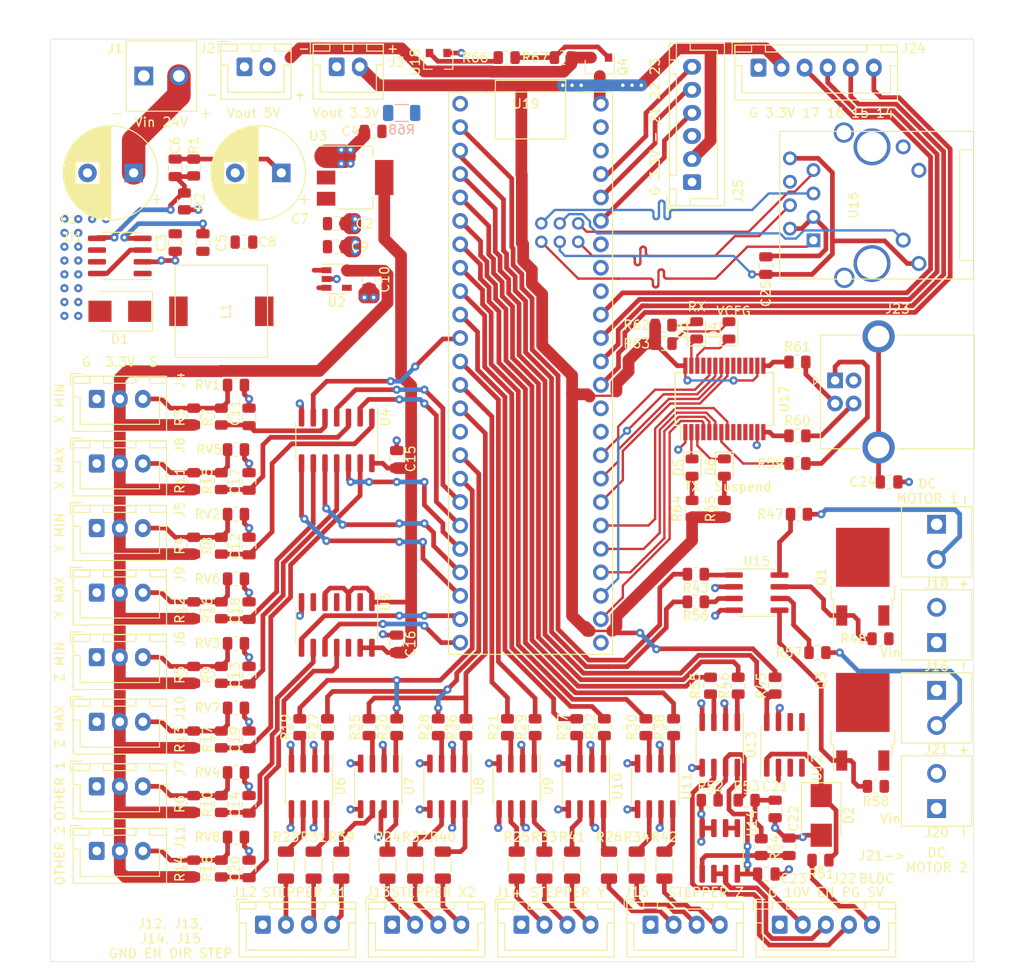
<source format=kicad_pcb>
(kicad_pcb (version 20171130) (host pcbnew 5.1.10-88a1d61d58~90~ubuntu20.04.1)
  (layers (0 F.Cu signal) (31 B.Cu signal) (34 B.Paste user) (35 F.Paste user) (36 B.SilkS user) (37 F.SilkS user) (38 B.Mask user) (39 F.Mask user) (44 Edge.Cuts user))
  (net 0 "")
  (net 1 GNDPWR)
  (net 2 +24V)
  (net 3 +5V)
  (net 4 +3V3)
  (net 5 "Net-(C5-Pad2)")
  (net 6 "Net-(C5-Pad1)")
  (net 7 "Net-(C6-Pad2)")
  (net 8 +3V3_LSW)
  (net 9 GNDD)
  (net 10 "Net-(C11-Pad1)")
  (net 11 "Net-(C12-Pad1)")
  (net 12 "Net-(C13-Pad1)")
  (net 13 "Net-(C14-Pad1)")
  (net 14 "Net-(C17-Pad1)")
  (net 15 "Net-(C18-Pad1)")
  (net 16 "Net-(C19-Pad1)")
  (net 17 "Net-(C20-Pad1)")
  (net 18 /spindle/BLDC_CONTROLLER_GND)
  (net 19 "Net-(C21-Pad1)")
  (net 20 "Net-(C22-Pad1)")
  (net 21 /spindle/BLDC_CONTROLLER_10V)
  (net 22 "Net-(C24-Pad1)")
  (net 23 /mcu/ETH_GND)
  (net 24 "Net-(C25-Pad1)")
  (net 25 "Net-(D2-Pad1)")
  (net 26 "Net-(D3-Pad2)")
  (net 27 "Net-(D3-Pad1)")
  (net 28 "Net-(D4-Pad2)")
  (net 29 "Net-(D4-Pad1)")
  (net 30 "Net-(D5-Pad2)")
  (net 31 "Net-(D5-Pad1)")
  (net 32 "Net-(D6-Pad2)")
  (net 33 "Net-(D6-Pad1)")
  (net 34 "Net-(J4-Pad3)")
  (net 35 "Net-(J5-Pad3)")
  (net 36 "Net-(J6-Pad3)")
  (net 37 "Net-(J7-Pad3)")
  (net 38 "Net-(J8-Pad3)")
  (net 39 "Net-(J9-Pad3)")
  (net 40 "Net-(J10-Pad3)")
  (net 41 "Net-(J11-Pad3)")
  (net 42 /steppers/OPTO_X_STEP_1)
  (net 43 /steppers/OPTO_X_DIR_1)
  (net 44 /steppers/OPTO_X_EN_1)
  (net 45 /steppers/OPTO_X_GND_1)
  (net 46 /steppers/OPTO_X_STEP_2)
  (net 47 /steppers/OPTO_X_DIR_2)
  (net 48 /steppers/OPTO_X_EN_2)
  (net 49 /steppers/OPTO_X_GND_2)
  (net 50 /steppers/OPTO_Y_STEP)
  (net 51 /steppers/OPTO_Y_DIR)
  (net 52 /steppers/OPTO_Y_EN)
  (net 53 /steppers/OPTO_Y_GND)
  (net 54 /steppers/OPTO_Z_STEP)
  (net 55 /steppers/OPTO_Z_DIR)
  (net 56 /steppers/OPTO_Z_EN)
  (net 57 /steppers/OPTO_Z_GND)
  (net 58 /spindle/DC_MOTOR_24V_1)
  (net 59 /spindle/DC_MOTOR_GND_1)
  (net 60 /spindle/DC_MOTOR_24V_2)
  (net 61 /spindle/DC_MOTOR_GND_2)
  (net 62 /spindle/BLDC_CONTROLLER_SV)
  (net 63 /spindle/BLDC_CONTROLLER_PG)
  (net 64 /spindle/BLDC_CONTROLLER_EN)
  (net 65 "Net-(J23-Pad3)")
  (net 66 "Net-(J23-Pad2)")
  (net 67 "Net-(J23-Pad1)")
  (net 68 "Net-(Q1-Pad1)")
  (net 69 "Net-(Q3-Pad1)")
  (net 70 "Net-(Q4-Pad3)")
  (net 71 "Net-(Q4-Pad1)")
  (net 72 /steppers/X_EN)
  (net 73 "Net-(R19-Pad1)")
  (net 74 "Net-(R20-Pad1)")
  (net 75 /steppers/Y_EN)
  (net 76 "Net-(R21-Pad1)")
  (net 77 /steppers/Z_EN)
  (net 78 "Net-(R22-Pad1)")
  (net 79 "Net-(R23-Pad2)")
  (net 80 "Net-(R24-Pad2)")
  (net 81 "Net-(R25-Pad2)")
  (net 82 "Net-(R26-Pad2)")
  (net 83 /steppers/X_DIR)
  (net 84 "Net-(R27-Pad1)")
  (net 85 "Net-(R28-Pad1)")
  (net 86 /steppers/Y_DIR)
  (net 87 "Net-(R29-Pad1)")
  (net 88 /steppers/Z_DIR)
  (net 89 "Net-(R30-Pad1)")
  (net 90 "Net-(R31-Pad2)")
  (net 91 "Net-(R32-Pad2)")
  (net 92 "Net-(R33-Pad2)")
  (net 93 "Net-(R34-Pad2)")
  (net 94 /steppers/X_STEP)
  (net 95 "Net-(R35-Pad1)")
  (net 96 "Net-(R36-Pad1)")
  (net 97 /steppers/Y_STEP)
  (net 98 "Net-(R37-Pad1)")
  (net 99 /steppers/Z_STEP)
  (net 100 "Net-(R38-Pad1)")
  (net 101 "Net-(R39-Pad2)")
  (net 102 "Net-(R40-Pad2)")
  (net 103 "Net-(R41-Pad2)")
  (net 104 "Net-(R42-Pad2)")
  (net 105 /mcu/DC_MOTOR_PWM_1)
  (net 106 "Net-(R43-Pad1)")
  (net 107 /spindle/BLDC_FEEDBACK)
  (net 108 /mcu/BLDC_MOTOR_PWM)
  (net 109 "Net-(R46-Pad1)")
  (net 110 "Net-(R47-Pad1)")
  (net 111 "Net-(R52-Pad1)")
  (net 112 /spindle/BLDC_EN)
  (net 113 "Net-(R55-Pad1)")
  (net 114 /mcu/DC_MOTOR_PWM_2)
  (net 115 "Net-(R56-Pad1)")
  (net 116 "Net-(R57-Pad1)")
  (net 117 "Net-(R59-Pad1)")
  (net 118 "Net-(R60-Pad1)")
  (net 119 "Net-(R61-Pad1)")
  (net 120 "Net-(R66-Pad2)")
  (net 121 "Net-(U2-Pad4)")
  (net 122 /endstops/Z_MAX)
  (net 123 /endstops/Z_MIN)
  (net 124 /endstops/Y_MAX)
  (net 125 /endstops/Y_MIN)
  (net 126 /endstops/X_MAX)
  (net 127 /endstops/X_MIN)
  (net 128 "Net-(U5-Pad12)")
  (net 129 "Net-(U5-Pad6)")
  (net 130 /mcu/OTHER_2_ENDSTOP)
  (net 131 /mcu/OTHER_1_ENDSTOP)
  (net 132 "Net-(U16-Pad7)")
  (net 133 /mcu/ETH_RX-)
  (net 134 /mcu/ETH_RX+)
  (net 135 /mcu/ETH_TX-)
  (net 136 /mcu/ETH_TX+)
  (net 137 "Net-(U16-Pad12)")
  (net 138 "Net-(U16-Pad11)")
  (net 139 /mcu/ETH_LED)
  (net 140 /mcu/USB_UART_RTS)
  (net 141 /mcu/USB_UART_RX)
  (net 142 /mcu/USB_UART_WAKE)
  (net 143 /mcu/USB_UART_CTS)
  (net 144 /mcu/USB_UART_DSR)
  (net 145 /mcu/USB_UART_RESET)
  (net 146 /mcu/USB_UART_DTR)
  (net 147 /mcu/USB_UART_TX)
  (net 148 "Net-(U19-PadGND_2)")
  (net 149 "Net-(U19-Pad19)")
  (net 150 "Net-(U19-Pad18)")
  (net 151 "Net-(U19-Pad13)")
  (net 152 "Net-(U19-PadGND_1)")
  (net 153 "Net-(U19-Pad3.3V_0)")
  (net 154 /mcu/PIN_23)
  (net 155 /mcu/PIN_22)
  (net 156 /mcu/PIN_21)
  (net 157 /mcu/PIN_20)
  (net 158 /mcu/PIN_17)
  (net 159 /mcu/PIN_16)
  (net 160 /mcu/PIN_15)
  (net 161 /mcu/PIN_14)
  (net 162 "Net-(J18-Pad1)")
  (net 163 "Net-(J21-Pad1)")
  (net 164 "Net-(U5-Pad4)")
  (net 165 "Net-(U5-Pad2)")
  (net 166 "Net-(U19-Pad33)")
  (net 167 "Net-(U14-Pad1)")
  (net 168 "Net-(U19-Pad20)")
  (module Connector_JST:JST_XH_B6B-XH-A_1x06_P2.50mm_Vertical (layer F.Cu) (at 89.5 35.5 90)
    (fp_text reference J25 (at -1 5 90) (layer F.SilkS))
    (fp_text value EXT)
    (pad 6 thru_hole oval (at 12.5 0 90) (size 1.7 1.95) (drill 0.95) (layers *.Cu *.Mask) (net 154 /mcu/PIN_23))
    (pad 5 thru_hole oval (at 10 0 90) (size 1.7 1.95) (drill 0.95) (layers *.Cu *.Mask) (net 155 /mcu/PIN_22))
    (pad 4 thru_hole oval (at 7.5 0 90) (size 1.7 1.95) (drill 0.95) (layers *.Cu *.Mask) (net 156 /mcu/PIN_21))
    (pad 3 thru_hole oval (at 5 0 90) (size 1.7 1.95) (drill 0.95) (layers *.Cu *.Mask) (net 157 /mcu/PIN_20))
    (pad 2 thru_hole oval (at 2.5 0 90) (size 1.7 1.95) (drill 0.95) (layers *.Cu *.Mask) (net 4 +3V3))
    (pad 1 thru_hole roundrect (at 0 0 90) (size 1.7 1.95) (drill 0.95) (layers *.Cu *.Mask) (roundrect_rratio 0.147059) (net 9 GNDD))
  )
  (module "cnc:Teensy 4.1" (layer F.Cu) (at 72 27)
    (fp_text reference U19 (at -0.5 0) (layer F.SilkS))
    (fp_text value Teensy_4.1)
    (pad ETH_TX+ thru_hole circle (at 1.17 14.97) (size 1.35 1.35) (drill 0.8) (layers *.Cu *.Mask) (net 136 /mcu/ETH_TX+))
    (pad ETH_GND thru_hole circle (at 3.17 14.97) (size 1.35 1.35) (drill 0.8) (layers *.Cu *.Mask) (net 23 /mcu/ETH_GND))
    (pad ETH_RX- thru_hole circle (at 5.17 14.97) (size 1.35 1.35) (drill 0.8) (layers *.Cu *.Mask) (net 133 /mcu/ETH_RX-))
    (pad ETH_TX- thru_hole circle (at 1.17 12.97) (size 1.35 1.35) (drill 0.8) (layers *.Cu *.Mask) (net 135 /mcu/ETH_TX-))
    (pad ETH_LED thru_hole circle (at 3.17 12.97) (size 1.35 1.35) (drill 0.8) (layers *.Cu *.Mask) (net 139 /mcu/ETH_LED))
    (pad ETH_RX+ thru_hole circle (at 5.17 12.97) (size 1.35 1.35) (drill 0.8) (layers *.Cu *.Mask) (net 134 /mcu/ETH_RX+))
    (pad Vin thru_hole circle (at 7.62 0) (size 1.7 1.7) (drill 1) (layers *.Cu *.Mask) (net 70 "Net-(Q4-Pad3)"))
    (pad GND_2 thru_hole circle (at 7.62 2.54) (size 1.7 1.7) (drill 1) (layers *.Cu *.Mask) (net 148 "Net-(U19-PadGND_2)"))
    (pad 3.3V0 thru_hole circle (at 7.62 5.08) (size 1.7 1.7) (drill 1) (layers *.Cu *.Mask))
    (pad 23 thru_hole circle (at 7.62 7.62) (size 1.7 1.7) (drill 1) (layers *.Cu *.Mask) (net 154 /mcu/PIN_23))
    (pad 22 thru_hole circle (at 7.62 10.16) (size 1.7 1.7) (drill 1) (layers *.Cu *.Mask) (net 155 /mcu/PIN_22))
    (pad 21 thru_hole circle (at 7.62 12.7) (size 1.7 1.7) (drill 1) (layers *.Cu *.Mask) (net 156 /mcu/PIN_21))
    (pad 20 thru_hole circle (at 7.62 15.24) (size 1.7 1.7) (drill 1) (layers *.Cu *.Mask) (net 168 "Net-(U19-Pad20)"))
    (pad 19 thru_hole circle (at 7.62 17.78) (size 1.7 1.7) (drill 1) (layers *.Cu *.Mask) (net 149 "Net-(U19-Pad19)"))
    (pad 18 thru_hole circle (at 7.62 20.32) (size 1.7 1.7) (drill 1) (layers *.Cu *.Mask) (net 150 "Net-(U19-Pad18)"))
    (pad 17 thru_hole circle (at 7.62 22.86) (size 1.7 1.7) (drill 1) (layers *.Cu *.Mask) (net 158 /mcu/PIN_17))
    (pad 16 thru_hole circle (at 7.62 25.4) (size 1.7 1.7) (drill 1) (layers *.Cu *.Mask) (net 159 /mcu/PIN_16))
    (pad 15 thru_hole circle (at 7.62 27.94) (size 1.7 1.7) (drill 1) (layers *.Cu *.Mask) (net 160 /mcu/PIN_15))
    (pad 14 thru_hole circle (at 7.62 30.48) (size 1.7 1.7) (drill 1) (layers *.Cu *.Mask) (net 161 /mcu/PIN_14))
    (pad 13 thru_hole circle (at 7.62 33.02) (size 1.7 1.7) (drill 1) (layers *.Cu *.Mask) (net 151 "Net-(U19-Pad13)"))
    (pad GND_1 thru_hole circle (at 7.62 35.56) (size 1.7 1.7) (drill 1) (layers *.Cu *.Mask) (net 152 "Net-(U19-PadGND_1)"))
    (pad 41 thru_hole circle (at 7.62 38.1) (size 1.7 1.7) (drill 1) (layers *.Cu *.Mask) (net 140 /mcu/USB_UART_RTS))
    (pad 40 thru_hole circle (at 7.62 40.64) (size 1.7 1.7) (drill 1) (layers *.Cu *.Mask) (net 142 /mcu/USB_UART_WAKE))
    (pad 39 thru_hole circle (at 7.62 43.18) (size 1.7 1.7) (drill 1) (layers *.Cu *.Mask) (net 143 /mcu/USB_UART_CTS))
    (pad 38 thru_hole circle (at 7.62 45.72) (size 1.7 1.7) (drill 1) (layers *.Cu *.Mask) (net 144 /mcu/USB_UART_DSR))
    (pad 37 thru_hole circle (at 7.62 48.26) (size 1.7 1.7) (drill 1) (layers *.Cu *.Mask) (net 145 /mcu/USB_UART_RESET))
    (pad 36 thru_hole circle (at 7.62 50.8) (size 1.7 1.7) (drill 1) (layers *.Cu *.Mask) (net 146 /mcu/USB_UART_DTR))
    (pad 35 thru_hole circle (at 7.62 53.34) (size 1.7 1.7) (drill 1) (layers *.Cu *.Mask) (net 141 /mcu/USB_UART_RX))
    (pad 34 thru_hole circle (at 7.62 55.88) (size 1.7 1.7) (drill 1) (layers *.Cu *.Mask) (net 147 /mcu/USB_UART_TX))
    (pad 33 thru_hole circle (at 7.62 58.42) (size 1.7 1.7) (drill 1) (layers *.Cu *.Mask) (net 166 "Net-(U19-Pad33)"))
    (pad 32 thru_hole circle (at -7.62 58.42) (size 1.7 1.7) (drill 1) (layers *.Cu *.Mask) (net 130 /mcu/OTHER_2_ENDSTOP))
    (pad 31 thru_hole circle (at -7.62 55.88) (size 1.7 1.7) (drill 1) (layers *.Cu *.Mask) (net 131 /mcu/OTHER_1_ENDSTOP))
    (pad 30 thru_hole circle (at -7.62 53.34) (size 1.7 1.7) (drill 1) (layers *.Cu *.Mask) (net 124 /endstops/Y_MAX))
    (pad 29 thru_hole circle (at -7.62 50.8) (size 1.7 1.7) (drill 1) (layers *.Cu *.Mask) (net 123 /endstops/Z_MIN))
    (pad 28 thru_hole circle (at -7.62 48.26) (size 1.7 1.7) (drill 1) (layers *.Cu *.Mask) (net 122 /endstops/Z_MAX))
    (pad 27 thru_hole circle (at -7.62 45.72) (size 1.7 1.7) (drill 1) (layers *.Cu *.Mask) (net 125 /endstops/Y_MIN))
    (pad 26 thru_hole circle (at -7.62 43.18) (size 1.7 1.7) (drill 1) (layers *.Cu *.Mask) (net 126 /endstops/X_MAX))
    (pad 25 thru_hole circle (at -7.62 40.64) (size 1.7 1.7) (drill 1) (layers *.Cu *.Mask) (net 72 /steppers/X_EN))
    (pad 24 thru_hole circle (at -7.62 38.1) (size 1.7 1.7) (drill 1) (layers *.Cu *.Mask) (net 83 /steppers/X_DIR))
    (pad 3.3V_0 thru_hole circle (at -7.62 35.56) (size 1.7 1.7) (drill 1) (layers *.Cu *.Mask) (net 153 "Net-(U19-Pad3.3V_0)"))
    (pad 12 thru_hole circle (at -7.62 33.02) (size 1.7 1.7) (drill 1) (layers *.Cu *.Mask) (net 94 /steppers/X_STEP))
    (pad 11 thru_hole circle (at -7.62 30.48) (size 1.7 1.7) (drill 1) (layers *.Cu *.Mask) (net 75 /steppers/Y_EN))
    (pad 10 thru_hole circle (at -7.62 27.94) (size 1.7 1.7) (drill 1) (layers *.Cu *.Mask) (net 86 /steppers/Y_DIR))
    (pad 9 thru_hole circle (at -7.62 25.4) (size 1.7 1.7) (drill 1) (layers *.Cu *.Mask) (net 127 /endstops/X_MIN))
    (pad 8 thru_hole circle (at -7.62 22.86) (size 1.7 1.7) (drill 1) (layers *.Cu *.Mask) (net 97 /steppers/Y_STEP))
    (pad 7 thru_hole circle (at -7.62 20.32) (size 1.7 1.7) (drill 1) (layers *.Cu *.Mask) (net 77 /steppers/Z_EN))
    (pad 6 thru_hole circle (at -7.62 17.78) (size 1.7 1.7) (drill 1) (layers *.Cu *.Mask) (net 88 /steppers/Z_DIR))
    (pad 5 thru_hole circle (at -7.62 15.24) (size 1.7 1.7) (drill 1) (layers *.Cu *.Mask) (net 99 /steppers/Z_STEP))
    (pad 4 thru_hole circle (at -7.62 12.7) (size 1.7 1.7) (drill 1) (layers *.Cu *.Mask) (net 112 /spindle/BLDC_EN))
    (pad 3 thru_hole circle (at -7.62 10.16) (size 1.7 1.7) (drill 1) (layers *.Cu *.Mask) (net 108 /mcu/BLDC_MOTOR_PWM))
    (pad 2 thru_hole circle (at -7.62 7.62) (size 1.7 1.7) (drill 1) (layers *.Cu *.Mask) (net 107 /spindle/BLDC_FEEDBACK))
    (pad 1 thru_hole circle (at -7.62 5.08) (size 1.7 1.7) (drill 1) (layers *.Cu *.Mask) (net 114 /mcu/DC_MOTOR_PWM_2))
    (pad 0 thru_hole circle (at -7.62 2.54) (size 1.7 1.7) (drill 1) (layers *.Cu *.Mask) (net 105 /mcu/DC_MOTOR_PWM_1))
    (pad GND_0 thru_hole circle (at -7.62 0) (size 1.7 1.7) (drill 1) (layers *.Cu *.Mask) (net 9 GNDD))
  )
  (module Resistor_SMD:R_1206_3216Metric (layer F.Cu) (at 80.5 109.5375 90)
    (fp_text reference R26 (at 3.0375 0 180) (layer F.SilkS))
    (fp_text value 1.82k/0.5W)
    (pad 2 smd roundrect (at 1.4625 0 90) (size 1.125 1.75) (layers F.Cu F.Paste F.Mask) (roundrect_rratio 0.222222) (net 82 "Net-(R26-Pad2)"))
    (pad 1 smd roundrect (at -1.4625 0 90) (size 1.125 1.75) (layers F.Cu F.Paste F.Mask) (roundrect_rratio 0.222222) (net 56 /steppers/OPTO_Z_EN))
  )
  (module Package_SO:SOIC-14_3.9x8.7mm_P1.27mm (layer F.Cu) (at 51 83.5 270)
    (fp_text reference U5 (at -2.5 -5.28 90) (layer F.SilkS))
    (fp_text value SN74LVC14ADRG3)
    (pad 14 smd roundrect (at 2.475 -3.81 270) (size 1.95 0.6) (layers F.Cu F.Paste F.Mask) (net 4 +3V3))
    (pad 13 smd roundrect (at 2.475 -2.54 270) (size 1.95 0.6) (layers F.Cu F.Paste F.Mask) (net 4 +3V3))
    (pad 12 smd roundrect (at 2.475 -1.27 270) (size 1.95 0.6) (layers F.Cu F.Paste F.Mask) (net 128 "Net-(U5-Pad12)"))
    (pad 11 smd roundrect (at 2.475 0 270) (size 1.95 0.6) (layers F.Cu F.Paste F.Mask) (net 17 "Net-(C20-Pad1)"))
    (pad 10 smd roundrect (at 2.475 1.27 270) (size 1.95 0.6) (layers F.Cu F.Paste F.Mask) (net 130 /mcu/OTHER_2_ENDSTOP))
    (pad 9 smd roundrect (at 2.475 2.54 270) (size 1.95 0.6) (layers F.Cu F.Paste F.Mask) (net 13 "Net-(C14-Pad1)"))
    (pad 8 smd roundrect (at 2.475 3.81 270) (size 1.95 0.6) (layers F.Cu F.Paste F.Mask) (net 131 /mcu/OTHER_1_ENDSTOP))
    (pad 7 smd roundrect (at -2.475 3.81 270) (size 1.95 0.6) (layers F.Cu F.Paste F.Mask) (net 9 GNDD))
    (pad 6 smd roundrect (at -2.475 2.54 270) (size 1.95 0.6) (layers F.Cu F.Paste F.Mask) (net 129 "Net-(U5-Pad6)"))
    (pad 5 smd roundrect (at -2.475 1.27 270) (size 1.95 0.6) (layers F.Cu F.Paste F.Mask) (net 4 +3V3))
    (pad 4 smd roundrect (at -2.475 0 270) (size 1.95 0.6) (layers F.Cu F.Paste F.Mask) (net 164 "Net-(U5-Pad4)"))
    (pad 3 smd roundrect (at -2.475 -1.27 270) (size 1.95 0.6) (layers F.Cu F.Paste F.Mask) (net 4 +3V3))
    (pad 2 smd roundrect (at -2.475 -2.54 270) (size 1.95 0.6) (layers F.Cu F.Paste F.Mask) (net 165 "Net-(U5-Pad2)"))
    (pad 1 smd roundrect (at -2.475 -3.81 270) (size 1.95 0.6) (layers F.Cu F.Paste F.Mask) (net 4 +3V3))
  )
  (module Package_SO:SOIC-14_3.9x8.7mm_P1.27mm (layer F.Cu) (at 51 63.5 270)
    (fp_text reference U4 (at -2.5 -5.28 90) (layer F.SilkS))
    (fp_text value SN74LVC14ADRG3)
    (pad 14 smd roundrect (at 2.475 -3.81 270) (size 1.95 0.6) (layers F.Cu F.Paste F.Mask) (net 4 +3V3))
    (pad 13 smd roundrect (at 2.475 -2.54 270) (size 1.95 0.6) (layers F.Cu F.Paste F.Mask) (net 16 "Net-(C19-Pad1)"))
    (pad 12 smd roundrect (at 2.475 -1.27 270) (size 1.95 0.6) (layers F.Cu F.Paste F.Mask) (net 122 /endstops/Z_MAX))
    (pad 11 smd roundrect (at 2.475 0 270) (size 1.95 0.6) (layers F.Cu F.Paste F.Mask) (net 12 "Net-(C13-Pad1)"))
    (pad 10 smd roundrect (at 2.475 1.27 270) (size 1.95 0.6) (layers F.Cu F.Paste F.Mask) (net 123 /endstops/Z_MIN))
    (pad 9 smd roundrect (at 2.475 2.54 270) (size 1.95 0.6) (layers F.Cu F.Paste F.Mask) (net 15 "Net-(C18-Pad1)"))
    (pad 8 smd roundrect (at 2.475 3.81 270) (size 1.95 0.6) (layers F.Cu F.Paste F.Mask) (net 124 /endstops/Y_MAX))
    (pad 7 smd roundrect (at -2.475 3.81 270) (size 1.95 0.6) (layers F.Cu F.Paste F.Mask) (net 9 GNDD))
    (pad 6 smd roundrect (at -2.475 2.54 270) (size 1.95 0.6) (layers F.Cu F.Paste F.Mask) (net 127 /endstops/X_MIN))
    (pad 5 smd roundrect (at -2.475 1.27 270) (size 1.95 0.6) (layers F.Cu F.Paste F.Mask) (net 10 "Net-(C11-Pad1)"))
    (pad 4 smd roundrect (at -2.475 0 270) (size 1.95 0.6) (layers F.Cu F.Paste F.Mask) (net 126 /endstops/X_MAX))
    (pad 3 smd roundrect (at -2.475 -1.27 270) (size 1.95 0.6) (layers F.Cu F.Paste F.Mask) (net 14 "Net-(C17-Pad1)"))
    (pad 2 smd roundrect (at -2.475 -2.54 270) (size 1.95 0.6) (layers F.Cu F.Paste F.Mask) (net 125 /endstops/Y_MIN))
    (pad 1 smd roundrect (at -2.475 -3.81 270) (size 1.95 0.6) (layers F.Cu F.Paste F.Mask) (net 11 "Net-(C12-Pad1)"))
  )
  (module Package_SO:SOIC-8_3.9x4.9mm_P1.27mm (layer F.Cu) (at 96.5 80)
    (fp_text reference U15 (at 0 -3.4) (layer F.SilkS))
    (fp_text value MOCD217R2M)
    (pad 8 smd roundrect (at 2.475 -1.905) (size 1.95 0.6) (layers F.Cu F.Paste F.Mask) (net 110 "Net-(R47-Pad1)"))
    (pad 7 smd roundrect (at 2.475 -0.635) (size 1.95 0.6) (layers F.Cu F.Paste F.Mask) (net 68 "Net-(Q1-Pad1)"))
    (pad 6 smd roundrect (at 2.475 0.635) (size 1.95 0.6) (layers F.Cu F.Paste F.Mask) (net 116 "Net-(R57-Pad1)"))
    (pad 5 smd roundrect (at 2.475 1.905) (size 1.95 0.6) (layers F.Cu F.Paste F.Mask) (net 69 "Net-(Q3-Pad1)"))
    (pad 4 smd roundrect (at -2.475 1.905) (size 1.95 0.6) (layers F.Cu F.Paste F.Mask) (net 9 GNDD))
    (pad 3 smd roundrect (at -2.475 0.635) (size 1.95 0.6) (layers F.Cu F.Paste F.Mask) (net 115 "Net-(R56-Pad1)"))
    (pad 2 smd roundrect (at -2.475 -0.635) (size 1.95 0.6) (layers F.Cu F.Paste F.Mask) (net 9 GNDD))
    (pad 1 smd roundrect (at -2.475 -1.905) (size 1.95 0.6) (layers F.Cu F.Paste F.Mask) (net 106 "Net-(R43-Pad1)"))
  )
  (module Package_SO:SOIC-8_3.9x4.9mm_P1.27mm (layer F.Cu) (at 92.5 96.5 270)
    (fp_text reference U13 (at 0 -3.4 90) (layer F.SilkS))
    (fp_text value MOCD217R2M)
    (pad 8 smd roundrect (at 2.475 -1.905 270) (size 1.95 0.6) (layers F.Cu F.Paste F.Mask) (net 21 /spindle/BLDC_CONTROLLER_10V))
    (pad 7 smd roundrect (at 2.475 -0.635 270) (size 1.95 0.6) (layers F.Cu F.Paste F.Mask) (net 111 "Net-(R52-Pad1)"))
    (pad 6 smd roundrect (at 2.475 0.635 270) (size 1.95 0.6) (layers F.Cu F.Paste F.Mask) (net 64 /spindle/BLDC_CONTROLLER_EN))
    (pad 5 smd roundrect (at 2.475 1.905 270) (size 1.95 0.6) (layers F.Cu F.Paste F.Mask) (net 18 /spindle/BLDC_CONTROLLER_GND))
    (pad 4 smd roundrect (at -2.475 1.905 270) (size 1.95 0.6) (layers F.Cu F.Paste F.Mask) (net 9 GNDD))
    (pad 3 smd roundrect (at -2.475 0.635 270) (size 1.95 0.6) (layers F.Cu F.Paste F.Mask) (net 113 "Net-(R55-Pad1)"))
    (pad 2 smd roundrect (at -2.475 -0.635 270) (size 1.95 0.6) (layers F.Cu F.Paste F.Mask) (net 9 GNDD))
    (pad 1 smd roundrect (at -2.475 -1.905 270) (size 1.95 0.6) (layers F.Cu F.Paste F.Mask) (net 109 "Net-(R46-Pad1)"))
  )
  (module Package_SO:SOIC-8_3.9x4.9mm_P1.27mm (layer F.Cu) (at 99.5 96.5 90)
    (fp_text reference U12 (at -2.5 3.5 90) (layer F.SilkS))
    (fp_text value MOCD217R2M)
    (pad 8 smd roundrect (at 2.475 -1.905 90) (size 1.95 0.6) (layers F.Cu F.Paste F.Mask) (net 107 /spindle/BLDC_FEEDBACK))
    (pad 7 smd roundrect (at 2.475 -0.635 90) (size 1.95 0.6) (layers F.Cu F.Paste F.Mask) (net 9 GNDD))
    (pad 6 smd roundrect (at 2.475 0.635 90) (size 1.95 0.6) (layers F.Cu F.Paste F.Mask))
    (pad 5 smd roundrect (at 2.475 1.905 90) (size 1.95 0.6) (layers F.Cu F.Paste F.Mask))
    (pad 4 smd roundrect (at -2.475 1.905 90) (size 1.95 0.6) (layers F.Cu F.Paste F.Mask))
    (pad 3 smd roundrect (at -2.475 0.635 90) (size 1.95 0.6) (layers F.Cu F.Paste F.Mask))
    (pad 2 smd roundrect (at -2.475 -0.635 90) (size 1.95 0.6) (layers F.Cu F.Paste F.Mask) (net 18 /spindle/BLDC_CONTROLLER_GND))
    (pad 1 smd roundrect (at -2.475 -1.905 90) (size 1.95 0.6) (layers F.Cu F.Paste F.Mask) (net 25 "Net-(D2-Pad1)"))
  )
  (module Resistor_SMD:R_0805_2012Metric (layer F.Cu) (at 109.4125 101 180)
    (fp_text reference R58 (at 0 -1.65) (layer F.SilkS))
    (fp_text value 10k)
    (pad 2 smd roundrect (at 0.9125 0 180) (size 1.025 1.4) (layers F.Cu F.Paste F.Mask) (roundrect_rratio 0.243902) (net 69 "Net-(Q3-Pad1)"))
    (pad 1 smd roundrect (at -0.9125 0 180) (size 1.025 1.4) (layers F.Cu F.Paste F.Mask) (roundrect_rratio 0.243902) (net 61 /spindle/DC_MOTOR_GND_2))
  )
  (module Resistor_SMD:R_0805_2012Metric (layer F.Cu) (at 103.0875 86.5)
    (fp_text reference R57 (at -3.0875 0) (layer F.SilkS))
    (fp_text value 10k)
    (pad 2 smd roundrect (at 0.9125 0) (size 1.025 1.4) (layers F.Cu F.Paste F.Mask) (roundrect_rratio 0.243902) (net 60 /spindle/DC_MOTOR_24V_2))
    (pad 1 smd roundrect (at -0.9125 0) (size 1.025 1.4) (layers F.Cu F.Paste F.Mask) (roundrect_rratio 0.243902) (net 116 "Net-(R57-Pad1)"))
  )
  (module Resistor_SMD:R_0805_2012Metric (layer F.Cu) (at 89.9125 81 180)
    (fp_text reference R56 (at 0 -1.5) (layer F.SilkS))
    (fp_text value 1k)
    (pad 2 smd roundrect (at 0.9125 0 180) (size 1.025 1.4) (layers F.Cu F.Paste F.Mask) (roundrect_rratio 0.243902) (net 114 /mcu/DC_MOTOR_PWM_2))
    (pad 1 smd roundrect (at -0.9125 0 180) (size 1.025 1.4) (layers F.Cu F.Paste F.Mask) (roundrect_rratio 0.243902) (net 115 "Net-(R56-Pad1)"))
  )
  (module Resistor_SMD:R_0805_2012Metric (layer F.Cu) (at 91.5 90.0875 90)
    (fp_text reference R55 (at 0 -1.65 90) (layer F.SilkS))
    (fp_text value 1k)
    (pad 2 smd roundrect (at 0.9125 0 90) (size 1.025 1.4) (layers F.Cu F.Paste F.Mask) (roundrect_rratio 0.243902) (net 112 /spindle/BLDC_EN))
    (pad 1 smd roundrect (at -0.9125 0 90) (size 1.025 1.4) (layers F.Cu F.Paste F.Mask) (roundrect_rratio 0.243902) (net 113 "Net-(R55-Pad1)"))
  )
  (module Resistor_SMD:R_0805_2012Metric (layer F.Cu) (at 109.9125 85 180)
    (fp_text reference R48 (at 2.9125 0) (layer F.SilkS))
    (fp_text value 10k)
    (pad 2 smd roundrect (at 0.9125 0 180) (size 1.025 1.4) (layers F.Cu F.Paste F.Mask) (roundrect_rratio 0.243902) (net 68 "Net-(Q1-Pad1)"))
    (pad 1 smd roundrect (at -0.9125 0 180) (size 1.025 1.4) (layers F.Cu F.Paste F.Mask) (roundrect_rratio 0.243902) (net 59 /spindle/DC_MOTOR_GND_1))
  )
  (module Resistor_SMD:R_0805_2012Metric (layer F.Cu) (at 101.0875 71.5)
    (fp_text reference R47 (at -3.0875 0) (layer F.SilkS))
    (fp_text value 10k)
    (pad 2 smd roundrect (at 0.9125 0) (size 1.025 1.4) (layers F.Cu F.Paste F.Mask) (roundrect_rratio 0.243902) (net 58 /spindle/DC_MOTOR_24V_1))
    (pad 1 smd roundrect (at -0.9125 0) (size 1.025 1.4) (layers F.Cu F.Paste F.Mask) (roundrect_rratio 0.243902) (net 110 "Net-(R47-Pad1)"))
  )
  (module Resistor_SMD:R_0805_2012Metric (layer F.Cu) (at 94.5 90.0875 90)
    (fp_text reference R46 (at 0 -1.5 90) (layer F.SilkS))
    (fp_text value 1k)
    (pad 2 smd roundrect (at 0.9125 0 90) (size 1.025 1.4) (layers F.Cu F.Paste F.Mask) (roundrect_rratio 0.243902) (net 108 /mcu/BLDC_MOTOR_PWM))
    (pad 1 smd roundrect (at -0.9125 0 90) (size 1.025 1.4) (layers F.Cu F.Paste F.Mask) (roundrect_rratio 0.243902) (net 109 "Net-(R46-Pad1)"))
  )
  (module Resistor_SMD:R_0805_2012Metric (layer F.Cu) (at 98.5 90.0875 90)
    (fp_text reference R45 (at 0 -1.5 90) (layer F.SilkS))
    (fp_text value 10k)
    (pad 2 smd roundrect (at 0.9125 0 90) (size 1.025 1.4) (layers F.Cu F.Paste F.Mask) (roundrect_rratio 0.243902) (net 4 +3V3))
    (pad 1 smd roundrect (at -0.9125 0 90) (size 1.025 1.4) (layers F.Cu F.Paste F.Mask) (roundrect_rratio 0.243902) (net 107 /spindle/BLDC_FEEDBACK))
  )
  (module Resistor_SMD:R_0805_2012Metric (layer F.Cu) (at 89.9125 78 180)
    (fp_text reference R43 (at 0 -1.5) (layer F.SilkS))
    (fp_text value 1k)
    (pad 2 smd roundrect (at 0.9125 0 180) (size 1.025 1.4) (layers F.Cu F.Paste F.Mask) (roundrect_rratio 0.243902) (net 105 /mcu/DC_MOTOR_PWM_1))
    (pad 1 smd roundrect (at -0.9125 0 180) (size 1.025 1.4) (layers F.Cu F.Paste F.Mask) (roundrect_rratio 0.243902) (net 106 "Net-(R43-Pad1)"))
  )
  (module Package_TO_SOT_SMD:TO-252-2 (layer F.Cu) (at 108 94 90)
    (fp_text reference Q3 (at 4.5 -4.5 90) (layer F.SilkS))
    (fp_text value TK1R4S04PB)
    (pad 2 smd rect (at 2.1 0 90) (size 6.4 5.8) (layers F.Cu F.Mask) (net 163 "Net-(J21-Pad1)"))
    (pad 3 smd rect (at -4.2 2.28 90) (size 2.2 1.2) (layers F.Cu F.Paste F.Mask) (net 61 /spindle/DC_MOTOR_GND_2))
    (pad 1 smd rect (at -4.2 -2.28 90) (size 2.2 1.2) (layers F.Cu F.Paste F.Mask) (net 69 "Net-(Q3-Pad1)"))
  )
  (module Package_TO_SOT_SMD:TO-252-2 (layer F.Cu) (at 108 78.275 90)
    (fp_text reference Q1 (at 0 -4.5 90) (layer F.SilkS))
    (fp_text value TK1R4S04PB)
    (pad 2 smd rect (at 2.1 0 90) (size 6.4 5.8) (layers F.Cu F.Mask) (net 162 "Net-(J18-Pad1)"))
    (pad 3 smd rect (at -4.2 2.28 90) (size 2.2 1.2) (layers F.Cu F.Paste F.Mask) (net 59 /spindle/DC_MOTOR_GND_1))
    (pad 1 smd rect (at -4.2 -2.28 90) (size 2.2 1.2) (layers F.Cu F.Paste F.Mask) (net 68 "Net-(Q1-Pad1)"))
  )
  (module cnc:EBWA-02-B (layer F.Cu) (at 116 92.5 270)
    (fp_text reference J21 (at 4.5 0 180) (layer F.SilkS))
    (fp_text value "DC Motor")
    (pad 2 thru_hole circle (at 1.905 0 270) (size 2.032 2.032) (drill 1.27) (layers *.Cu *.Mask) (net 60 /spindle/DC_MOTOR_24V_2))
    (pad 1 thru_hole rect (at -1.905 0 270) (size 2.032 2.032) (drill 1.27) (layers *.Cu *.Mask) (net 163 "Net-(J21-Pad1)"))
  )
  (module cnc:EBWA-02-B (layer F.Cu) (at 116 101.5 90)
    (fp_text reference J20 (at -4.5 0 180) (layer F.SilkS))
    (fp_text value "DC Motor Vin 24V")
    (pad 2 thru_hole circle (at 1.905 0 90) (size 2.032 2.032) (drill 1.27) (layers *.Cu *.Mask) (net 60 /spindle/DC_MOTOR_24V_2))
    (pad 1 thru_hole rect (at -1.905 0 90) (size 2.032 2.032) (drill 1.27) (layers *.Cu *.Mask) (net 61 /spindle/DC_MOTOR_GND_2))
  )
  (module cnc:EBWA-02-B (layer F.Cu) (at 116 74.5 270)
    (fp_text reference J18 (at 4.5 0 180) (layer F.SilkS))
    (fp_text value "DC Motor")
    (pad 2 thru_hole circle (at 1.905 0 270) (size 2.032 2.032) (drill 1.27) (layers *.Cu *.Mask) (net 58 /spindle/DC_MOTOR_24V_1))
    (pad 1 thru_hole rect (at -1.905 0 270) (size 2.032 2.032) (drill 1.27) (layers *.Cu *.Mask) (net 162 "Net-(J18-Pad1)"))
  )
  (module cnc:EBWA-02-B (layer F.Cu) (at 116 83.5 90)
    (fp_text reference J16 (at -4.5 0 180) (layer F.SilkS))
    (fp_text value "DC Motor Vin 24V")
    (pad 2 thru_hole circle (at 1.905 0 90) (size 2.032 2.032) (drill 1.27) (layers *.Cu *.Mask) (net 58 /spindle/DC_MOTOR_24V_1))
    (pad 1 thru_hole rect (at -1.905 0 90) (size 2.032 2.032) (drill 1.27) (layers *.Cu *.Mask) (net 59 /spindle/DC_MOTOR_GND_1))
  )
  (module Capacitor_SMD:C_0805_2012Metric (layer F.Cu) (at 97.55 110.5)
    (fp_text reference C23 (at 2.95 0.5) (layer F.SilkS))
    (fp_text value 1µF/35V)
    (pad 2 smd roundrect (at 0.95 0) (size 1 1.45) (layers F.Cu F.Paste F.Mask) (net 18 /spindle/BLDC_CONTROLLER_GND))
    (pad 1 smd roundrect (at -0.95 0) (size 1 1.45) (layers F.Cu F.Paste F.Mask) (net 21 /spindle/BLDC_CONTROLLER_10V))
  )
  (module Package_SO:SOIC-8_3.9x4.9mm_P1.27mm (layer F.Cu) (at 92.5 108 270)
    (fp_text reference U14 (at -3 -3.5 270) (layer F.SilkS))
    (fp_text value TS912)
    (pad 8 smd roundrect (at 2.475 -1.905 270) (size 1.95 0.6) (layers F.Cu F.Paste F.Mask) (net 21 /spindle/BLDC_CONTROLLER_10V))
    (pad 7 smd roundrect (at 2.475 -0.635 270) (size 1.95 0.6) (layers F.Cu F.Paste F.Mask) (net 62 /spindle/BLDC_CONTROLLER_SV))
    (pad 6 smd roundrect (at 2.475 0.635 270) (size 1.95 0.6) (layers F.Cu F.Paste F.Mask) (net 62 /spindle/BLDC_CONTROLLER_SV))
    (pad 5 smd roundrect (at 2.475 1.905 270) (size 1.95 0.6) (layers F.Cu F.Paste F.Mask) (net 20 "Net-(C22-Pad1)"))
    (pad 4 smd roundrect (at -2.475 1.905 270) (size 1.95 0.6) (layers F.Cu F.Paste F.Mask) (net 18 /spindle/BLDC_CONTROLLER_GND))
    (pad 3 smd roundrect (at -2.475 0.635 270) (size 1.95 0.6) (layers F.Cu F.Paste F.Mask) (net 18 /spindle/BLDC_CONTROLLER_GND))
    (pad 2 smd roundrect (at -2.475 -0.635 270) (size 1.95 0.6) (layers F.Cu F.Paste F.Mask) (net 167 "Net-(U14-Pad1)"))
    (pad 1 smd roundrect (at -2.475 -1.905 270) (size 1.95 0.6) (layers F.Cu F.Paste F.Mask) (net 167 "Net-(U14-Pad1)"))
  )
  (module Package_SO:SOIC-8_3.9x4.9mm_P1.27mm (layer F.Cu) (at 85.5 101 270)
    (fp_text reference U11 (at 0 -3.4 90) (layer F.SilkS))
    (fp_text value MOCD217R2M)
    (pad 8 smd roundrect (at 2.475 -1.905 270) (size 1.95 0.6) (layers F.Cu F.Paste F.Mask) (net 104 "Net-(R42-Pad2)"))
    (pad 7 smd roundrect (at 2.475 -0.635 270) (size 1.95 0.6) (layers F.Cu F.Paste F.Mask) (net 57 /steppers/OPTO_Z_GND))
    (pad 6 smd roundrect (at 2.475 0.635 270) (size 1.95 0.6) (layers F.Cu F.Paste F.Mask) (net 93 "Net-(R34-Pad2)"))
    (pad 5 smd roundrect (at 2.475 1.905 270) (size 1.95 0.6) (layers F.Cu F.Paste F.Mask) (net 57 /steppers/OPTO_Z_GND))
    (pad 4 smd roundrect (at -2.475 1.905 270) (size 1.95 0.6) (layers F.Cu F.Paste F.Mask) (net 9 GNDD))
    (pad 3 smd roundrect (at -2.475 0.635 270) (size 1.95 0.6) (layers F.Cu F.Paste F.Mask) (net 89 "Net-(R30-Pad1)"))
    (pad 2 smd roundrect (at -2.475 -0.635 270) (size 1.95 0.6) (layers F.Cu F.Paste F.Mask) (net 9 GNDD))
    (pad 1 smd roundrect (at -2.475 -1.905 270) (size 1.95 0.6) (layers F.Cu F.Paste F.Mask) (net 100 "Net-(R38-Pad1)"))
  )
  (module Package_SO:SOIC-8_3.9x4.9mm_P1.27mm (layer F.Cu) (at 78 101 270)
    (fp_text reference U10 (at 0 -3.4 90) (layer F.SilkS))
    (fp_text value MOCD217R2M)
    (pad 8 smd roundrect (at 2.475 -1.905 270) (size 1.95 0.6) (layers F.Cu F.Paste F.Mask) (net 82 "Net-(R26-Pad2)"))
    (pad 7 smd roundrect (at 2.475 -0.635 270) (size 1.95 0.6) (layers F.Cu F.Paste F.Mask) (net 57 /steppers/OPTO_Z_GND))
    (pad 6 smd roundrect (at 2.475 0.635 270) (size 1.95 0.6) (layers F.Cu F.Paste F.Mask) (net 103 "Net-(R41-Pad2)"))
    (pad 5 smd roundrect (at 2.475 1.905 270) (size 1.95 0.6) (layers F.Cu F.Paste F.Mask) (net 53 /steppers/OPTO_Y_GND))
    (pad 4 smd roundrect (at -2.475 1.905 270) (size 1.95 0.6) (layers F.Cu F.Paste F.Mask) (net 9 GNDD))
    (pad 3 smd roundrect (at -2.475 0.635 270) (size 1.95 0.6) (layers F.Cu F.Paste F.Mask) (net 98 "Net-(R37-Pad1)"))
    (pad 2 smd roundrect (at -2.475 -0.635 270) (size 1.95 0.6) (layers F.Cu F.Paste F.Mask) (net 9 GNDD))
    (pad 1 smd roundrect (at -2.475 -1.905 270) (size 1.95 0.6) (layers F.Cu F.Paste F.Mask) (net 78 "Net-(R22-Pad1)"))
  )
  (module Package_SO:SOIC-8_3.9x4.9mm_P1.27mm (layer F.Cu) (at 70.5 101 270)
    (fp_text reference U9 (at 0 -3.4 90) (layer F.SilkS))
    (fp_text value MOCD217R2M)
    (pad 8 smd roundrect (at 2.475 -1.905 270) (size 1.95 0.6) (layers F.Cu F.Paste F.Mask) (net 92 "Net-(R33-Pad2)"))
    (pad 7 smd roundrect (at 2.475 -0.635 270) (size 1.95 0.6) (layers F.Cu F.Paste F.Mask) (net 53 /steppers/OPTO_Y_GND))
    (pad 6 smd roundrect (at 2.475 0.635 270) (size 1.95 0.6) (layers F.Cu F.Paste F.Mask) (net 81 "Net-(R25-Pad2)"))
    (pad 5 smd roundrect (at 2.475 1.905 270) (size 1.95 0.6) (layers F.Cu F.Paste F.Mask) (net 53 /steppers/OPTO_Y_GND))
    (pad 4 smd roundrect (at -2.475 1.905 270) (size 1.95 0.6) (layers F.Cu F.Paste F.Mask) (net 9 GNDD))
    (pad 3 smd roundrect (at -2.475 0.635 270) (size 1.95 0.6) (layers F.Cu F.Paste F.Mask) (net 76 "Net-(R21-Pad1)"))
    (pad 2 smd roundrect (at -2.475 -0.635 270) (size 1.95 0.6) (layers F.Cu F.Paste F.Mask) (net 9 GNDD))
    (pad 1 smd roundrect (at -2.475 -1.905 270) (size 1.95 0.6) (layers F.Cu F.Paste F.Mask) (net 87 "Net-(R29-Pad1)"))
  )
  (module Package_SO:SOIC-8_3.9x4.9mm_P1.27mm (layer F.Cu) (at 63 101 270)
    (fp_text reference U8 (at 0 -3.4 90) (layer F.SilkS))
    (fp_text value MOCD217R2M)
    (pad 8 smd roundrect (at 2.475 -1.905 270) (size 1.95 0.6) (layers F.Cu F.Paste F.Mask) (net 102 "Net-(R40-Pad2)"))
    (pad 7 smd roundrect (at 2.475 -0.635 270) (size 1.95 0.6) (layers F.Cu F.Paste F.Mask) (net 49 /steppers/OPTO_X_GND_2))
    (pad 6 smd roundrect (at 2.475 0.635 270) (size 1.95 0.6) (layers F.Cu F.Paste F.Mask) (net 91 "Net-(R32-Pad2)"))
    (pad 5 smd roundrect (at 2.475 1.905 270) (size 1.95 0.6) (layers F.Cu F.Paste F.Mask) (net 49 /steppers/OPTO_X_GND_2))
    (pad 4 smd roundrect (at -2.475 1.905 270) (size 1.95 0.6) (layers F.Cu F.Paste F.Mask) (net 9 GNDD))
    (pad 3 smd roundrect (at -2.475 0.635 270) (size 1.95 0.6) (layers F.Cu F.Paste F.Mask) (net 85 "Net-(R28-Pad1)"))
    (pad 2 smd roundrect (at -2.475 -0.635 270) (size 1.95 0.6) (layers F.Cu F.Paste F.Mask) (net 9 GNDD))
    (pad 1 smd roundrect (at -2.475 -1.905 270) (size 1.95 0.6) (layers F.Cu F.Paste F.Mask) (net 96 "Net-(R36-Pad1)"))
  )
  (module Package_SO:SOIC-8_3.9x4.9mm_P1.27mm (layer F.Cu) (at 55.5 101 270)
    (fp_text reference U7 (at 0 -3.4 90) (layer F.SilkS))
    (fp_text value MOCD217R2M)
    (pad 8 smd roundrect (at 2.475 -1.905 270) (size 1.95 0.6) (layers F.Cu F.Paste F.Mask) (net 80 "Net-(R24-Pad2)"))
    (pad 7 smd roundrect (at 2.475 -0.635 270) (size 1.95 0.6) (layers F.Cu F.Paste F.Mask) (net 49 /steppers/OPTO_X_GND_2))
    (pad 6 smd roundrect (at 2.475 0.635 270) (size 1.95 0.6) (layers F.Cu F.Paste F.Mask) (net 101 "Net-(R39-Pad2)"))
    (pad 5 smd roundrect (at 2.475 1.905 270) (size 1.95 0.6) (layers F.Cu F.Paste F.Mask) (net 45 /steppers/OPTO_X_GND_1))
    (pad 4 smd roundrect (at -2.475 1.905 270) (size 1.95 0.6) (layers F.Cu F.Paste F.Mask) (net 9 GNDD))
    (pad 3 smd roundrect (at -2.475 0.635 270) (size 1.95 0.6) (layers F.Cu F.Paste F.Mask) (net 95 "Net-(R35-Pad1)"))
    (pad 2 smd roundrect (at -2.475 -0.635 270) (size 1.95 0.6) (layers F.Cu F.Paste F.Mask) (net 9 GNDD))
    (pad 1 smd roundrect (at -2.475 -1.905 270) (size 1.95 0.6) (layers F.Cu F.Paste F.Mask) (net 74 "Net-(R20-Pad1)"))
  )
  (module Package_SO:SOIC-8_3.9x4.9mm_P1.27mm (layer F.Cu) (at 48 101 270)
    (fp_text reference U6 (at 0 -3.4 90) (layer F.SilkS))
    (fp_text value MOCD217R2M)
    (pad 8 smd roundrect (at 2.475 -1.905 270) (size 1.95 0.6) (layers F.Cu F.Paste F.Mask) (net 90 "Net-(R31-Pad2)"))
    (pad 7 smd roundrect (at 2.475 -0.635 270) (size 1.95 0.6) (layers F.Cu F.Paste F.Mask) (net 45 /steppers/OPTO_X_GND_1))
    (pad 6 smd roundrect (at 2.475 0.635 270) (size 1.95 0.6) (layers F.Cu F.Paste F.Mask) (net 79 "Net-(R23-Pad2)"))
    (pad 5 smd roundrect (at 2.475 1.905 270) (size 1.95 0.6) (layers F.Cu F.Paste F.Mask) (net 45 /steppers/OPTO_X_GND_1))
    (pad 4 smd roundrect (at -2.475 1.905 270) (size 1.95 0.6) (layers F.Cu F.Paste F.Mask) (net 9 GNDD))
    (pad 3 smd roundrect (at -2.475 0.635 270) (size 1.95 0.6) (layers F.Cu F.Paste F.Mask) (net 73 "Net-(R19-Pad1)"))
    (pad 2 smd roundrect (at -2.475 -0.635 270) (size 1.95 0.6) (layers F.Cu F.Paste F.Mask) (net 9 GNDD))
    (pad 1 smd roundrect (at -2.475 -1.905 270) (size 1.95 0.6) (layers F.Cu F.Paste F.Mask) (net 84 "Net-(R27-Pad1)"))
  )
  (module Resistor_SMD:R_0805_2012Metric (layer F.Cu) (at 97 107.5875 90)
    (fp_text reference R54 (at -0.0875 1.5 90) (layer F.SilkS))
    (fp_text value 100k)
    (pad 2 smd roundrect (at 0.9125 0 90) (size 1.025 1.4) (layers F.Cu F.Paste F.Mask) (roundrect_rratio 0.243902) (net 19 "Net-(C21-Pad1)"))
    (pad 1 smd roundrect (at -0.9125 0 90) (size 1.025 1.4) (layers F.Cu F.Paste F.Mask) (roundrect_rratio 0.243902) (net 20 "Net-(C22-Pad1)"))
  )
  (module Resistor_SMD:R_0805_2012Metric (layer F.Cu) (at 95.4125 102.5 180)
    (fp_text reference R53 (at 0 1.5) (layer F.SilkS))
    (fp_text value 47k)
    (pad 2 smd roundrect (at 0.9125 0 180) (size 1.025 1.4) (layers F.Cu F.Paste F.Mask) (roundrect_rratio 0.243902) (net 111 "Net-(R52-Pad1)"))
    (pad 1 smd roundrect (at -0.9125 0 180) (size 1.025 1.4) (layers F.Cu F.Paste F.Mask) (roundrect_rratio 0.243902) (net 19 "Net-(C21-Pad1)"))
  )
  (module Resistor_SMD:R_0805_2012Metric (layer F.Cu) (at 91.4125 102.5 180)
    (fp_text reference R52 (at -0.0875 1.5) (layer F.SilkS))
    (fp_text value 2.2k)
    (pad 2 smd roundrect (at 0.9125 0 180) (size 1.025 1.4) (layers F.Cu F.Paste F.Mask) (roundrect_rratio 0.243902) (net 18 /spindle/BLDC_CONTROLLER_GND))
    (pad 1 smd roundrect (at -0.9125 0 180) (size 1.025 1.4) (layers F.Cu F.Paste F.Mask) (roundrect_rratio 0.243902) (net 111 "Net-(R52-Pad1)"))
  )
  (module Resistor_SMD:R_0805_2012Metric (layer F.Cu) (at 103.4125 109)
    (fp_text reference R51 (at 0.0875 1.5) (layer F.SilkS))
    (fp_text value 1k)
    (pad 2 smd roundrect (at 0.9125 0) (size 1.025 1.4) (layers F.Cu F.Paste F.Mask) (roundrect_rratio 0.243902) (net 25 "Net-(D2-Pad1)"))
    (pad 1 smd roundrect (at -0.9125 0) (size 1.025 1.4) (layers F.Cu F.Paste F.Mask) (roundrect_rratio 0.243902) (net 63 /spindle/BLDC_CONTROLLER_PG))
  )
  (module Resistor_SMD:R_1206_3216Metric (layer F.Cu) (at 86.5 109.5375 90)
    (fp_text reference R42 (at 3.0375 0 180) (layer F.SilkS))
    (fp_text value 1.82k/0.5W)
    (pad 2 smd roundrect (at 1.4625 0 90) (size 1.125 1.75) (layers F.Cu F.Paste F.Mask) (roundrect_rratio 0.222222) (net 104 "Net-(R42-Pad2)"))
    (pad 1 smd roundrect (at -1.4625 0 90) (size 1.125 1.75) (layers F.Cu F.Paste F.Mask) (roundrect_rratio 0.222222) (net 54 /steppers/OPTO_Z_STEP))
  )
  (module Resistor_SMD:R_1206_3216Metric (layer F.Cu) (at 76.5 109.5375 90)
    (fp_text reference R41 (at 3.0375 0 180) (layer F.SilkS))
    (fp_text value 1.82k/0.5W)
    (pad 2 smd roundrect (at 1.4625 0 90) (size 1.125 1.75) (layers F.Cu F.Paste F.Mask) (roundrect_rratio 0.222222) (net 103 "Net-(R41-Pad2)"))
    (pad 1 smd roundrect (at -1.4625 0 90) (size 1.125 1.75) (layers F.Cu F.Paste F.Mask) (roundrect_rratio 0.222222) (net 50 /steppers/OPTO_Y_STEP))
  )
  (module Resistor_SMD:R_1206_3216Metric (layer F.Cu) (at 62.5 109.5375 90)
    (fp_text reference R40 (at 3.0375 0 180) (layer F.SilkS))
    (fp_text value 1.82k/0.5W)
    (pad 2 smd roundrect (at 1.4625 0 90) (size 1.125 1.75) (layers F.Cu F.Paste F.Mask) (roundrect_rratio 0.222222) (net 102 "Net-(R40-Pad2)"))
    (pad 1 smd roundrect (at -1.4625 0 90) (size 1.125 1.75) (layers F.Cu F.Paste F.Mask) (roundrect_rratio 0.222222) (net 46 /steppers/OPTO_X_STEP_2))
  )
  (module Resistor_SMD:R_1206_3216Metric (layer F.Cu) (at 51.5 109.5375 90)
    (fp_text reference R39 (at 3.0375 0 180) (layer F.SilkS))
    (fp_text value 1.82k/0.5W)
    (pad 2 smd roundrect (at 1.4625 0 90) (size 1.125 1.75) (layers F.Cu F.Paste F.Mask) (roundrect_rratio 0.222222) (net 101 "Net-(R39-Pad2)"))
    (pad 1 smd roundrect (at -1.4625 0 90) (size 1.125 1.75) (layers F.Cu F.Paste F.Mask) (roundrect_rratio 0.222222) (net 42 /steppers/OPTO_X_STEP_1))
  )
  (module Resistor_SMD:R_0805_2012Metric (layer F.Cu) (at 87.5 94.5875 90)
    (fp_text reference R38 (at 0 -1.5 90) (layer F.SilkS))
    (fp_text value 1k)
    (pad 2 smd roundrect (at 0.9125 0 90) (size 1.025 1.4) (layers F.Cu F.Paste F.Mask) (roundrect_rratio 0.243902) (net 99 /steppers/Z_STEP))
    (pad 1 smd roundrect (at -0.9125 0 90) (size 1.025 1.4) (layers F.Cu F.Paste F.Mask) (roundrect_rratio 0.243902) (net 100 "Net-(R38-Pad1)"))
  )
  (module Resistor_SMD:R_0805_2012Metric (layer F.Cu) (at 77 94.5875 90)
    (fp_text reference R37 (at 0 -1.5 90) (layer F.SilkS))
    (fp_text value 1k)
    (pad 2 smd roundrect (at 0.9125 0 90) (size 1.025 1.4) (layers F.Cu F.Paste F.Mask) (roundrect_rratio 0.243902) (net 97 /steppers/Y_STEP))
    (pad 1 smd roundrect (at -0.9125 0 90) (size 1.025 1.4) (layers F.Cu F.Paste F.Mask) (roundrect_rratio 0.243902) (net 98 "Net-(R37-Pad1)"))
  )
  (module Resistor_SMD:R_0805_2012Metric (layer F.Cu) (at 65 94.5875 90)
    (fp_text reference R36 (at 0 -1.5 90) (layer F.SilkS))
    (fp_text value 1k)
    (pad 2 smd roundrect (at 0.9125 0 90) (size 1.025 1.4) (layers F.Cu F.Paste F.Mask) (roundrect_rratio 0.243902) (net 94 /steppers/X_STEP))
    (pad 1 smd roundrect (at -0.9125 0 90) (size 1.025 1.4) (layers F.Cu F.Paste F.Mask) (roundrect_rratio 0.243902) (net 96 "Net-(R36-Pad1)"))
  )
  (module Resistor_SMD:R_0805_2012Metric (layer F.Cu) (at 54.5 94.5875 90)
    (fp_text reference R35 (at 0 -1.5 90) (layer F.SilkS))
    (fp_text value 1k)
    (pad 2 smd roundrect (at 0.9125 0 90) (size 1.025 1.4) (layers F.Cu F.Paste F.Mask) (roundrect_rratio 0.243902) (net 94 /steppers/X_STEP))
    (pad 1 smd roundrect (at -0.9125 0 90) (size 1.025 1.4) (layers F.Cu F.Paste F.Mask) (roundrect_rratio 0.243902) (net 95 "Net-(R35-Pad1)"))
  )
  (module Resistor_SMD:R_1206_3216Metric (layer F.Cu) (at 83.5 109.5375 90)
    (fp_text reference R34 (at 3.0375 0 180) (layer F.SilkS))
    (fp_text value 1.82k/0.5W)
    (pad 2 smd roundrect (at 1.4625 0 90) (size 1.125 1.75) (layers F.Cu F.Paste F.Mask) (roundrect_rratio 0.222222) (net 93 "Net-(R34-Pad2)"))
    (pad 1 smd roundrect (at -1.4625 0 90) (size 1.125 1.75) (layers F.Cu F.Paste F.Mask) (roundrect_rratio 0.222222) (net 55 /steppers/OPTO_Z_DIR))
  )
  (module Resistor_SMD:R_1206_3216Metric (layer F.Cu) (at 73.5 109.5375 90)
    (fp_text reference R33 (at 3.0375 0 180) (layer F.SilkS))
    (fp_text value 1.82k/0.5W)
    (pad 2 smd roundrect (at 1.4625 0 90) (size 1.125 1.75) (layers F.Cu F.Paste F.Mask) (roundrect_rratio 0.222222) (net 92 "Net-(R33-Pad2)"))
    (pad 1 smd roundrect (at -1.4625 0 90) (size 1.125 1.75) (layers F.Cu F.Paste F.Mask) (roundrect_rratio 0.222222) (net 51 /steppers/OPTO_Y_DIR))
  )
  (module Resistor_SMD:R_1206_3216Metric (layer F.Cu) (at 59.5 109.5375 90)
    (fp_text reference R32 (at 3.0375 0 180) (layer F.SilkS))
    (fp_text value 1.82k/0.5W)
    (pad 2 smd roundrect (at 1.4625 0 90) (size 1.125 1.75) (layers F.Cu F.Paste F.Mask) (roundrect_rratio 0.222222) (net 91 "Net-(R32-Pad2)"))
    (pad 1 smd roundrect (at -1.4625 0 90) (size 1.125 1.75) (layers F.Cu F.Paste F.Mask) (roundrect_rratio 0.222222) (net 47 /steppers/OPTO_X_DIR_2))
  )
  (module Resistor_SMD:R_1206_3216Metric (layer F.Cu) (at 48.5 109.5375 90)
    (fp_text reference R31 (at 3.0375 0 180) (layer F.SilkS))
    (fp_text value 1.82k/0.5W)
    (pad 2 smd roundrect (at 1.4625 0 90) (size 1.125 1.75) (layers F.Cu F.Paste F.Mask) (roundrect_rratio 0.222222) (net 90 "Net-(R31-Pad2)"))
    (pad 1 smd roundrect (at -1.4625 0 90) (size 1.125 1.75) (layers F.Cu F.Paste F.Mask) (roundrect_rratio 0.222222) (net 43 /steppers/OPTO_X_DIR_1))
  )
  (module Resistor_SMD:R_0805_2012Metric (layer F.Cu) (at 84.5 94.5875 90)
    (fp_text reference R30 (at 0 -1.5 90) (layer F.SilkS))
    (fp_text value 1k)
    (pad 2 smd roundrect (at 0.9125 0 90) (size 1.025 1.4) (layers F.Cu F.Paste F.Mask) (roundrect_rratio 0.243902) (net 88 /steppers/Z_DIR))
    (pad 1 smd roundrect (at -0.9125 0 90) (size 1.025 1.4) (layers F.Cu F.Paste F.Mask) (roundrect_rratio 0.243902) (net 89 "Net-(R30-Pad1)"))
  )
  (module Resistor_SMD:R_0805_2012Metric (layer F.Cu) (at 72.5 94.5875 90)
    (fp_text reference R29 (at 0 -1.5 90) (layer F.SilkS))
    (fp_text value 1k)
    (pad 2 smd roundrect (at 0.9125 0 90) (size 1.025 1.4) (layers F.Cu F.Paste F.Mask) (roundrect_rratio 0.243902) (net 86 /steppers/Y_DIR))
    (pad 1 smd roundrect (at -0.9125 0 90) (size 1.025 1.4) (layers F.Cu F.Paste F.Mask) (roundrect_rratio 0.243902) (net 87 "Net-(R29-Pad1)"))
  )
  (module Resistor_SMD:R_0805_2012Metric (layer F.Cu) (at 62 94.5875 90)
    (fp_text reference R28 (at 0 -1.5 90) (layer F.SilkS))
    (fp_text value 1k)
    (pad 2 smd roundrect (at 0.9125 0 90) (size 1.025 1.4) (layers F.Cu F.Paste F.Mask) (roundrect_rratio 0.243902) (net 83 /steppers/X_DIR))
    (pad 1 smd roundrect (at -0.9125 0 90) (size 1.025 1.4) (layers F.Cu F.Paste F.Mask) (roundrect_rratio 0.243902) (net 85 "Net-(R28-Pad1)"))
  )
  (module Resistor_SMD:R_0805_2012Metric (layer F.Cu) (at 50 94.5875 90)
    (fp_text reference R27 (at 0.0875 -1.5 270) (layer F.SilkS))
    (fp_text value 1k)
    (pad 2 smd roundrect (at 0.9125 0 90) (size 1.025 1.4) (layers F.Cu F.Paste F.Mask) (roundrect_rratio 0.243902) (net 83 /steppers/X_DIR))
    (pad 1 smd roundrect (at -0.9125 0 90) (size 1.025 1.4) (layers F.Cu F.Paste F.Mask) (roundrect_rratio 0.243902) (net 84 "Net-(R27-Pad1)"))
  )
  (module Resistor_SMD:R_1206_3216Metric (layer F.Cu) (at 70.5 109.5375 90)
    (fp_text reference R25 (at 3.0375 0 180) (layer F.SilkS))
    (fp_text value 1.82k/0.5W)
    (pad 2 smd roundrect (at 1.4625 0 90) (size 1.125 1.75) (layers F.Cu F.Paste F.Mask) (roundrect_rratio 0.222222) (net 81 "Net-(R25-Pad2)"))
    (pad 1 smd roundrect (at -1.4625 0 90) (size 1.125 1.75) (layers F.Cu F.Paste F.Mask) (roundrect_rratio 0.222222) (net 52 /steppers/OPTO_Y_EN))
  )
  (module Resistor_SMD:R_1206_3216Metric (layer F.Cu) (at 56.5 109.5375 90)
    (fp_text reference R24 (at 3.0375 0 180) (layer F.SilkS))
    (fp_text value 1.82k/0.5W)
    (pad 2 smd roundrect (at 1.4625 0 90) (size 1.125 1.75) (layers F.Cu F.Paste F.Mask) (roundrect_rratio 0.222222) (net 80 "Net-(R24-Pad2)"))
    (pad 1 smd roundrect (at -1.4625 0 90) (size 1.125 1.75) (layers F.Cu F.Paste F.Mask) (roundrect_rratio 0.222222) (net 48 /steppers/OPTO_X_EN_2))
  )
  (module Resistor_SMD:R_1206_3216Metric (layer F.Cu) (at 45.5 109.5375 90)
    (fp_text reference R23 (at 3.0375 0 180) (layer F.SilkS))
    (fp_text value 1.82k/0.5W)
    (pad 2 smd roundrect (at 1.4625 0 90) (size 1.125 1.75) (layers F.Cu F.Paste F.Mask) (roundrect_rratio 0.222222) (net 79 "Net-(R23-Pad2)"))
    (pad 1 smd roundrect (at -1.4625 0 90) (size 1.125 1.75) (layers F.Cu F.Paste F.Mask) (roundrect_rratio 0.222222) (net 44 /steppers/OPTO_X_EN_1))
  )
  (module Resistor_SMD:R_0805_2012Metric (layer F.Cu) (at 80 94.5875 90)
    (fp_text reference R22 (at 0.0875 -1.5 90) (layer F.SilkS))
    (fp_text value 1k)
    (pad 2 smd roundrect (at 0.9125 0 90) (size 1.025 1.4) (layers F.Cu F.Paste F.Mask) (roundrect_rratio 0.243902) (net 77 /steppers/Z_EN))
    (pad 1 smd roundrect (at -0.9125 0 90) (size 1.025 1.4) (layers F.Cu F.Paste F.Mask) (roundrect_rratio 0.243902) (net 78 "Net-(R22-Pad1)"))
  )
  (module Resistor_SMD:R_0805_2012Metric (layer F.Cu) (at 69.5 94.5875 90)
    (fp_text reference R21 (at 0 -1.5 90) (layer F.SilkS))
    (fp_text value 1k)
    (pad 2 smd roundrect (at 0.9125 0 90) (size 1.025 1.4) (layers F.Cu F.Paste F.Mask) (roundrect_rratio 0.243902) (net 75 /steppers/Y_EN))
    (pad 1 smd roundrect (at -0.9125 0 90) (size 1.025 1.4) (layers F.Cu F.Paste F.Mask) (roundrect_rratio 0.243902) (net 76 "Net-(R21-Pad1)"))
  )
  (module Resistor_SMD:R_0805_2012Metric (layer F.Cu) (at 57.5 94.5875 90)
    (fp_text reference R20 (at 0 -1.5 90) (layer F.SilkS))
    (fp_text value 1k)
    (pad 2 smd roundrect (at 0.9125 0 90) (size 1.025 1.4) (layers F.Cu F.Paste F.Mask) (roundrect_rratio 0.243902) (net 72 /steppers/X_EN))
    (pad 1 smd roundrect (at -0.9125 0 90) (size 1.025 1.4) (layers F.Cu F.Paste F.Mask) (roundrect_rratio 0.243902) (net 74 "Net-(R20-Pad1)"))
  )
  (module Resistor_SMD:R_0805_2012Metric (layer F.Cu) (at 47 94.5875 90)
    (fp_text reference R19 (at 0 -1.5 90) (layer F.SilkS))
    (fp_text value 1k)
    (pad 2 smd roundrect (at 0.9125 0 90) (size 1.025 1.4) (layers F.Cu F.Paste F.Mask) (roundrect_rratio 0.243902) (net 72 /steppers/X_EN))
    (pad 1 smd roundrect (at -0.9125 0 90) (size 1.025 1.4) (layers F.Cu F.Paste F.Mask) (roundrect_rratio 0.243902) (net 73 "Net-(R19-Pad1)"))
  )
  (module Diode_SMD:D_SMB (layer F.Cu) (at 103.5 104.15 270)
    (fp_text reference D2 (at 0 -3 90) (layer F.SilkS))
    (fp_text value B340AE-13)
    (pad 2 smd rect (at 2.15 0 270) (size 2.5 2.3) (layers F.Cu F.Paste F.Mask) (net 18 /spindle/BLDC_CONTROLLER_GND))
    (pad 1 smd rect (at -2.15 0 270) (size 2.5 2.3) (layers F.Cu F.Paste F.Mask) (net 25 "Net-(D2-Pad1)"))
  )
  (module Capacitor_SMD:C_0805_2012Metric (layer F.Cu) (at 100 107.55 90)
    (fp_text reference C22 (at 3.05 0.5 90) (layer F.SilkS))
    (fp_text value 0.1µF/25V)
    (pad 2 smd roundrect (at 0.95 0 90) (size 1 1.45) (layers F.Cu F.Paste F.Mask) (net 18 /spindle/BLDC_CONTROLLER_GND))
    (pad 1 smd roundrect (at -0.95 0 90) (size 1 1.45) (layers F.Cu F.Paste F.Mask) (net 20 "Net-(C22-Pad1)"))
  )
  (module Capacitor_SMD:C_0805_2012Metric (layer F.Cu) (at 98.5 103.45 270)
    (fp_text reference C21 (at -2.45 0 180) (layer F.SilkS))
    (fp_text value 47nF/25V)
    (pad 2 smd roundrect (at 0.95 0 270) (size 1 1.45) (layers F.Cu F.Paste F.Mask) (net 18 /spindle/BLDC_CONTROLLER_GND))
    (pad 1 smd roundrect (at -0.95 0 270) (size 1 1.45) (layers F.Cu F.Paste F.Mask) (net 19 "Net-(C21-Pad1)"))
  )
  (module MountingHole:MountingHole_3.2mm_M3 (layer F.Cu) (at 116 24)
    (fp_text reference REF** hide)
    (fp_text value MountingHole_3.2mm_M3)
    (pad 1 np_thru_hole circle (at 0 0) (size 3.2 3.2) (drill 3.2) (layers *.Cu *.Mask))
  )
  (module MountingHole:MountingHole_3.2mm_M3 (layer F.Cu) (at 116 116)
    (fp_text reference REF** hide)
    (fp_text value MountingHole_3.2mm_M3)
    (pad 1 np_thru_hole circle (at 0 0) (size 3.2 3.2) (drill 3.2) (layers *.Cu *.Mask))
  )
  (module MountingHole:MountingHole_3.2mm_M3 (layer F.Cu) (at 24 116)
    (fp_text reference REF** hide)
    (fp_text value MountingHole_3.2mm_M3)
    (pad 1 np_thru_hole circle (at 0 0) (size 3.2 3.2) (drill 3.2) (layers *.Cu *.Mask))
  )
  (module MountingHole:MountingHole_3.2mm_M3 (layer F.Cu) (at 24 24)
    (fp_text reference REF** hide)
    (fp_text value MountingHole_3.2mm_M3)
    (pad 1 np_thru_hole circle (at 0 0) (size 3.2 3.2) (drill 3.2) (layers *.Cu *.Mask))
  )
  (module Resistor_SMD:R_1206_3216Metric (layer B.Cu) (at 58.0375 28)
    (fp_text reference R68 (at 0 1.82) (layer B.SilkS) (effects (justify mirror)))
    (fp_text value 0)
    (pad 2 smd roundrect (at 1.4625 0) (size 1.125 1.75) (layers B.Cu B.Paste B.Mask) (roundrect_rratio 0.222222) (net 9 GNDD))
    (pad 1 smd roundrect (at -1.4625 0) (size 1.125 1.75) (layers B.Cu B.Paste B.Mask) (roundrect_rratio 0.222222) (net 1 GNDPWR))
  )
  (module Package_TO_SOT_SMD:SOT-23 (layer F.Cu) (at 62 22.5 270)
    (fp_text reference U18 (at 0 2.5 90) (layer F.SilkS))
    (fp_text value LM810M3-4.63)
    (pad 3 smd rect (at 1 0 270) (size 0.9 0.8) (layers F.Cu F.Paste F.Mask) (net 3 +5V))
    (pad 2 smd rect (at -1 0.95 270) (size 0.9 0.8) (layers F.Cu F.Paste F.Mask) (net 120 "Net-(R66-Pad2)"))
    (pad 1 smd rect (at -1 -0.95 270) (size 0.9 0.8) (layers F.Cu F.Paste F.Mask) (net 9 GNDD))
  )
  (module Package_SO:SSOP-28_5.3x10.2mm_P0.65mm (layer F.Cu) (at 93 59 90)
    (fp_text reference U17 (at 0 6.5 90) (layer F.SilkS))
    (fp_text value CY7C64225)
    (pad 28 smd rect (at 3.6 -4.225 90) (size 1.75 0.45) (layers F.Cu F.Paste F.Mask) (net 4 +3V3))
    (pad 27 smd rect (at 3.6 -3.575 90) (size 1.75 0.45) (layers F.Cu F.Paste F.Mask) (net 27 "Net-(D3-Pad1)"))
    (pad 26 smd rect (at 3.6 -2.925 90) (size 1.75 0.45) (layers F.Cu F.Paste F.Mask) (net 29 "Net-(D4-Pad1)"))
    (pad 25 smd rect (at 3.6 -2.275 90) (size 1.75 0.45) (layers F.Cu F.Paste F.Mask))
    (pad 24 smd rect (at 3.6 -1.625 90) (size 1.75 0.45) (layers F.Cu F.Paste F.Mask) (net 140 /mcu/USB_UART_RTS))
    (pad 23 smd rect (at 3.6 -0.975 90) (size 1.75 0.45) (layers F.Cu F.Paste F.Mask) (net 141 /mcu/USB_UART_RX))
    (pad 22 smd rect (at 3.6 -0.325 90) (size 1.75 0.45) (layers F.Cu F.Paste F.Mask) (net 142 /mcu/USB_UART_WAKE))
    (pad 21 smd rect (at 3.6 0.325 90) (size 1.75 0.45) (layers F.Cu F.Paste F.Mask) (net 143 /mcu/USB_UART_CTS))
    (pad 20 smd rect (at 3.6 0.975 90) (size 1.75 0.45) (layers F.Cu F.Paste F.Mask))
    (pad 19 smd rect (at 3.6 1.625 90) (size 1.75 0.45) (layers F.Cu F.Paste F.Mask))
    (pad 18 smd rect (at 3.6 2.275 90) (size 1.75 0.45) (layers F.Cu F.Paste F.Mask))
    (pad 17 smd rect (at 3.6 2.925 90) (size 1.75 0.45) (layers F.Cu F.Paste F.Mask))
    (pad 16 smd rect (at 3.6 3.575 90) (size 1.75 0.45) (layers F.Cu F.Paste F.Mask) (net 4 +3V3))
    (pad 15 smd rect (at 3.6 4.225 90) (size 1.75 0.45) (layers F.Cu F.Paste F.Mask) (net 119 "Net-(R61-Pad1)"))
    (pad 14 smd rect (at -3.6 4.225 90) (size 1.75 0.45) (layers F.Cu F.Paste F.Mask) (net 118 "Net-(R60-Pad1)"))
    (pad 13 smd rect (at -3.6 3.575 90) (size 1.75 0.45) (layers F.Cu F.Paste F.Mask) (net 9 GNDD))
    (pad 12 smd rect (at -3.6 2.925 90) (size 1.75 0.45) (layers F.Cu F.Paste F.Mask))
    (pad 11 smd rect (at -3.6 2.275 90) (size 1.75 0.45) (layers F.Cu F.Paste F.Mask))
    (pad 10 smd rect (at -3.6 1.625 90) (size 1.75 0.45) (layers F.Cu F.Paste F.Mask))
    (pad 9 smd rect (at -3.6 0.975 90) (size 1.75 0.45) (layers F.Cu F.Paste F.Mask))
    (pad 8 smd rect (at -3.6 0.325 90) (size 1.75 0.45) (layers F.Cu F.Paste F.Mask) (net 144 /mcu/USB_UART_DSR))
    (pad 7 smd rect (at -3.6 -0.325 90) (size 1.75 0.45) (layers F.Cu F.Paste F.Mask) (net 117 "Net-(R59-Pad1)"))
    (pad 6 smd rect (at -3.6 -0.975 90) (size 1.75 0.45) (layers F.Cu F.Paste F.Mask) (net 145 /mcu/USB_UART_RESET))
    (pad 5 smd rect (at -3.6 -1.625 90) (size 1.75 0.45) (layers F.Cu F.Paste F.Mask) (net 146 /mcu/USB_UART_DTR))
    (pad 4 smd rect (at -3.6 -2.275 90) (size 1.75 0.45) (layers F.Cu F.Paste F.Mask) (net 147 /mcu/USB_UART_TX))
    (pad 3 smd rect (at -3.6 -2.925 90) (size 1.75 0.45) (layers F.Cu F.Paste F.Mask) (net 33 "Net-(D6-Pad1)"))
    (pad 2 smd rect (at -3.6 -3.575 90) (size 1.75 0.45) (layers F.Cu F.Paste F.Mask) (net 31 "Net-(D5-Pad1)"))
    (pad 1 smd rect (at -3.6 -4.225 90) (size 1.75 0.45) (layers F.Cu F.Paste F.Mask) (net 9 GNDD))
  )
  (module "cnc:Cetus J1B1211CCD" (layer F.Cu) (at 109 38 90)
    (fp_text reference U16 (at 0 -2 90) (layer F.SilkS))
    (fp_text value Cetus_J1B1211CCD)
    (pad 8 thru_hole circle (at 5.08 -8.89 90) (size 1.5 1.5) (drill 0.9) (layers *.Cu *.Mask) (net 23 /mcu/ETH_GND))
    (pad 7 thru_hole circle (at 2.54 -8.89 90) (size 1.5 1.5) (drill 0.9) (layers *.Cu *.Mask) (net 132 "Net-(U16-Pad7)"))
    (pad 6 thru_hole circle (at 0 -8.89 90) (size 1.5 1.5) (drill 0.9) (layers *.Cu *.Mask) (net 133 /mcu/ETH_RX-))
    (pad 5 thru_hole circle (at -2.54 -8.89 90) (size 1.5 1.5) (drill 0.9) (layers *.Cu *.Mask) (net 24 "Net-(C25-Pad1)"))
    (pad 4 thru_hole circle (at 3.81 -6.35 90) (size 1.5 1.5) (drill 0.9) (layers *.Cu *.Mask) (net 134 /mcu/ETH_RX+))
    (pad 3 thru_hole circle (at 1.27 -6.35 90) (size 1.5 1.5) (drill 0.9) (layers *.Cu *.Mask) (net 135 /mcu/ETH_TX-))
    (pad 2 thru_hole circle (at -1.27 -6.35 90) (size 1.5 1.5) (drill 0.9) (layers *.Cu *.Mask) (net 24 "Net-(C25-Pad1)"))
    (pad 1 thru_hole rect (at -3.81 -6.35 90) (size 1.5 1.5) (drill 0.9) (layers *.Cu *.Mask) (net 136 /mcu/ETH_TX+))
    (pad 9 thru_hole circle (at -6.325 5.08 90) (size 1.62 1.62) (drill 1.02) (layers *.Cu *.Mask) (net 23 /mcu/ETH_GND))
    (pad 12 thru_hole circle (at 6.325 3.38 90) (size 1.62 1.62) (drill 1.02) (layers *.Cu *.Mask) (net 137 "Net-(U16-Pad12)"))
    (pad 11 thru_hole circle (at 3.785 5.08 90) (size 1.62 1.62) (drill 1.02) (layers *.Cu *.Mask) (net 138 "Net-(U16-Pad11)"))
    (pad 10 thru_hole circle (at -3.785 3.38 90) (size 1.62 1.62) (drill 1.02) (layers *.Cu *.Mask) (net 139 /mcu/ETH_LED))
    (pad "" thru_hole circle (at -7.875 -3 90) (size 2.2 2.2) (drill 1.6) (layers *.Cu *.Mask))
    (pad "" thru_hole circle (at 7.875 -3.05 90) (size 2.2 2.2) (drill 1.6) (layers *.Cu *.Mask))
    (pad "" thru_hole circle (at 6.325 0 90) (size 4 4) (drill 3.25) (layers *.Cu *.Mask))
    (pad "" thru_hole circle (at -6.325 0 90) (size 4 4) (drill 3.25) (layers *.Cu *.Mask))
  )
  (module Package_TO_SOT_SMD:SOT-223-3_TabPin2 (layer F.Cu) (at 53 35)
    (fp_text reference U3 (at -4 -4.5) (layer F.SilkS))
    (fp_text value AZ1117IH-3.3TRG1)
    (pad 1 smd rect (at -3.15 -2.3) (size 2 1.5) (layers F.Cu F.Paste F.Mask) (net 1 GNDPWR))
    (pad 3 smd rect (at -3.15 2.3) (size 2 1.5) (layers F.Cu F.Paste F.Mask) (net 3 +5V))
    (pad 2 smd rect (at -3.15 0) (size 2 1.5) (layers F.Cu F.Paste F.Mask) (net 4 +3V3))
    (pad 2 smd rect (at 3.15 0) (size 2 3.8) (layers F.Cu F.Paste F.Mask) (net 4 +3V3))
  )
  (module Package_TO_SOT_SMD:SOT-23-5 (layer F.Cu) (at 51 46)
    (fp_text reference U2 (at 0 2.5) (layer F.SilkS))
    (fp_text value AP7354-33W5-7)
    (pad 5 smd rect (at 1.1 -0.95) (size 1.06 0.65) (layers F.Cu F.Paste F.Mask) (net 8 +3V3_LSW))
    (pad 4 smd rect (at 1.1 0.95) (size 1.06 0.65) (layers F.Cu F.Paste F.Mask) (net 121 "Net-(U2-Pad4)"))
    (pad 3 smd rect (at -1.1 0.95) (size 1.06 0.65) (layers F.Cu F.Paste F.Mask) (net 3 +5V))
    (pad 2 smd rect (at -1.1 0) (size 1.06 0.65) (layers F.Cu F.Paste F.Mask) (net 1 GNDPWR))
    (pad 1 smd rect (at -1.1 -0.95) (size 1.06 0.65) (layers F.Cu F.Paste F.Mask) (net 3 +5V))
  )
  (module Package_SO:SOIC-8_3.9x4.9mm_P1.27mm (layer F.Cu) (at 27.5 43.5 180)
    (fp_text reference U1 (at 5 2) (layer F.SilkS))
    (fp_text value MIC4684)
    (pad 8 smd roundrect (at 2.475 -1.905 180) (size 1.95 0.6) (layers F.Cu F.Paste F.Mask) (net 2 +24V))
    (pad 7 smd roundrect (at 2.475 -0.635 180) (size 1.95 0.6) (layers F.Cu F.Paste F.Mask) (net 1 GNDPWR))
    (pad 6 smd roundrect (at 2.475 0.635 180) (size 1.95 0.6) (layers F.Cu F.Paste F.Mask) (net 1 GNDPWR))
    (pad 5 smd roundrect (at 2.475 1.905 180) (size 1.95 0.6) (layers F.Cu F.Paste F.Mask) (net 7 "Net-(C6-Pad2)"))
    (pad 4 smd roundrect (at -2.475 1.905 180) (size 1.95 0.6) (layers F.Cu F.Paste F.Mask) (net 6 "Net-(C5-Pad1)"))
    (pad 3 smd roundrect (at -2.475 0.635 180) (size 1.95 0.6) (layers F.Cu F.Paste F.Mask) (net 2 +24V))
    (pad 2 smd roundrect (at -2.475 -0.635 180) (size 1.95 0.6) (layers F.Cu F.Paste F.Mask) (net 1 GNDPWR))
    (pad 1 smd roundrect (at -2.475 -1.905 180) (size 1.95 0.6) (layers F.Cu F.Paste F.Mask) (net 5 "Net-(C5-Pad2)"))
  )
  (module Resistor_SMD:R_0805_2012Metric (layer F.Cu) (at 40.0875 106.5 180)
    (fp_text reference RV8 (at 3.0875 0) (layer F.SilkS))
    (fp_text value VC080503A100DP)
    (pad 2 smd roundrect (at 0.9125 0 180) (size 1.025 1.4) (layers F.Cu F.Paste F.Mask) (roundrect_rratio 0.243902) (net 41 "Net-(J11-Pad3)"))
    (pad 1 smd roundrect (at -0.9125 0 180) (size 1.025 1.4) (layers F.Cu F.Paste F.Mask) (roundrect_rratio 0.243902) (net 9 GNDD))
  )
  (module Resistor_SMD:R_0805_2012Metric (layer F.Cu) (at 40.0875 92.5 180)
    (fp_text reference RV7 (at 3.0875 0) (layer F.SilkS))
    (fp_text value VC080503A100DP)
    (pad 2 smd roundrect (at 0.9125 0 180) (size 1.025 1.4) (layers F.Cu F.Paste F.Mask) (roundrect_rratio 0.243902) (net 40 "Net-(J10-Pad3)"))
    (pad 1 smd roundrect (at -0.9125 0 180) (size 1.025 1.4) (layers F.Cu F.Paste F.Mask) (roundrect_rratio 0.243902) (net 9 GNDD))
  )
  (module Resistor_SMD:R_0805_2012Metric (layer F.Cu) (at 40.0875 78.5 180)
    (fp_text reference RV6 (at 3.0875 0) (layer F.SilkS))
    (fp_text value VC080503A100DP)
    (pad 2 smd roundrect (at 0.9125 0 180) (size 1.025 1.4) (layers F.Cu F.Paste F.Mask) (roundrect_rratio 0.243902) (net 39 "Net-(J9-Pad3)"))
    (pad 1 smd roundrect (at -0.9125 0 180) (size 1.025 1.4) (layers F.Cu F.Paste F.Mask) (roundrect_rratio 0.243902) (net 9 GNDD))
  )
  (module Resistor_SMD:R_0805_2012Metric (layer F.Cu) (at 40.0875 64.5 180)
    (fp_text reference RV5 (at 2.9125 0) (layer F.SilkS))
    (fp_text value VC080503A100DP)
    (pad 2 smd roundrect (at 0.9125 0 180) (size 1.025 1.4) (layers F.Cu F.Paste F.Mask) (roundrect_rratio 0.243902) (net 38 "Net-(J8-Pad3)"))
    (pad 1 smd roundrect (at -0.9125 0 180) (size 1.025 1.4) (layers F.Cu F.Paste F.Mask) (roundrect_rratio 0.243902) (net 9 GNDD))
  )
  (module Resistor_SMD:R_0805_2012Metric (layer F.Cu) (at 40.0875 99.5 180)
    (fp_text reference RV4 (at 3.0875 0) (layer F.SilkS))
    (fp_text value VC080503A100DP)
    (pad 2 smd roundrect (at 0.9125 0 180) (size 1.025 1.4) (layers F.Cu F.Paste F.Mask) (roundrect_rratio 0.243902) (net 37 "Net-(J7-Pad3)"))
    (pad 1 smd roundrect (at -0.9125 0 180) (size 1.025 1.4) (layers F.Cu F.Paste F.Mask) (roundrect_rratio 0.243902) (net 9 GNDD))
  )
  (module Resistor_SMD:R_0805_2012Metric (layer F.Cu) (at 40.0875 85.5 180)
    (fp_text reference RV3 (at 3.0875 0) (layer F.SilkS))
    (fp_text value VC080503A100DP)
    (pad 2 smd roundrect (at 0.9125 0 180) (size 1.025 1.4) (layers F.Cu F.Paste F.Mask) (roundrect_rratio 0.243902) (net 36 "Net-(J6-Pad3)"))
    (pad 1 smd roundrect (at -0.9125 0 180) (size 1.025 1.4) (layers F.Cu F.Paste F.Mask) (roundrect_rratio 0.243902) (net 9 GNDD))
  )
  (module Resistor_SMD:R_0805_2012Metric (layer F.Cu) (at 40.0875 71.5 180)
    (fp_text reference RV2 (at 3.0875 0) (layer F.SilkS))
    (fp_text value VC080503A100DP)
    (pad 2 smd roundrect (at 0.9125 0 180) (size 1.025 1.4) (layers F.Cu F.Paste F.Mask) (roundrect_rratio 0.243902) (net 35 "Net-(J5-Pad3)"))
    (pad 1 smd roundrect (at -0.9125 0 180) (size 1.025 1.4) (layers F.Cu F.Paste F.Mask) (roundrect_rratio 0.243902) (net 9 GNDD))
  )
  (module Resistor_SMD:R_0805_2012Metric (layer F.Cu) (at 40.0875 57.5 180)
    (fp_text reference RV1 (at 3.0875 0) (layer F.SilkS))
    (fp_text value VC080503A100DP)
    (pad 2 smd roundrect (at 0.9125 0 180) (size 1.025 1.4) (layers F.Cu F.Paste F.Mask) (roundrect_rratio 0.243902) (net 34 "Net-(J4-Pad3)"))
    (pad 1 smd roundrect (at -0.9125 0 180) (size 1.025 1.4) (layers F.Cu F.Paste F.Mask) (roundrect_rratio 0.243902) (net 9 GNDD))
  )
  (module Resistor_SMD:R_0805_2012Metric (layer F.Cu) (at 75.5 22)
    (fp_text reference R67 (at -3 0) (layer F.SilkS))
    (fp_text value 100k)
    (pad 2 smd roundrect (at 0.9125 0) (size 1.025 1.4) (layers F.Cu F.Paste F.Mask) (roundrect_rratio 0.243902) (net 3 +5V))
    (pad 1 smd roundrect (at -0.9125 0) (size 1.025 1.4) (layers F.Cu F.Paste F.Mask) (roundrect_rratio 0.243902) (net 71 "Net-(Q4-Pad1)"))
  )
  (module Resistor_SMD:R_0805_2012Metric (layer F.Cu) (at 69.4125 22 180)
    (fp_text reference R66 (at 3.4125 0) (layer F.SilkS))
    (fp_text value 10k)
    (pad 2 smd roundrect (at 0.9125 0 180) (size 1.025 1.4) (layers F.Cu F.Paste F.Mask) (roundrect_rratio 0.243902) (net 120 "Net-(R66-Pad2)"))
    (pad 1 smd roundrect (at -0.9125 0 180) (size 1.025 1.4) (layers F.Cu F.Paste F.Mask) (roundrect_rratio 0.243902) (net 71 "Net-(Q4-Pad1)"))
  )
  (module Resistor_SMD:R_0805_2012Metric (layer F.Cu) (at 93 70.9125 90)
    (fp_text reference R65 (at 0 -1.5 90) (layer F.SilkS))
    (fp_text value 150)
    (pad 2 smd roundrect (at 0.9125 0 90) (size 1.025 1.4) (layers F.Cu F.Paste F.Mask) (roundrect_rratio 0.243902) (net 32 "Net-(D6-Pad2)"))
    (pad 1 smd roundrect (at -0.9125 0 90) (size 1.025 1.4) (layers F.Cu F.Paste F.Mask) (roundrect_rratio 0.243902) (net 4 +3V3))
  )
  (module Resistor_SMD:R_0805_2012Metric (layer F.Cu) (at 89.5 70.9125 90)
    (fp_text reference R64 (at 0 -1.65 90) (layer F.SilkS))
    (fp_text value 30.1)
    (pad 2 smd roundrect (at 0.9125 0 90) (size 1.025 1.4) (layers F.Cu F.Paste F.Mask) (roundrect_rratio 0.243902) (net 30 "Net-(D5-Pad2)"))
    (pad 1 smd roundrect (at -0.9125 0 90) (size 1.025 1.4) (layers F.Cu F.Paste F.Mask) (roundrect_rratio 0.243902) (net 4 +3V3))
  )
  (module Resistor_SMD:R_0805_2012Metric (layer F.Cu) (at 86.4125 53)
    (fp_text reference R63 (at -2.9125 0) (layer F.SilkS))
    (fp_text value 150)
    (pad 2 smd roundrect (at 0.9125 0) (size 1.025 1.4) (layers F.Cu F.Paste F.Mask) (roundrect_rratio 0.243902) (net 28 "Net-(D4-Pad2)"))
    (pad 1 smd roundrect (at -0.9125 0) (size 1.025 1.4) (layers F.Cu F.Paste F.Mask) (roundrect_rratio 0.243902) (net 4 +3V3))
  )
  (module Resistor_SMD:R_0805_2012Metric (layer F.Cu) (at 86.4125 51)
    (fp_text reference R62 (at -2.9125 0) (layer F.SilkS))
    (fp_text value 174)
    (pad 2 smd roundrect (at 0.9125 0) (size 1.025 1.4) (layers F.Cu F.Paste F.Mask) (roundrect_rratio 0.243902) (net 26 "Net-(D3-Pad2)"))
    (pad 1 smd roundrect (at -0.9125 0) (size 1.025 1.4) (layers F.Cu F.Paste F.Mask) (roundrect_rratio 0.243902) (net 4 +3V3))
  )
  (module Resistor_SMD:R_0805_2012Metric (layer F.Cu) (at 100.9125 55)
    (fp_text reference R61 (at 0 -1.65) (layer F.SilkS))
    (fp_text value 24)
    (pad 2 smd roundrect (at 0.9125 0) (size 1.025 1.4) (layers F.Cu F.Paste F.Mask) (roundrect_rratio 0.243902) (net 66 "Net-(J23-Pad2)"))
    (pad 1 smd roundrect (at -0.9125 0) (size 1.025 1.4) (layers F.Cu F.Paste F.Mask) (roundrect_rratio 0.243902) (net 119 "Net-(R61-Pad1)"))
  )
  (module Resistor_SMD:R_0805_2012Metric (layer F.Cu) (at 100.9125 63)
    (fp_text reference R60 (at 0 -1.65) (layer F.SilkS))
    (fp_text value 24)
    (pad 2 smd roundrect (at 0.9125 0) (size 1.025 1.4) (layers F.Cu F.Paste F.Mask) (roundrect_rratio 0.243902) (net 65 "Net-(J23-Pad3)"))
    (pad 1 smd roundrect (at -0.9125 0) (size 1.025 1.4) (layers F.Cu F.Paste F.Mask) (roundrect_rratio 0.243902) (net 118 "Net-(R60-Pad1)"))
  )
  (module Resistor_SMD:R_0805_2012Metric (layer F.Cu) (at 100.9125 66)
    (fp_text reference R59 (at -2.9125 0) (layer F.SilkS))
    (fp_text value 1k)
    (pad 2 smd roundrect (at 0.9125 0) (size 1.025 1.4) (layers F.Cu F.Paste F.Mask) (roundrect_rratio 0.243902) (net 67 "Net-(J23-Pad1)"))
    (pad 1 smd roundrect (at -0.9125 0) (size 1.025 1.4) (layers F.Cu F.Paste F.Mask) (roundrect_rratio 0.243902) (net 117 "Net-(R59-Pad1)"))
  )
  (module Resistor_SMD:R_0805_2012Metric (layer F.Cu) (at 38.5 109.9125 90)
    (fp_text reference R18 (at 0 -1.5 90) (layer F.SilkS))
    (fp_text value 10k)
    (pad 2 smd roundrect (at 0.9125 0 90) (size 1.025 1.4) (layers F.Cu F.Paste F.Mask) (roundrect_rratio 0.243902) (net 41 "Net-(J11-Pad3)"))
    (pad 1 smd roundrect (at -0.9125 0 90) (size 1.025 1.4) (layers F.Cu F.Paste F.Mask) (roundrect_rratio 0.243902) (net 17 "Net-(C20-Pad1)"))
  )
  (module Resistor_SMD:R_0805_2012Metric (layer F.Cu) (at 38.5 95.9125 90)
    (fp_text reference R17 (at 0 -1.5 90) (layer F.SilkS))
    (fp_text value 10k)
    (pad 2 smd roundrect (at 0.9125 0 90) (size 1.025 1.4) (layers F.Cu F.Paste F.Mask) (roundrect_rratio 0.243902) (net 40 "Net-(J10-Pad3)"))
    (pad 1 smd roundrect (at -0.9125 0 90) (size 1.025 1.4) (layers F.Cu F.Paste F.Mask) (roundrect_rratio 0.243902) (net 16 "Net-(C19-Pad1)"))
  )
  (module Resistor_SMD:R_0805_2012Metric (layer F.Cu) (at 38.5 81.9125 90)
    (fp_text reference R16 (at 0 -1.5 90) (layer F.SilkS))
    (fp_text value 10k)
    (pad 2 smd roundrect (at 0.9125 0 90) (size 1.025 1.4) (layers F.Cu F.Paste F.Mask) (roundrect_rratio 0.243902) (net 39 "Net-(J9-Pad3)"))
    (pad 1 smd roundrect (at -0.9125 0 90) (size 1.025 1.4) (layers F.Cu F.Paste F.Mask) (roundrect_rratio 0.243902) (net 15 "Net-(C18-Pad1)"))
  )
  (module Resistor_SMD:R_0805_2012Metric (layer F.Cu) (at 38.5 67.9125 90)
    (fp_text reference R15 (at 0 -1.5 90) (layer F.SilkS))
    (fp_text value 10k)
    (pad 2 smd roundrect (at 0.9125 0 90) (size 1.025 1.4) (layers F.Cu F.Paste F.Mask) (roundrect_rratio 0.243902) (net 38 "Net-(J8-Pad3)"))
    (pad 1 smd roundrect (at -0.9125 0 90) (size 1.025 1.4) (layers F.Cu F.Paste F.Mask) (roundrect_rratio 0.243902) (net 14 "Net-(C17-Pad1)"))
  )
  (module Resistor_SMD:R_0805_2012Metric (layer F.Cu) (at 35.5 109.9125 90)
    (fp_text reference R14 (at 0 -1.5 90) (layer F.SilkS))
    (fp_text value 10k)
    (pad 2 smd roundrect (at 0.9125 0 90) (size 1.025 1.4) (layers F.Cu F.Paste F.Mask) (roundrect_rratio 0.243902) (net 41 "Net-(J11-Pad3)"))
    (pad 1 smd roundrect (at -0.9125 0 90) (size 1.025 1.4) (layers F.Cu F.Paste F.Mask) (roundrect_rratio 0.243902) (net 8 +3V3_LSW))
  )
  (module Resistor_SMD:R_0805_2012Metric (layer F.Cu) (at 35.5 95.9125 90)
    (fp_text reference R13 (at 0 -1.5 90) (layer F.SilkS))
    (fp_text value 10k)
    (pad 2 smd roundrect (at 0.9125 0 90) (size 1.025 1.4) (layers F.Cu F.Paste F.Mask) (roundrect_rratio 0.243902) (net 40 "Net-(J10-Pad3)"))
    (pad 1 smd roundrect (at -0.9125 0 90) (size 1.025 1.4) (layers F.Cu F.Paste F.Mask) (roundrect_rratio 0.243902) (net 8 +3V3_LSW))
  )
  (module Resistor_SMD:R_0805_2012Metric (layer F.Cu) (at 35.5 81.9125 90)
    (fp_text reference R12 (at 0 -1.5 90) (layer F.SilkS))
    (fp_text value 10k)
    (pad 2 smd roundrect (at 0.9125 0 90) (size 1.025 1.4) (layers F.Cu F.Paste F.Mask) (roundrect_rratio 0.243902) (net 39 "Net-(J9-Pad3)"))
    (pad 1 smd roundrect (at -0.9125 0 90) (size 1.025 1.4) (layers F.Cu F.Paste F.Mask) (roundrect_rratio 0.243902) (net 8 +3V3_LSW))
  )
  (module Resistor_SMD:R_0805_2012Metric (layer F.Cu) (at 35.5 67.9125 90)
    (fp_text reference R11 (at 0.0875 -1.5 90) (layer F.SilkS))
    (fp_text value 10k)
    (pad 2 smd roundrect (at 0.9125 0 90) (size 1.025 1.4) (layers F.Cu F.Paste F.Mask) (roundrect_rratio 0.243902) (net 38 "Net-(J8-Pad3)"))
    (pad 1 smd roundrect (at -0.9125 0 90) (size 1.025 1.4) (layers F.Cu F.Paste F.Mask) (roundrect_rratio 0.243902) (net 8 +3V3_LSW))
  )
  (module Resistor_SMD:R_0805_2012Metric (layer F.Cu) (at 38.5 102.9125 90)
    (fp_text reference R10 (at 0 -1.5 90) (layer F.SilkS))
    (fp_text value 10k)
    (pad 2 smd roundrect (at 0.9125 0 90) (size 1.025 1.4) (layers F.Cu F.Paste F.Mask) (roundrect_rratio 0.243902) (net 37 "Net-(J7-Pad3)"))
    (pad 1 smd roundrect (at -0.9125 0 90) (size 1.025 1.4) (layers F.Cu F.Paste F.Mask) (roundrect_rratio 0.243902) (net 13 "Net-(C14-Pad1)"))
  )
  (module Resistor_SMD:R_0805_2012Metric (layer F.Cu) (at 38.5 88.9125 90)
    (fp_text reference R9 (at 0 -1.5 90) (layer F.SilkS))
    (fp_text value 10k)
    (pad 2 smd roundrect (at 0.9125 0 90) (size 1.025 1.4) (layers F.Cu F.Paste F.Mask) (roundrect_rratio 0.243902) (net 36 "Net-(J6-Pad3)"))
    (pad 1 smd roundrect (at -0.9125 0 90) (size 1.025 1.4) (layers F.Cu F.Paste F.Mask) (roundrect_rratio 0.243902) (net 12 "Net-(C13-Pad1)"))
  )
  (module Resistor_SMD:R_0805_2012Metric (layer F.Cu) (at 38.5 74.9125 90)
    (fp_text reference R8 (at 0 -1.5 90) (layer F.SilkS))
    (fp_text value 10k)
    (pad 2 smd roundrect (at 0.9125 0 90) (size 1.025 1.4) (layers F.Cu F.Paste F.Mask) (roundrect_rratio 0.243902) (net 35 "Net-(J5-Pad3)"))
    (pad 1 smd roundrect (at -0.9125 0 90) (size 1.025 1.4) (layers F.Cu F.Paste F.Mask) (roundrect_rratio 0.243902) (net 11 "Net-(C12-Pad1)"))
  )
  (module Resistor_SMD:R_0805_2012Metric (layer F.Cu) (at 38.5 60.9125 90)
    (fp_text reference R7 (at -0.0875 -1.5 90) (layer F.SilkS))
    (fp_text value 10k)
    (pad 2 smd roundrect (at 0.9125 0 90) (size 1.025 1.4) (layers F.Cu F.Paste F.Mask) (roundrect_rratio 0.243902) (net 34 "Net-(J4-Pad3)"))
    (pad 1 smd roundrect (at -0.9125 0 90) (size 1.025 1.4) (layers F.Cu F.Paste F.Mask) (roundrect_rratio 0.243902) (net 10 "Net-(C11-Pad1)"))
  )
  (module Resistor_SMD:R_0805_2012Metric (layer F.Cu) (at 35.5 102.9125 90)
    (fp_text reference R6 (at 0 -1.5 90) (layer F.SilkS))
    (fp_text value 10k)
    (pad 2 smd roundrect (at 0.9125 0 90) (size 1.025 1.4) (layers F.Cu F.Paste F.Mask) (roundrect_rratio 0.243902) (net 37 "Net-(J7-Pad3)"))
    (pad 1 smd roundrect (at -0.9125 0 90) (size 1.025 1.4) (layers F.Cu F.Paste F.Mask) (roundrect_rratio 0.243902) (net 8 +3V3_LSW))
  )
  (module Resistor_SMD:R_0805_2012Metric (layer F.Cu) (at 35.5 88.9125 90)
    (fp_text reference R5 (at 0 -1.5 90) (layer F.SilkS))
    (fp_text value 10k)
    (pad 2 smd roundrect (at 0.9125 0 90) (size 1.025 1.4) (layers F.Cu F.Paste F.Mask) (roundrect_rratio 0.243902) (net 36 "Net-(J6-Pad3)"))
    (pad 1 smd roundrect (at -0.9125 0 90) (size 1.025 1.4) (layers F.Cu F.Paste F.Mask) (roundrect_rratio 0.243902) (net 8 +3V3_LSW))
  )
  (module Resistor_SMD:R_0805_2012Metric (layer F.Cu) (at 35.5 74.9125 90)
    (fp_text reference R4 (at 0 -1.5 90) (layer F.SilkS))
    (fp_text value 10k)
    (pad 2 smd roundrect (at 0.9125 0 90) (size 1.025 1.4) (layers F.Cu F.Paste F.Mask) (roundrect_rratio 0.243902) (net 35 "Net-(J5-Pad3)"))
    (pad 1 smd roundrect (at -0.9125 0 90) (size 1.025 1.4) (layers F.Cu F.Paste F.Mask) (roundrect_rratio 0.243902) (net 8 +3V3_LSW))
  )
  (module Resistor_SMD:R_0805_2012Metric (layer F.Cu) (at 35.5 60.9125 90)
    (fp_text reference R3 (at -0.0875 -1.5 90) (layer F.SilkS))
    (fp_text value 10k)
    (pad 2 smd roundrect (at 0.9125 0 90) (size 1.025 1.4) (layers F.Cu F.Paste F.Mask) (roundrect_rratio 0.243902) (net 34 "Net-(J4-Pad3)"))
    (pad 1 smd roundrect (at -0.9125 0 90) (size 1.025 1.4) (layers F.Cu F.Paste F.Mask) (roundrect_rratio 0.243902) (net 8 +3V3_LSW))
  )
  (module Resistor_SMD:R_0805_2012Metric (layer F.Cu) (at 34.5 37.5875 270)
    (fp_text reference R2 (at 0 -1.65 90) (layer F.SilkS))
    (fp_text value 976)
    (pad 2 smd roundrect (at 0.9125 0 270) (size 1.025 1.4) (layers F.Cu F.Paste F.Mask) (roundrect_rratio 0.243902) (net 1 GNDPWR))
    (pad 1 smd roundrect (at -0.9125 0 270) (size 1.025 1.4) (layers F.Cu F.Paste F.Mask) (roundrect_rratio 0.243902) (net 7 "Net-(C6-Pad2)"))
  )
  (module Resistor_SMD:R_0805_2012Metric (layer F.Cu) (at 35.5 33.9125 270)
    (fp_text reference R1 (at -2.4125 0 90) (layer F.SilkS))
    (fp_text value 3.01k)
    (pad 2 smd roundrect (at 0.9125 0 270) (size 1.025 1.4) (layers F.Cu F.Paste F.Mask) (roundrect_rratio 0.243902) (net 7 "Net-(C6-Pad2)"))
    (pad 1 smd roundrect (at -0.9125 0 270) (size 1.025 1.4) (layers F.Cu F.Paste F.Mask) (roundrect_rratio 0.243902) (net 3 +5V))
  )
  (module Package_TO_SOT_SMD:SOT-23 (layer F.Cu) (at 79.5 23 270)
    (fp_text reference Q4 (at 0 -2.5 90) (layer F.SilkS))
    (fp_text value SI2301CDS-T1-E3)
    (pad 3 smd rect (at 1 0 270) (size 0.9 0.8) (layers F.Cu F.Paste F.Mask) (net 70 "Net-(Q4-Pad3)"))
    (pad 2 smd rect (at -1 0.95 270) (size 0.9 0.8) (layers F.Cu F.Paste F.Mask) (net 3 +5V))
    (pad 1 smd rect (at -1 -0.95 270) (size 0.9 0.8) (layers F.Cu F.Paste F.Mask) (net 71 "Net-(Q4-Pad1)"))
  )
  (module cnc:CDRH104RNP-680NC (layer F.Cu) (at 38.5 49.5 90)
    (fp_text reference L1 (at 0 0.5 90) (layer F.SilkS))
    (fp_text value "68µH/Sumida CDRH104R-680MC")
    (pad 2 smd rect (at 0 4.65 90) (size 3.2 2) (layers F.Cu F.Paste F.Mask) (net 3 +5V))
    (pad 1 smd rect (at 0 -4.65 90) (size 3.2 2) (layers F.Cu F.Paste F.Mask) (net 5 "Net-(C5-Pad2)"))
  )
  (module Connector_JST:JST_XH_B6B-XH-A_1x06_P2.50mm_Vertical (layer F.Cu) (at 96.695354 23.09)
    (fp_text reference J24 (at 16.804646 -2.09) (layer F.SilkS))
    (fp_text value EXT)
    (pad 6 thru_hole oval (at 12.5 0) (size 1.7 1.95) (drill 0.95) (layers *.Cu *.Mask) (net 161 /mcu/PIN_14))
    (pad 5 thru_hole oval (at 10 0) (size 1.7 1.95) (drill 0.95) (layers *.Cu *.Mask) (net 160 /mcu/PIN_15))
    (pad 4 thru_hole oval (at 7.5 0) (size 1.7 1.95) (drill 0.95) (layers *.Cu *.Mask) (net 159 /mcu/PIN_16))
    (pad 3 thru_hole oval (at 5 0) (size 1.7 1.95) (drill 0.95) (layers *.Cu *.Mask) (net 158 /mcu/PIN_17))
    (pad 2 thru_hole oval (at 2.5 0) (size 1.7 1.95) (drill 0.95) (layers *.Cu *.Mask) (net 4 +3V3))
    (pad 1 thru_hole roundrect (at 0 0) (size 1.7 1.95) (drill 0.95) (layers *.Cu *.Mask) (roundrect_rratio 0.147059) (net 9 GNDD))
  )
  (module Connector_USB:USB_B_OST_USB-B1HSxx_Horizontal (layer F.Cu) (at 105 57)
    (fp_text reference J23 (at 6.76 -7.77) (layer F.SilkS))
    (fp_text value USB_B)
    (pad 5 thru_hole circle (at 4.71 7.27) (size 3.5 3.5) (drill 2.33) (layers *.Cu *.Mask) (net 22 "Net-(C24-Pad1)"))
    (pad 5 thru_hole circle (at 4.71 -4.77) (size 3.5 3.5) (drill 2.33) (layers *.Cu *.Mask) (net 22 "Net-(C24-Pad1)"))
    (pad 4 thru_hole circle (at 2 0) (size 1.7 1.7) (drill 0.92) (layers *.Cu *.Mask) (net 9 GNDD))
    (pad 3 thru_hole circle (at 2 2.5) (size 1.7 1.7) (drill 0.92) (layers *.Cu *.Mask) (net 65 "Net-(J23-Pad3)"))
    (pad 2 thru_hole circle (at 0 2.5) (size 1.7 1.7) (drill 0.92) (layers *.Cu *.Mask) (net 66 "Net-(J23-Pad2)"))
    (pad 1 thru_hole rect (at 0 0) (size 1.7 1.7) (drill 0.92) (layers *.Cu *.Mask) (net 67 "Net-(J23-Pad1)"))
  )
  (module Connector_JST:JST_XH_B5B-XH-A_1x05_P2.50mm_Vertical (layer F.Cu) (at 99 116)
    (fp_text reference J22 (at 7 -5) (layer F.SilkS))
    (fp_text value SPINDLE_BLDC_CONTROLLER)
    (pad 5 thru_hole oval (at 10 0) (size 1.7 1.95) (drill 0.95) (layers *.Cu *.Mask) (net 63 /spindle/BLDC_CONTROLLER_PG))
    (pad 4 thru_hole oval (at 7.5 0) (size 1.7 1.95) (drill 0.95) (layers *.Cu *.Mask) (net 64 /spindle/BLDC_CONTROLLER_EN))
    (pad 3 thru_hole oval (at 5 0) (size 1.7 1.95) (drill 0.95) (layers *.Cu *.Mask) (net 62 /spindle/BLDC_CONTROLLER_SV))
    (pad 2 thru_hole oval (at 2.5 0) (size 1.7 1.95) (drill 0.95) (layers *.Cu *.Mask) (net 21 /spindle/BLDC_CONTROLLER_10V))
    (pad 1 thru_hole roundrect (at 0 0) (size 1.7 1.95) (drill 0.95) (layers *.Cu *.Mask) (roundrect_rratio 0.147059) (net 18 /spindle/BLDC_CONTROLLER_GND))
  )
  (module Connector_JST:JST_XH_B4B-XH-A_1x04_P2.50mm_Vertical (layer F.Cu) (at 85 116)
    (fp_text reference J15 (at -1.5 -3.55) (layer F.SilkS))
    (fp_text value "Stepper X1")
    (pad 4 thru_hole oval (at 7.5 0) (size 1.7 1.95) (drill 0.95) (layers *.Cu *.Mask) (net 54 /steppers/OPTO_Z_STEP))
    (pad 3 thru_hole oval (at 5 0) (size 1.7 1.95) (drill 0.95) (layers *.Cu *.Mask) (net 55 /steppers/OPTO_Z_DIR))
    (pad 2 thru_hole oval (at 2.5 0) (size 1.7 1.95) (drill 0.95) (layers *.Cu *.Mask) (net 56 /steppers/OPTO_Z_EN))
    (pad 1 thru_hole roundrect (at 0 0) (size 1.7 1.95) (drill 0.95) (layers *.Cu *.Mask) (roundrect_rratio 0.147059) (net 57 /steppers/OPTO_Z_GND))
  )
  (module Connector_JST:JST_XH_B4B-XH-A_1x04_P2.50mm_Vertical (layer F.Cu) (at 71 116)
    (fp_text reference J14 (at -1.5 -3.5) (layer F.SilkS))
    (fp_text value "Stepper X1")
    (pad 4 thru_hole oval (at 7.5 0) (size 1.7 1.95) (drill 0.95) (layers *.Cu *.Mask) (net 50 /steppers/OPTO_Y_STEP))
    (pad 3 thru_hole oval (at 5 0) (size 1.7 1.95) (drill 0.95) (layers *.Cu *.Mask) (net 51 /steppers/OPTO_Y_DIR))
    (pad 2 thru_hole oval (at 2.5 0) (size 1.7 1.95) (drill 0.95) (layers *.Cu *.Mask) (net 52 /steppers/OPTO_Y_EN))
    (pad 1 thru_hole roundrect (at 0 0) (size 1.7 1.95) (drill 0.95) (layers *.Cu *.Mask) (roundrect_rratio 0.147059) (net 53 /steppers/OPTO_Y_GND))
  )
  (module Connector_JST:JST_XH_B4B-XH-A_1x04_P2.50mm_Vertical (layer F.Cu) (at 57 116)
    (fp_text reference J13 (at -1.5 -3.55) (layer F.SilkS))
    (fp_text value "Stepper X2")
    (pad 4 thru_hole oval (at 7.5 0) (size 1.7 1.95) (drill 0.95) (layers *.Cu *.Mask) (net 46 /steppers/OPTO_X_STEP_2))
    (pad 3 thru_hole oval (at 5 0) (size 1.7 1.95) (drill 0.95) (layers *.Cu *.Mask) (net 47 /steppers/OPTO_X_DIR_2))
    (pad 2 thru_hole oval (at 2.5 0) (size 1.7 1.95) (drill 0.95) (layers *.Cu *.Mask) (net 48 /steppers/OPTO_X_EN_2))
    (pad 1 thru_hole roundrect (at 0 0) (size 1.7 1.95) (drill 0.95) (layers *.Cu *.Mask) (roundrect_rratio 0.147059) (net 49 /steppers/OPTO_X_GND_2))
  )
  (module Connector_JST:JST_XH_B4B-XH-A_1x04_P2.50mm_Vertical (layer F.Cu) (at 43 116)
    (fp_text reference J12 (at -2 -3.55) (layer F.SilkS))
    (fp_text value "Stepper X1")
    (pad 4 thru_hole oval (at 7.5 0) (size 1.7 1.95) (drill 0.95) (layers *.Cu *.Mask) (net 42 /steppers/OPTO_X_STEP_1))
    (pad 3 thru_hole oval (at 5 0) (size 1.7 1.95) (drill 0.95) (layers *.Cu *.Mask) (net 43 /steppers/OPTO_X_DIR_1))
    (pad 2 thru_hole oval (at 2.5 0) (size 1.7 1.95) (drill 0.95) (layers *.Cu *.Mask) (net 44 /steppers/OPTO_X_EN_1))
    (pad 1 thru_hole roundrect (at 0 0) (size 1.7 1.95) (drill 0.95) (layers *.Cu *.Mask) (roundrect_rratio 0.147059) (net 45 /steppers/OPTO_X_GND_1))
  )
  (module Connector_JST:JST_XH_B3B-XH-A_1x03_P2.50mm_Vertical (layer F.Cu) (at 25 108)
    (fp_text reference J11 (at 9 -1.5 90) (layer F.SilkS))
    (fp_text value OTHER_2)
    (pad 3 thru_hole oval (at 5 0) (size 1.7 1.95) (drill 0.95) (layers *.Cu *.Mask) (net 41 "Net-(J11-Pad3)"))
    (pad 2 thru_hole oval (at 2.5 0) (size 1.7 1.95) (drill 0.95) (layers *.Cu *.Mask) (net 8 +3V3_LSW))
    (pad 1 thru_hole roundrect (at 0 0) (size 1.7 1.95) (drill 0.95) (layers *.Cu *.Mask) (roundrect_rratio 0.147059) (net 9 GNDD))
  )
  (module Connector_JST:JST_XH_B3B-XH-A_1x03_P2.50mm_Vertical (layer F.Cu) (at 25 94)
    (fp_text reference J10 (at 9 -1.5 90) (layer F.SilkS))
    (fp_text value Z_MAX)
    (pad 3 thru_hole oval (at 5 0) (size 1.7 1.95) (drill 0.95) (layers *.Cu *.Mask) (net 40 "Net-(J10-Pad3)"))
    (pad 2 thru_hole oval (at 2.5 0) (size 1.7 1.95) (drill 0.95) (layers *.Cu *.Mask) (net 8 +3V3_LSW))
    (pad 1 thru_hole roundrect (at 0 0) (size 1.7 1.95) (drill 0.95) (layers *.Cu *.Mask) (roundrect_rratio 0.147059) (net 9 GNDD))
  )
  (module Connector_JST:JST_XH_B3B-XH-A_1x03_P2.50mm_Vertical (layer F.Cu) (at 25 80)
    (fp_text reference J9 (at 9 -2 90) (layer F.SilkS))
    (fp_text value Y_MAX)
    (pad 3 thru_hole oval (at 5 0) (size 1.7 1.95) (drill 0.95) (layers *.Cu *.Mask) (net 39 "Net-(J9-Pad3)"))
    (pad 2 thru_hole oval (at 2.5 0) (size 1.7 1.95) (drill 0.95) (layers *.Cu *.Mask) (net 8 +3V3_LSW))
    (pad 1 thru_hole roundrect (at 0 0) (size 1.7 1.95) (drill 0.95) (layers *.Cu *.Mask) (roundrect_rratio 0.147059) (net 9 GNDD))
  )
  (module Connector_JST:JST_XH_B3B-XH-A_1x03_P2.50mm_Vertical (layer F.Cu) (at 25 66)
    (fp_text reference J8 (at 9 -2 90) (layer F.SilkS))
    (fp_text value X_MAX)
    (pad 3 thru_hole oval (at 5 0) (size 1.7 1.95) (drill 0.95) (layers *.Cu *.Mask) (net 38 "Net-(J8-Pad3)"))
    (pad 2 thru_hole oval (at 2.5 0) (size 1.7 1.95) (drill 0.95) (layers *.Cu *.Mask) (net 8 +3V3_LSW))
    (pad 1 thru_hole roundrect (at 0 0) (size 1.7 1.95) (drill 0.95) (layers *.Cu *.Mask) (roundrect_rratio 0.147059) (net 9 GNDD))
  )
  (module Connector_JST:JST_XH_B3B-XH-A_1x03_P2.50mm_Vertical (layer F.Cu) (at 25 101)
    (fp_text reference J7 (at 9 -2 90) (layer F.SilkS))
    (fp_text value "OTHER 1")
    (pad 3 thru_hole oval (at 5 0) (size 1.7 1.95) (drill 0.95) (layers *.Cu *.Mask) (net 37 "Net-(J7-Pad3)"))
    (pad 2 thru_hole oval (at 2.5 0) (size 1.7 1.95) (drill 0.95) (layers *.Cu *.Mask) (net 8 +3V3_LSW))
    (pad 1 thru_hole roundrect (at 0 0) (size 1.7 1.95) (drill 0.95) (layers *.Cu *.Mask) (roundrect_rratio 0.147059) (net 9 GNDD))
  )
  (module Connector_JST:JST_XH_B3B-XH-A_1x03_P2.50mm_Vertical (layer F.Cu) (at 25 87)
    (fp_text reference J6 (at 9 -2 90) (layer F.SilkS))
    (fp_text value Z_MIN)
    (pad 3 thru_hole oval (at 5 0) (size 1.7 1.95) (drill 0.95) (layers *.Cu *.Mask) (net 36 "Net-(J6-Pad3)"))
    (pad 2 thru_hole oval (at 2.5 0) (size 1.7 1.95) (drill 0.95) (layers *.Cu *.Mask) (net 8 +3V3_LSW))
    (pad 1 thru_hole roundrect (at 0 0) (size 1.7 1.95) (drill 0.95) (layers *.Cu *.Mask) (roundrect_rratio 0.147059) (net 9 GNDD))
  )
  (module Connector_JST:JST_XH_B3B-XH-A_1x03_P2.50mm_Vertical (layer F.Cu) (at 25 73)
    (fp_text reference J5 (at 9 -2 90) (layer F.SilkS))
    (fp_text value Y_MIN)
    (pad 3 thru_hole oval (at 5 0) (size 1.7 1.95) (drill 0.95) (layers *.Cu *.Mask) (net 35 "Net-(J5-Pad3)"))
    (pad 2 thru_hole oval (at 2.5 0) (size 1.7 1.95) (drill 0.95) (layers *.Cu *.Mask) (net 8 +3V3_LSW))
    (pad 1 thru_hole roundrect (at 0 0) (size 1.7 1.95) (drill 0.95) (layers *.Cu *.Mask) (roundrect_rratio 0.147059) (net 9 GNDD))
  )
  (module Connector_JST:JST_XH_B3B-XH-A_1x03_P2.50mm_Vertical (layer F.Cu) (at 25 59)
    (fp_text reference J4 (at 9 -2 90) (layer F.SilkS))
    (fp_text value X_MIN)
    (pad 3 thru_hole oval (at 5 0) (size 1.7 1.95) (drill 0.95) (layers *.Cu *.Mask) (net 34 "Net-(J4-Pad3)"))
    (pad 2 thru_hole oval (at 2.5 0) (size 1.7 1.95) (drill 0.95) (layers *.Cu *.Mask) (net 8 +3V3_LSW))
    (pad 1 thru_hole roundrect (at 0 0) (size 1.7 1.95) (drill 0.95) (layers *.Cu *.Mask) (roundrect_rratio 0.147059) (net 9 GNDD))
  )
  (module Connector_JST:JST_XH_B2B-XH-A_1x02_P2.50mm_Vertical (layer F.Cu) (at 51 23)
    (fp_text reference J3 (at 6.5 -0.5) (layer F.SilkS))
    (fp_text value "Vout 3.3V")
    (pad 2 thru_hole oval (at 2.5 0) (size 1.7 2) (drill 1) (layers *.Cu *.Mask) (net 4 +3V3))
    (pad 1 thru_hole roundrect (at 0 0) (size 1.7 2) (drill 1) (layers *.Cu *.Mask) (roundrect_rratio 0.147059) (net 1 GNDPWR))
  )
  (module Connector_JST:JST_XH_B2B-XH-A_1x02_P2.50mm_Vertical (layer F.Cu) (at 41 23)
    (fp_text reference J2 (at -4 -2) (layer F.SilkS))
    (fp_text value "Vout 5V")
    (pad 2 thru_hole oval (at 2.5 0) (size 1.7 2) (drill 1) (layers *.Cu *.Mask) (net 3 +5V))
    (pad 1 thru_hole roundrect (at 0 0) (size 1.7 2) (drill 1) (layers *.Cu *.Mask) (roundrect_rratio 0.147059) (net 1 GNDPWR))
  )
  (module cnc:EBWA-02-B (layer F.Cu) (at 32 24)
    (fp_text reference J1 (at -5 -3) (layer F.SilkS))
    (fp_text value "Vin 24V")
    (pad 2 thru_hole circle (at 1.905 0) (size 2.032 2.032) (drill 1.27) (layers *.Cu *.Mask) (net 2 +24V))
    (pad 1 thru_hole rect (at -1.905 0) (size 2.032 2.032) (drill 1.27) (layers *.Cu *.Mask) (net 1 GNDPWR))
  )
  (module Diode_SMD:D_0805_2012Metric (layer F.Cu) (at 93 66.4375 270)
    (fp_text reference D6 (at -0.0625 1.5 90) (layer F.SilkS))
    (fp_text value RED)
    (pad 2 smd roundrect (at 0.9375 0 270) (size 0.975 1.4) (layers F.Cu F.Paste F.Mask) (net 32 "Net-(D6-Pad2)"))
    (pad 1 smd roundrect (at -0.9375 0 270) (size 0.975 1.4) (layers F.Cu F.Paste F.Mask) (net 33 "Net-(D6-Pad1)"))
  )
  (module Diode_SMD:D_0805_2012Metric (layer F.Cu) (at 89.5 66.4375 270)
    (fp_text reference D5 (at 0 1.5 90) (layer F.SilkS))
    (fp_text value BLUE)
    (pad 2 smd roundrect (at 0.9375 0 270) (size 0.975 1.4) (layers F.Cu F.Paste F.Mask) (net 30 "Net-(D5-Pad2)"))
    (pad 1 smd roundrect (at -0.9375 0 270) (size 0.975 1.4) (layers F.Cu F.Paste F.Mask) (net 31 "Net-(D5-Pad1)"))
  )
  (module Diode_SMD:D_0805_2012Metric (layer F.Cu) (at 93.5 51.5625 90)
    (fp_text reference D4 (at 0 -1.65 90) (layer F.SilkS))
    (fp_text value GREEN)
    (pad 2 smd roundrect (at 0.9375 0 90) (size 0.975 1.4) (layers F.Cu F.Paste F.Mask) (net 28 "Net-(D4-Pad2)"))
    (pad 1 smd roundrect (at -0.9375 0 90) (size 0.975 1.4) (layers F.Cu F.Paste F.Mask) (net 29 "Net-(D4-Pad1)"))
  )
  (module Diode_SMD:D_0805_2012Metric (layer F.Cu) (at 90 51.5625 90)
    (fp_text reference D3 (at 0 -1.5 90) (layer F.SilkS))
    (fp_text value ORANGE)
    (pad 2 smd roundrect (at 0.9375 0 90) (size 0.975 1.4) (layers F.Cu F.Paste F.Mask) (net 26 "Net-(D3-Pad2)"))
    (pad 1 smd roundrect (at -0.9375 0 90) (size 0.975 1.4) (layers F.Cu F.Paste F.Mask) (net 27 "Net-(D3-Pad1)"))
  )
  (module Diode_SMD:D_SMB (layer F.Cu) (at 27.5 49.5 180)
    (fp_text reference D1 (at 0 -3) (layer F.SilkS))
    (fp_text value B340AE-13)
    (pad 2 smd rect (at 2.15 0 180) (size 2.5 2.3) (layers F.Cu F.Paste F.Mask) (net 1 GNDPWR))
    (pad 1 smd rect (at -2.15 0 180) (size 2.5 2.3) (layers F.Cu F.Paste F.Mask) (net 5 "Net-(C5-Pad2)"))
  )
  (module Capacitor_SMD:C_0805_2012Metric (layer F.Cu) (at 97.5 44.55 270)
    (fp_text reference C25 (at 3.05 0 90) (layer F.SilkS))
    (fp_text value 0.1µF/25V)
    (pad 2 smd roundrect (at 0.95 0 270) (size 1 1.45) (layers F.Cu F.Paste F.Mask) (net 23 /mcu/ETH_GND))
    (pad 1 smd roundrect (at -0.95 0 270) (size 1 1.45) (layers F.Cu F.Paste F.Mask) (net 24 "Net-(C25-Pad1)"))
  )
  (module Capacitor_SMD:C_0805_2012Metric (layer F.Cu) (at 110.85 68)
    (fp_text reference C24 (at -2.85 0) (layer F.SilkS))
    (fp_text value 4700pF)
    (pad 2 smd roundrect (at 0.95 0) (size 1 1.45) (layers F.Cu F.Paste F.Mask) (net 9 GNDD))
    (pad 1 smd roundrect (at -0.95 0) (size 1 1.45) (layers F.Cu F.Paste F.Mask) (net 22 "Net-(C24-Pad1)"))
  )
  (module Capacitor_SMD:C_0805_2012Metric (layer F.Cu) (at 41.5 109.95 90)
    (fp_text reference C20 (at 0 -1.5 90) (layer F.SilkS))
    (fp_text value 0.1µF/25V)
    (pad 2 smd roundrect (at 0.95 0 90) (size 1 1.45) (layers F.Cu F.Paste F.Mask) (net 9 GNDD))
    (pad 1 smd roundrect (at -0.95 0 90) (size 1 1.45) (layers F.Cu F.Paste F.Mask) (net 17 "Net-(C20-Pad1)"))
  )
  (module Capacitor_SMD:C_0805_2012Metric (layer F.Cu) (at 41.5 95.95 90)
    (fp_text reference C19 (at 0 -1.5 90) (layer F.SilkS))
    (fp_text value 0.1µF/25V)
    (pad 2 smd roundrect (at 0.95 0 90) (size 1 1.45) (layers F.Cu F.Paste F.Mask) (net 9 GNDD))
    (pad 1 smd roundrect (at -0.95 0 90) (size 1 1.45) (layers F.Cu F.Paste F.Mask) (net 16 "Net-(C19-Pad1)"))
  )
  (module Capacitor_SMD:C_0805_2012Metric (layer F.Cu) (at 41.5 81.95 90)
    (fp_text reference C18 (at 0 -1.5 90) (layer F.SilkS))
    (fp_text value 0.1µF/25V)
    (pad 2 smd roundrect (at 0.95 0 90) (size 1 1.45) (layers F.Cu F.Paste F.Mask) (net 9 GNDD))
    (pad 1 smd roundrect (at -0.95 0 90) (size 1 1.45) (layers F.Cu F.Paste F.Mask) (net 15 "Net-(C18-Pad1)"))
  )
  (module Capacitor_SMD:C_0805_2012Metric (layer F.Cu) (at 41.5 67.95 90)
    (fp_text reference C17 (at 0 -1.5 90) (layer F.SilkS))
    (fp_text value 0.1µF/25V)
    (pad 2 smd roundrect (at 0.95 0 90) (size 1 1.45) (layers F.Cu F.Paste F.Mask) (net 9 GNDD))
    (pad 1 smd roundrect (at -0.95 0 90) (size 1 1.45) (layers F.Cu F.Paste F.Mask) (net 14 "Net-(C17-Pad1)"))
  )
  (module Capacitor_SMD:C_0805_2012Metric (layer F.Cu) (at 57.5 85.55 90)
    (fp_text reference C16 (at 0 1.5 90) (layer F.SilkS))
    (fp_text value 0.1µF/25V)
    (pad 2 smd roundrect (at 0.95 0 90) (size 1 1.45) (layers F.Cu F.Paste F.Mask) (net 9 GNDD))
    (pad 1 smd roundrect (at -0.95 0 90) (size 1 1.45) (layers F.Cu F.Paste F.Mask) (net 4 +3V3))
  )
  (module Capacitor_SMD:C_0805_2012Metric (layer F.Cu) (at 57.5 65.55 90)
    (fp_text reference C15 (at 0.05 1.5 90) (layer F.SilkS))
    (fp_text value 0.1µF/25V)
    (pad 2 smd roundrect (at 0.95 0 90) (size 1 1.45) (layers F.Cu F.Paste F.Mask) (net 9 GNDD))
    (pad 1 smd roundrect (at -0.95 0 90) (size 1 1.45) (layers F.Cu F.Paste F.Mask) (net 4 +3V3))
  )
  (module Capacitor_SMD:C_0805_2012Metric (layer F.Cu) (at 41.5 102.95 90)
    (fp_text reference C14 (at 0 -1.5 90) (layer F.SilkS))
    (fp_text value 0.1µF/25V)
    (pad 2 smd roundrect (at 0.95 0 90) (size 1 1.45) (layers F.Cu F.Paste F.Mask) (net 9 GNDD))
    (pad 1 smd roundrect (at -0.95 0 90) (size 1 1.45) (layers F.Cu F.Paste F.Mask) (net 13 "Net-(C14-Pad1)"))
  )
  (module Capacitor_SMD:C_0805_2012Metric (layer F.Cu) (at 41.5 88.95 90)
    (fp_text reference C13 (at 0 -1.5 90) (layer F.SilkS))
    (fp_text value 0.1µF/25V)
    (pad 2 smd roundrect (at 0.95 0 90) (size 1 1.45) (layers F.Cu F.Paste F.Mask) (net 9 GNDD))
    (pad 1 smd roundrect (at -0.95 0 90) (size 1 1.45) (layers F.Cu F.Paste F.Mask) (net 12 "Net-(C13-Pad1)"))
  )
  (module Capacitor_SMD:C_0805_2012Metric (layer F.Cu) (at 41.5 74.95 90)
    (fp_text reference C12 (at -0.05 -1.5 90) (layer F.SilkS))
    (fp_text value 0.1µF/25V)
    (pad 2 smd roundrect (at 0.95 0 90) (size 1 1.45) (layers F.Cu F.Paste F.Mask) (net 9 GNDD))
    (pad 1 smd roundrect (at -0.95 0 90) (size 1 1.45) (layers F.Cu F.Paste F.Mask) (net 11 "Net-(C12-Pad1)"))
  )
  (module Capacitor_SMD:C_0805_2012Metric (layer F.Cu) (at 41.5 60.95 90)
    (fp_text reference C11 (at 0.45 -1.5 90) (layer F.SilkS))
    (fp_text value 0.1µF/25V)
    (pad 2 smd roundrect (at 0.95 0 90) (size 1 1.45) (layers F.Cu F.Paste F.Mask) (net 9 GNDD))
    (pad 1 smd roundrect (at -0.95 0 90) (size 1 1.45) (layers F.Cu F.Paste F.Mask) (net 10 "Net-(C11-Pad1)"))
  )
  (module Capacitor_SMD:C_0805_2012Metric (layer F.Cu) (at 54.5 46.05 270)
    (fp_text reference C10 (at 0 -1.68 90) (layer F.SilkS))
    (fp_text value 1µF/35V)
    (pad 2 smd roundrect (at 0.95 0 270) (size 1 1.45) (layers F.Cu F.Paste F.Mask) (net 1 GNDPWR))
    (pad 1 smd roundrect (at -0.95 0 270) (size 1 1.45) (layers F.Cu F.Paste F.Mask) (net 8 +3V3_LSW))
  )
  (module Capacitor_SMD:C_0805_2012Metric (layer F.Cu) (at 50.95 42.5)
    (fp_text reference C9 (at 2.55 0) (layer F.SilkS))
    (fp_text value 1µF/35V)
    (pad 2 smd roundrect (at 0.95 0) (size 1 1.45) (layers F.Cu F.Paste F.Mask) (net 1 GNDPWR))
    (pad 1 smd roundrect (at -0.95 0) (size 1 1.45) (layers F.Cu F.Paste F.Mask) (net 3 +5V))
  )
  (module Capacitor_SMD:C_0805_2012Metric (layer F.Cu) (at 40.95 42 180)
    (fp_text reference C8 (at -2.55 0) (layer F.SilkS))
    (fp_text value 2.2µF/35V)
    (pad 2 smd roundrect (at 0.95 0 180) (size 1 1.45) (layers F.Cu F.Paste F.Mask) (net 1 GNDPWR))
    (pad 1 smd roundrect (at -0.95 0 180) (size 1 1.45) (layers F.Cu F.Paste F.Mask) (net 3 +5V))
  )
  (module Capacitor_THT:CP_Radial_D10.0mm_P5.00mm (layer F.Cu) (at 45 34.5 180)
    (fp_text reference C7 (at -2 -5) (layer F.SilkS))
    (fp_text value 330µF/10V)
    (pad 2 thru_hole circle (at 5 0 180) (size 2 2) (drill 1) (layers *.Cu *.Mask) (net 1 GNDPWR))
    (pad 1 thru_hole rect (at 0 0 180) (size 2 2) (drill 1) (layers *.Cu *.Mask) (net 3 +5V))
  )
  (module Capacitor_SMD:C_0805_2012Metric (layer F.Cu) (at 33.5 33.95 270)
    (fp_text reference C6 (at -2.45 0 90) (layer F.SilkS))
    (fp_text value 0.1µF/25V)
    (pad 2 smd roundrect (at 0.95 0 270) (size 1 1.45) (layers F.Cu F.Paste F.Mask) (net 7 "Net-(C6-Pad2)"))
    (pad 1 smd roundrect (at -0.95 0 270) (size 1 1.45) (layers F.Cu F.Paste F.Mask) (net 3 +5V))
  )
  (module Capacitor_SMD:C_0805_2012Metric (layer F.Cu) (at 36.5 42.05 270)
    (fp_text reference C5 (at 0.05 -2 270) (layer F.SilkS))
    (fp_text value 0.33µF)
    (pad 2 smd roundrect (at 0.95 0 270) (size 1 1.45) (layers F.Cu F.Paste F.Mask) (net 5 "Net-(C5-Pad2)"))
    (pad 1 smd roundrect (at -0.95 0 270) (size 1 1.45) (layers F.Cu F.Paste F.Mask) (net 6 "Net-(C5-Pad1)"))
  )
  (module Capacitor_SMD:C_0805_2012Metric (layer F.Cu) (at 54.95 30 180)
    (fp_text reference C4 (at 2.45 0) (layer F.SilkS))
    (fp_text value "22µF/10V/Low ESL")
    (pad 2 smd roundrect (at 0.95 0 180) (size 1 1.45) (layers F.Cu F.Paste F.Mask) (net 1 GNDPWR))
    (pad 1 smd roundrect (at -0.95 0 180) (size 1 1.45) (layers F.Cu F.Paste F.Mask) (net 4 +3V3))
  )
  (module Capacitor_SMD:C_0805_2012Metric (layer F.Cu) (at 33.5 42.05 270)
    (fp_text reference C3 (at 0.05 1.5 270) (layer F.SilkS))
    (fp_text value 1µF/35V)
    (pad 2 smd roundrect (at 0.95 0 270) (size 1 1.45) (layers F.Cu F.Paste F.Mask) (net 1 GNDPWR))
    (pad 1 smd roundrect (at -0.95 0 270) (size 1 1.45) (layers F.Cu F.Paste F.Mask) (net 2 +24V))
  )
  (module Capacitor_SMD:C_0805_2012Metric (layer F.Cu) (at 50.95 40)
    (fp_text reference C2 (at 3.05 0) (layer F.SilkS))
    (fp_text value "10µF/10V/Low ESL")
    (pad 2 smd roundrect (at 0.95 0) (size 1 1.45) (layers F.Cu F.Paste F.Mask) (net 1 GNDPWR))
    (pad 1 smd roundrect (at -0.95 0) (size 1 1.45) (layers F.Cu F.Paste F.Mask) (net 3 +5V))
  )
  (module Capacitor_THT:CP_Radial_D10.0mm_P5.00mm (layer F.Cu) (at 29 34.5 180)
    (fp_text reference C1 (at 7 -5) (layer F.SilkS))
    (fp_text value 33µF/35V)
    (pad 2 thru_hole circle (at 5 0 180) (size 2 2) (drill 1) (layers *.Cu *.Mask) (net 1 GNDPWR))
    (pad 1 thru_hole rect (at 0 0 180) (size 2 2) (drill 1) (layers *.Cu *.Mask) (net 2 +24V))
  )
  (gr_text "DC\nMOTOR 2" (at 116 109) (layer F.SilkS) (effects (font (size 1 1))))
  (gr_text "J21-> " (at 110.5 108.5) (layer F.SilkS) (effects (font (size 1 1))))
  (gr_text Vin (at 111 104.5) (layer F.SilkS) (effects (font (size 1 1))))
  (gr_text Vin (at 111 86.5) (layer F.SilkS) (effects (font (size 1 1))))
  (gr_text "DC\nMOTOR 1" (at 115 69) (layer F.SilkS) (effects (font (size 1 1))))
  (gr_text - (at 119 70 90) (layer F.SilkS) (effects (font (size 1 1))))
  (gr_text "+          -" (at 119 83.5 -90) (layer F.SilkS) (effects (font (size 1 1))))
  (gr_text "+          -" (at 119 101.5 -90) (layer F.SilkS) (effects (font (size 1 1))))
  (gr_text BLDC (at 109.5 111) (layer F.SilkS) (effects (font (size 1 1))))
  (gr_text "G 10V EN PG SV" (at 104 112.5) (layer F.SilkS) (effects (font (size 1 1))))
  (gr_text "G 3.3V - 21 22 23" (at 85.5 29.5 90) (layer F.SilkS) (effects (font (size 1 1))))
  (gr_text "G 3.3V 17 16 15 14" (at 103.5 28) (layer F.SilkS) (effects (font (size 1 1))))
  (gr_text "STEPPER Z" (at 91 112.5) (layer F.SilkS) (effects (font (size 1 1))))
  (gr_text "STEPPER Y" (at 76 112.5) (layer F.SilkS) (effects (font (size 1 1))))
  (gr_text "STEPPER X2" (at 61.5 112.5) (layer F.SilkS) (effects (font (size 1 1))))
  (gr_text "STEPPER X1" (at 47.5 112.5) (layer F.SilkS) (effects (font (size 1 1))))
  (gr_text "J12, J13,\nJ14, J15\nGND EN DIR STEP" (at 33 117.5) (layer F.SilkS) (effects (font (size 1 1))))
  (gr_text RX (at 90 49) (layer F.SilkS) (effects (font (size 1 1))))
  (gr_text VCFG (at 94 49.5) (layer F.SilkS) (effects (font (size 1 1))))
  (gr_text Suspend (at 95 68.5) (layer F.SilkS) (effects (font (size 1 1))))
  (gr_text TX (at 89.5 68.5) (layer F.SilkS) (effects (font (size 1 1))))
  (gr_text "G  3.3V  S" (at 27.5 55) (layer F.SilkS) (effects (font (size 1 1))))
  (gr_text "OTHER 2" (at 21 108.5 90) (layer F.SilkS) (effects (font (size 1 1))))
  (gr_text "OTHER 1" (at 21 101.5 90) (layer F.SilkS) (effects (font (size 1 1))))
  (gr_text "Z MAX" (at 21 94.5 90) (layer F.SilkS) (effects (font (size 1 1))))
  (gr_text "Z MIN" (at 21 87.5 90) (layer F.SilkS) (effects (font (size 1 1))))
  (gr_text "Y MAX" (at 21 80.5 90) (layer F.SilkS) (effects (font (size 1 1))))
  (gr_text "Y MIN" (at 21 73.5 90) (layer F.SilkS) (effects (font (size 1 1))))
  (gr_text "X MAX" (at 21 66.5 90) (layer F.SilkS) (effects (font (size 1 1))))
  (gr_text "X MIN" (at 21 59.5 90) (layer F.SilkS) (effects (font (size 1 1))))
  (gr_text "-           +" (at 52.25 21) (layer F.SilkS) (effects (font (size 1 1))))
  (gr_text "-           +" (at 42.25 26) (layer F.SilkS) (effects (font (size 1 1))))
  (gr_text "Vout 3.3V" (at 52 28) (layer F.SilkS) (effects (font (size 1 1))))
  (gr_text "Vout 5V" (at 42 28) (layer F.SilkS) (effects (font (size 1 1))))
  (gr_text "-           +" (at 32 28) (layer F.SilkS) (effects (font (size 1 1))))
  (gr_text "Vin 24V\n" (at 32 29) (layer F.SilkS) (effects (font (size 1 1))))
  (gr_line (start 20 120) (end 20 20) (layer Edge.Cuts) (width 0.05))
  (gr_line (start 120 120) (end 20 120) (layer Edge.Cuts) (width 0.05))
  (gr_line (start 120 20) (end 120 120) (layer Edge.Cuts) (width 0.05))
  (gr_line (start 20 20) (end 120 20) (layer Edge.Cuts) (width 0.05))
  (via (at 32 44) (size 0.889) (drill 0.381) (layers F.Cu B.Cu) (net 1))
  (via (at 33.5 44) (size 0.889) (drill 0.381) (layers F.Cu B.Cu) (net 1))
  (segment (start 33.5 43) (end 33.5 44) (width 0.508) (layer F.Cu) (net 1))
  (segment (start 33.5 44) (end 32 44) (width 0.508) (layer F.Cu) (net 1))
  (segment (start 31.865 44.135) (end 32 44) (width 0.508) (layer F.Cu) (net 1))
  (segment (start 29.975 44.135) (end 31.865 44.135) (width 0.508) (layer F.Cu) (net 1))
  (via (at 36 38.5) (size 0.889) (drill 0.381) (layers F.Cu B.Cu) (net 1))
  (segment (start 34.5 38.5) (end 36 38.5) (width 0.508) (layer F.Cu) (net 1))
  (via (at 23 41) (size 0.889) (drill 0.381) (layers F.Cu B.Cu) (net 1))
  (via (at 21.5 41) (size 0.889) (drill 0.381) (layers F.Cu B.Cu) (net 1))
  (via (at 21.5 42.5) (size 0.889) (drill 0.381) (layers F.Cu B.Cu) (net 1))
  (via (at 23 42.5) (size 0.889) (drill 0.381) (layers F.Cu B.Cu) (net 1))
  (via (at 23 44) (size 0.889) (drill 0.381) (layers F.Cu B.Cu) (net 1))
  (via (at 21.5 44) (size 0.889) (drill 0.381) (layers F.Cu B.Cu) (net 1))
  (via (at 21.5 45.5) (size 0.889) (drill 0.381) (layers F.Cu B.Cu) (net 1))
  (via (at 23 45.5) (size 0.889) (drill 0.381) (layers F.Cu B.Cu) (net 1))
  (via (at 23 47) (size 0.889) (drill 0.381) (layers F.Cu B.Cu) (net 1))
  (via (at 21.5 47) (size 0.889) (drill 0.381) (layers F.Cu B.Cu) (net 1))
  (via (at 51.5 32) (size 0.889) (drill 0.381) (layers F.Cu B.Cu) (net 1))
  (via (at 51.5 33.5) (size 0.889) (drill 0.381) (layers F.Cu B.Cu) (net 1))
  (via (at 52.5 32) (size 0.889) (drill 0.381) (layers F.Cu B.Cu) (net 1))
  (segment (start 51.8 32.7) (end 52.5 32) (width 0.508) (layer F.Cu) (net 1))
  (via (at 52.5 33.5) (size 0.889) (drill 0.381) (layers F.Cu B.Cu) (net 1))
  (segment (start 51.7 32.7) (end 52.5 33.5) (width 0.508) (layer F.Cu) (net 1))
  (segment (start 49.85 32.7) (end 51.7 32.7) (width 0.508) (layer F.Cu) (net 1))
  (segment (start 49.85 32.7) (end 51.8 32.7) (width 2.54) (layer F.Cu) (net 1))
  (segment (start 54 30.5) (end 52.5 32) (width 1.27) (layer F.Cu) (net 1))
  (segment (start 54 30) (end 54 30.5) (width 1.27) (layer F.Cu) (net 1))
  (via (at 54 48) (size 0.889) (drill 0.381) (layers F.Cu B.Cu) (net 1))
  (via (at 55 48) (size 0.889) (drill 0.381) (layers F.Cu B.Cu) (net 1))
  (segment (start 54.5 47) (end 54.5 48) (width 1.27) (layer F.Cu) (net 1))
  (via (at 51 46) (size 0.889) (drill 0.381) (layers F.Cu B.Cu) (net 1))
  (segment (start 49.9 46) (end 51 46) (width 0.508) (layer F.Cu) (net 1))
  (via (at 53 39.5) (size 0.889) (drill 0.381) (layers F.Cu B.Cu) (net 1))
  (via (at 53 40.5) (size 0.889) (drill 0.381) (layers F.Cu B.Cu) (net 1))
  (via (at 53 42) (size 0.889) (drill 0.381) (layers F.Cu B.Cu) (net 1))
  (via (at 53 43) (size 0.889) (drill 0.381) (layers F.Cu B.Cu) (net 1))
  (segment (start 51.9 40) (end 53 40) (width 1.27) (layer F.Cu) (net 1))
  (segment (start 51.9 42.5) (end 53 42.5) (width 1.27) (layer F.Cu) (net 1))
  (segment (start 53 39.5) (end 53 40.5) (width 1.27) (layer F.Cu) (net 1))
  (segment (start 52.4 40.5) (end 51.9 40) (width 1.27) (layer F.Cu) (net 1))
  (segment (start 53 40.5) (end 52.4 40.5) (width 1.27) (layer F.Cu) (net 1))
  (segment (start 52.4 39.5) (end 51.9 40) (width 1.27) (layer F.Cu) (net 1))
  (segment (start 53 39.5) (end 52.4 39.5) (width 1.27) (layer F.Cu) (net 1))
  (segment (start 52.4 42) (end 51.9 42.5) (width 1.27) (layer F.Cu) (net 1))
  (segment (start 53 42) (end 52.4 42) (width 1.27) (layer F.Cu) (net 1))
  (segment (start 52.4 43) (end 51.9 42.5) (width 1.27) (layer F.Cu) (net 1))
  (segment (start 53 43) (end 52.4 43) (width 1.27) (layer F.Cu) (net 1))
  (segment (start 53 42) (end 53 43) (width 1.27) (layer F.Cu) (net 1))
  (segment (start 54 48) (end 55 48) (width 1.27) (layer F.Cu) (net 1))
  (segment (start 55 47.5) (end 54.5 47) (width 1.27) (layer F.Cu) (net 1))
  (segment (start 55 48) (end 55 47.5) (width 1.27) (layer F.Cu) (net 1))
  (segment (start 54 47.5) (end 54.5 47) (width 1.27) (layer F.Cu) (net 1))
  (segment (start 54 48) (end 54 47.5) (width 1.27) (layer F.Cu) (net 1))
  (via (at 23 48.5) (size 0.889) (drill 0.381) (layers F.Cu B.Cu) (net 1))
  (via (at 21.5 48.5) (size 0.889) (drill 0.381) (layers F.Cu B.Cu) (net 1))
  (via (at 21.5 50) (size 0.889) (drill 0.381) (layers F.Cu B.Cu) (net 1))
  (via (at 23 50) (size 0.889) (drill 0.381) (layers F.Cu B.Cu) (net 1))
  (via (at 23 39.5) (size 0.889) (drill 0.381) (layers F.Cu B.Cu) (net 1))
  (via (at 21.5 39.5) (size 0.889) (drill 0.381) (layers F.Cu B.Cu) (net 1))
  (via (at 24.5 39.5) (size 0.889) (drill 0.381) (layers F.Cu B.Cu) (net 1))
  (via (at 26 39.5) (size 0.889) (drill 0.381) (layers F.Cu B.Cu) (net 1))
  (segment (start 33.905 24) (end 33.905 26.095) (width 2.54) (layer F.Cu) (net 2))
  (segment (start 29 31) (end 29 34.5) (width 2.54) (layer F.Cu) (net 2))
  (segment (start 33.905 26.095) (end 29 31) (width 2.54) (layer F.Cu) (net 2))
  (segment (start 29.975 42.865) (end 28.635 42.865) (width 0.508) (layer F.Cu) (net 2))
  (segment (start 26.095 45.405) (end 25.025 45.405) (width 0.508) (layer F.Cu) (net 2))
  (segment (start 28.635 42.865) (end 26.095 45.405) (width 0.508) (layer F.Cu) (net 2))
  (segment (start 33.5 33) (end 35.5 33) (width 0.508) (layer F.Cu) (net 3))
  (segment (start 43.5 33) (end 45 34.5) (width 0.508) (layer F.Cu) (net 3))
  (segment (start 35.5 33) (end 43.5 33) (width 0.508) (layer F.Cu) (net 3))
  (segment (start 49.9 46.95) (end 49.05 46.95) (width 0.508) (layer F.Cu) (net 3))
  (segment (start 49.9 45.05) (end 48.55 45.05) (width 0.508) (layer F.Cu) (net 3))
  (segment (start 60.5 23.5) (end 62 23.5) (width 1.27) (layer F.Cu) (net 3))
  (segment (start 49.5 21) (end 58 21) (width 1.27) (layer F.Cu) (net 3))
  (segment (start 58 21) (end 60.5 23.5) (width 1.27) (layer F.Cu) (net 3))
  (segment (start 49.5 21) (end 47 21) (width 1.27) (layer F.Cu) (net 3))
  (segment (start 47 21) (end 46 22) (width 1.27) (layer F.Cu) (net 3))
  (segment (start 67.788072 23.53501) (end 75.57749 23.53501) (width 1.27) (layer F.Cu) (net 3))
  (segment (start 67.753062 23.5) (end 67.788072 23.53501) (width 1.27) (layer F.Cu) (net 3))
  (segment (start 76.4125 22.7) (end 76.4125 22) (width 1.27) (layer F.Cu) (net 3))
  (segment (start 75.57749 23.53501) (end 76.4125 22.7) (width 1.27) (layer F.Cu) (net 3))
  (segment (start 62 23.5) (end 67.753062 23.5) (width 1.27) (layer F.Cu) (net 3))
  (segment (start 76.4125 22) (end 78.55 22) (width 1.27) (layer F.Cu) (net 3))
  (segment (start 49.73 80.05) (end 50.28 79.5) (width 0.508) (layer F.Cu) (net 4))
  (segment (start 49.73 81.025) (end 49.73 80.05) (width 0.508) (layer F.Cu) (net 4))
  (segment (start 52.27 80.05) (end 52.27 81.025) (width 0.508) (layer F.Cu) (net 4))
  (segment (start 51.72 79.5) (end 52.27 80.05) (width 0.508) (layer F.Cu) (net 4))
  (segment (start 50.28 79.5) (end 51.72 79.5) (width 0.508) (layer F.Cu) (net 4))
  (segment (start 52.27 80.05) (end 52.82 79.5) (width 0.508) (layer F.Cu) (net 4))
  (segment (start 54.81 80.05) (end 54.81 81.025) (width 0.508) (layer F.Cu) (net 4))
  (segment (start 54.26 79.5) (end 54.81 80.05) (width 0.508) (layer F.Cu) (net 4))
  (segment (start 52.82 79.5) (end 54.26 79.5) (width 0.508) (layer F.Cu) (net 4))
  (segment (start 54.81 85.975) (end 55.975 85.975) (width 0.508) (layer F.Cu) (net 4))
  (segment (start 55.975 85.975) (end 56.5 86.5) (width 0.508) (layer F.Cu) (net 4))
  (segment (start 57.5 86.5) (end 56.5 86.5) (width 0.508) (layer F.Cu) (net 4))
  (segment (start 56.15 35) (end 56.15 41.65) (width 1.27) (layer F.Cu) (net 4))
  (segment (start 57.97001 43.47001) (end 57.97001 56.47001) (width 1.27) (layer F.Cu) (net 4))
  (segment (start 56.15 41.65) (end 57.97001 43.47001) (width 1.27) (layer F.Cu) (net 4))
  (segment (start 58.225 86.5) (end 57.5 86.5) (width 1.27) (layer F.Cu) (net 4))
  (segment (start 59.06001 85.66499) (end 58.225 86.5) (width 1.27) (layer F.Cu) (net 4))
  (segment (start 57.97001 56.47001) (end 59.06001 57.56001) (width 1.27) (layer F.Cu) (net 4))
  (segment (start 59 66.5) (end 59.06001 66.56001) (width 1.27) (layer F.Cu) (net 4))
  (segment (start 57.5 66.5) (end 59 66.5) (width 1.27) (layer F.Cu) (net 4))
  (segment (start 59.06001 57.56001) (end 59.06001 66.56001) (width 1.27) (layer F.Cu) (net 4))
  (segment (start 54.81 65.975) (end 55.975 65.975) (width 0.508) (layer F.Cu) (net 4))
  (segment (start 55.975 65.975) (end 56.5 66.5) (width 0.508) (layer F.Cu) (net 4))
  (segment (start 56.5 66.5) (end 57.5 66.5) (width 0.508) (layer F.Cu) (net 4))
  (segment (start 53.5 23) (end 55.505019 25.005019) (width 1.27) (layer F.Cu) (net 4))
  (segment (start 55.505019 25.005019) (end 67.179174 25.00502) (width 1.27) (layer F.Cu) (net 4))
  (via (at 76.5 25) (size 0.889) (drill 0.381) (layers F.Cu B.Cu) (net 4))
  (segment (start 76.50502 25.00502) (end 76.5 25) (width 1.27) (layer F.Cu) (net 4))
  (segment (start 76.50502 25.00502) (end 77.49498 25.00502) (width 1.27) (layer F.Cu) (net 4))
  (segment (start 75.49498 25.00502) (end 76.50502 25.00502) (width 1.27) (layer F.Cu) (net 4))
  (via (at 75.49498 25.00502) (size 0.889) (drill 0.381) (layers F.Cu B.Cu) (net 4))
  (segment (start 77.49498 25.00502) (end 77.49498 25.00502) (width 1.27) (layer F.Cu) (net 4))
  (via (at 77.49498 25.00502) (size 0.889) (drill 0.381) (layers F.Cu B.Cu) (net 4))
  (via (at 82 25) (size 0.889) (drill 0.381) (layers F.Cu B.Cu) (net 4))
  (segment (start 81.99498 25.00502) (end 82 25) (width 1.27) (layer B.Cu) (net 4))
  (segment (start 75.49498 25.00502) (end 81.99498 25.00502) (width 1.27) (layer B.Cu) (net 4))
  (segment (start 82 25) (end 83 25) (width 1.27) (layer F.Cu) (net 4))
  (segment (start 83 25) (end 84 25) (width 1.27) (layer F.Cu) (net 4))
  (via (at 83 25) (size 0.889) (drill 0.381) (layers F.Cu B.Cu) (net 4))
  (segment (start 84 25) (end 84 25) (width 1.27) (layer F.Cu) (net 4))
  (via (at 84 25) (size 0.889) (drill 0.381) (layers F.Cu B.Cu) (net 4))
  (segment (start 84 25) (end 82 25) (width 1.27) (layer B.Cu) (net 4))
  (segment (start 99.195354 22.730562) (end 99.195354 23.09) (width 1.27) (layer F.Cu) (net 4))
  (segment (start 97.464792 21) (end 99.195354 22.730562) (width 1.27) (layer F.Cu) (net 4))
  (segment (start 84 25) (end 88 21) (width 1.27) (layer F.Cu) (net 4))
  (segment (start 91.5 31.007963) (end 91.5 21) (width 1.27) (layer F.Cu) (net 4))
  (segment (start 89.507963 33) (end 91.5 31.007963) (width 1.27) (layer F.Cu) (net 4))
  (segment (start 89.5 33) (end 89.507963 33) (width 1.27) (layer F.Cu) (net 4))
  (segment (start 91.5 21) (end 97.464792 21) (width 1.27) (layer F.Cu) (net 4))
  (segment (start 88 21) (end 91.5 21) (width 1.27) (layer F.Cu) (net 4))
  (segment (start 71.00502 34.624928) (end 71.052484 34.672392) (width 1.27) (layer F.Cu) (net 4))
  (segment (start 71.00502 25.00502) (end 71.00502 34.624928) (width 1.27) (layer F.Cu) (net 4))
  (segment (start 67.179174 25.00502) (end 71.00502 25.00502) (width 1.27) (layer F.Cu) (net 4))
  (segment (start 71.00502 25.00502) (end 75.49498 25.00502) (width 1.27) (layer F.Cu) (net 4))
  (segment (start 71.052484 42.085444) (end 71.19906 42.23202) (width 1.27) (layer F.Cu) (net 4))
  (segment (start 71.052484 34.672392) (end 71.052484 42.085444) (width 1.27) (layer F.Cu) (net 4))
  (segment (start 71.19906 44.051308) (end 72.14284 44.995088) (width 1.27) (layer F.Cu) (net 4))
  (segment (start 71.19906 42.23202) (end 71.19906 44.051308) (width 1.27) (layer F.Cu) (net 4))
  (segment (start 72.14284 46.533813) (end 73.26105 47.652022) (width 1.27) (layer F.Cu) (net 4))
  (segment (start 72.14284 44.995088) (end 72.14284 46.533813) (width 1.27) (layer F.Cu) (net 4))
  (segment (start 73.26105 53.212023) (end 76.5 56.450973) (width 1.27) (layer F.Cu) (net 4))
  (segment (start 73.26105 47.652022) (end 73.26105 53.212023) (width 1.27) (layer F.Cu) (net 4))
  (segment (start 78.303199 58.657001) (end 81.342999 58.657001) (width 0.254) (layer F.Cu) (net 4))
  (segment (start 77.934999 58.288801) (end 78.303199 58.657001) (width 0.254) (layer F.Cu) (net 4))
  (segment (start 85.5 53) (end 84.420331 53) (width 1.27) (layer F.Cu) (net 4))
  (segment (start 82.619648 54.800683) (end 82.619648 56.020444) (width 1.27) (layer F.Cu) (net 4))
  (segment (start 84.420331 53) (end 82.619648 54.800683) (width 1.27) (layer F.Cu) (net 4))
  (segment (start 81.305001 57.335091) (end 81.305001 58.194999) (width 1.27) (layer F.Cu) (net 4))
  (segment (start 82.619648 56.020444) (end 81.305001 57.335091) (width 1.27) (layer F.Cu) (net 4))
  (segment (start 96.104 57) (end 94 57) (width 0.254) (layer F.Cu) (net 4))
  (segment (start 96.575 56.529) (end 96.104 57) (width 0.254) (layer F.Cu) (net 4))
  (via (at 94 57) (size 0.889) (drill 0.381) (layers F.Cu B.Cu) (net 4))
  (segment (start 96.575 55.4) (end 96.575 56.529) (width 0.254) (layer F.Cu) (net 4))
  (via (at 89 57) (size 0.889) (drill 0.381) (layers F.Cu B.Cu) (net 4))
  (segment (start 94 57) (end 89 57) (width 0.254) (layer B.Cu) (net 4))
  (segment (start 88.775 56.775) (end 88.775 55.4) (width 0.254) (layer F.Cu) (net 4))
  (segment (start 89 57) (end 88.775 56.775) (width 0.254) (layer F.Cu) (net 4))
  (segment (start 87.9 55.4) (end 88.745999 55.4) (width 0.508) (layer F.Cu) (net 4))
  (segment (start 85.5 53) (end 87.9 55.4) (width 0.508) (layer F.Cu) (net 4))
  (segment (start 77.934999 83.688801) (end 78.396198 84.15) (width 1.27) (layer F.Cu) (net 4))
  (segment (start 93 71.825) (end 89.5 71.825) (width 1.27) (layer F.Cu) (net 4))
  (segment (start 81.305001 83.688801) (end 80.843802 84.15) (width 1.27) (layer F.Cu) (net 4))
  (segment (start 81.305001 82.555486) (end 81.305001 83.688801) (width 1.27) (layer F.Cu) (net 4))
  (segment (start 89.5 74.360487) (end 81.305001 82.555486) (width 1.27) (layer F.Cu) (net 4))
  (segment (start 89.5 71.825) (end 89.5 74.360487) (width 1.27) (layer F.Cu) (net 4))
  (via (at 85.635974 86.135974) (size 0.889) (drill 0.381) (layers F.Cu B.Cu) (net 4))
  (segment (start 85.687968 86.08398) (end 85.635974 86.135974) (width 0.508) (layer F.Cu) (net 4))
  (segment (start 96.085257 86.08398) (end 85.687968 86.08398) (width 0.508) (layer F.Cu) (net 4))
  (segment (start 98.5 88.498723) (end 96.085257 86.08398) (width 0.508) (layer F.Cu) (net 4))
  (segment (start 98.5 89.175) (end 98.5 88.498723) (width 0.508) (layer F.Cu) (net 4))
  (via (at 83.864664 84.364664) (size 0.889) (drill 0.381) (layers F.Cu B.Cu) (net 4))
  (segment (start 85.635974 86.135974) (end 83.864664 84.364664) (width 0.508) (layer B.Cu) (net 4))
  (segment (start 81.058466 84.364664) (end 80.843802 84.15) (width 0.508) (layer F.Cu) (net 4))
  (segment (start 83.864664 84.364664) (end 81.058466 84.364664) (width 0.508) (layer F.Cu) (net 4))
  (segment (start 78.15 84.15) (end 76.5 82.5) (width 1.27) (layer F.Cu) (net 4))
  (segment (start 78.396198 84.15) (end 78.15 84.15) (width 1.27) (layer F.Cu) (net 4))
  (segment (start 78.146198 58.5) (end 78.396198 58.75) (width 1.27) (layer F.Cu) (net 4))
  (segment (start 76.5 58.5) (end 78.146198 58.5) (width 1.27) (layer F.Cu) (net 4))
  (segment (start 76.5 82.5) (end 76.5 58.5) (width 1.27) (layer F.Cu) (net 4))
  (segment (start 76.5 58.5) (end 76.5 56.450973) (width 1.27) (layer F.Cu) (net 4))
  (segment (start 79.35 84.15) (end 80.843802 84.15) (width 0.254) (layer F.Cu) (net 4))
  (segment (start 78.396198 84.15) (end 79.35 84.15) (width 0.254) (layer F.Cu) (net 4))
  (segment (start 54.81 85.975) (end 53.54 85.975) (width 0.508) (layer F.Cu) (net 4))
  (segment (start 58.975 81.025) (end 59.06001 80.93999) (width 0.508) (layer F.Cu) (net 4))
  (segment (start 54.81 81.025) (end 58.975 81.025) (width 0.508) (layer F.Cu) (net 4))
  (segment (start 59.06001 80.93999) (end 59.06001 85.66499) (width 1.27) (layer F.Cu) (net 4))
  (segment (start 59.06001 66.56001) (end 59.06001 80.93999) (width 1.27) (layer F.Cu) (net 4))
  (segment (start 85.5 51) (end 85.5 53) (width 1.27) (layer F.Cu) (net 4))
  (via (at 28 41.5) (size 0.889) (drill 0.381) (layers F.Cu B.Cu) (net 6))
  (segment (start 28.095 41.595) (end 28 41.5) (width 0.508) (layer F.Cu) (net 6))
  (segment (start 29.975 41.595) (end 28.095 41.595) (width 0.508) (layer F.Cu) (net 6))
  (via (at 36.5 40) (size 0.889) (drill 0.381) (layers F.Cu B.Cu) (net 6))
  (segment (start 29.5 40) (end 36.5 40) (width 0.508) (layer B.Cu) (net 6))
  (segment (start 28 41.5) (end 29.5 40) (width 0.508) (layer B.Cu) (net 6))
  (segment (start 36.5 40) (end 36.5 41.1) (width 0.508) (layer F.Cu) (net 6))
  (segment (start 34.5 35.9) (end 33.5 34.9) (width 0.508) (layer F.Cu) (net 7))
  (segment (start 34.5 36.675) (end 34.5 35.9) (width 0.508) (layer F.Cu) (net 7))
  (segment (start 35.425 34.9) (end 35.5 34.825) (width 0.508) (layer F.Cu) (net 7))
  (segment (start 33.5 34.9) (end 35.425 34.9) (width 0.508) (layer F.Cu) (net 7))
  (segment (start 34.5 36.675) (end 34.325 36.675) (width 0.508) (layer F.Cu) (net 7))
  (via (at 33 38.5) (size 0.889) (drill 0.381) (layers F.Cu B.Cu) (net 7))
  (segment (start 33 38) (end 33 38.5) (width 0.508) (layer F.Cu) (net 7))
  (segment (start 34.325 36.675) (end 33 38) (width 0.508) (layer F.Cu) (net 7))
  (via (at 26.910997 41.5) (size 0.889) (drill 0.381) (layers F.Cu B.Cu) (net 7))
  (segment (start 26.910997 41.259221) (end 26.910997 41.5) (width 0.508) (layer B.Cu) (net 7))
  (segment (start 29.670218 38.5) (end 26.910997 41.259221) (width 0.508) (layer B.Cu) (net 7))
  (segment (start 33 38.5) (end 29.670218 38.5) (width 0.508) (layer B.Cu) (net 7))
  (segment (start 25.12 41.5) (end 25.025 41.595) (width 0.508) (layer F.Cu) (net 7))
  (segment (start 26.910997 41.5) (end 25.12 41.5) (width 0.508) (layer F.Cu) (net 7))
  (segment (start 27.5 110.245) (end 27.5 108) (width 1.27) (layer F.Cu) (net 8))
  (segment (start 28.08 110.825) (end 27.5 110.245) (width 1.27) (layer F.Cu) (net 8))
  (segment (start 35.5 110.825) (end 28.08 110.825) (width 1.27) (layer F.Cu) (net 8))
  (segment (start 27.825 103.825) (end 27.5 103.5) (width 1.27) (layer F.Cu) (net 8))
  (segment (start 35.5 103.825) (end 27.825 103.825) (width 1.27) (layer F.Cu) (net 8))
  (segment (start 27.5 103.5) (end 27.5 108) (width 1.27) (layer F.Cu) (net 8))
  (segment (start 27.5 101) (end 27.5 103.5) (width 1.27) (layer F.Cu) (net 8))
  (segment (start 27.825 96.825) (end 27.5 96.5) (width 1.27) (layer F.Cu) (net 8))
  (segment (start 35.5 96.825) (end 27.825 96.825) (width 1.27) (layer F.Cu) (net 8))
  (segment (start 27.5 96.5) (end 27.5 101) (width 1.27) (layer F.Cu) (net 8))
  (segment (start 27.5 94) (end 27.5 96.5) (width 1.27) (layer F.Cu) (net 8))
  (segment (start 27.675 89.825) (end 27.5 90) (width 1.27) (layer F.Cu) (net 8))
  (segment (start 35.5 89.825) (end 27.675 89.825) (width 1.27) (layer F.Cu) (net 8))
  (segment (start 27.5 90) (end 27.5 94) (width 1.27) (layer F.Cu) (net 8))
  (segment (start 27.5 87) (end 27.5 90) (width 1.27) (layer F.Cu) (net 8))
  (segment (start 27.825 82.825) (end 27.5 82.5) (width 1.27) (layer F.Cu) (net 8))
  (segment (start 35.5 82.825) (end 27.825 82.825) (width 1.27) (layer F.Cu) (net 8))
  (segment (start 27.5 82.5) (end 27.5 87) (width 1.27) (layer F.Cu) (net 8))
  (segment (start 27.5 80) (end 27.5 82.5) (width 1.27) (layer F.Cu) (net 8))
  (segment (start 27.675 75.825) (end 27.5 76) (width 1.27) (layer F.Cu) (net 8))
  (segment (start 35.5 75.825) (end 27.675 75.825) (width 1.27) (layer F.Cu) (net 8))
  (segment (start 27.5 76) (end 27.5 80) (width 1.27) (layer F.Cu) (net 8))
  (segment (start 27.5 73) (end 27.5 76) (width 1.27) (layer F.Cu) (net 8))
  (segment (start 35.5 68.825) (end 27.675 68.825) (width 1.27) (layer F.Cu) (net 8))
  (segment (start 27.5 69) (end 27.5 73) (width 1.27) (layer F.Cu) (net 8))
  (segment (start 27.675 68.825) (end 27.5 69) (width 1.27) (layer F.Cu) (net 8))
  (segment (start 27.5 66) (end 27.5 69) (width 1.27) (layer F.Cu) (net 8))
  (segment (start 27.825 61.825) (end 27.5 61.5) (width 1.27) (layer F.Cu) (net 8))
  (segment (start 35.5 61.825) (end 27.825 61.825) (width 1.27) (layer F.Cu) (net 8))
  (segment (start 27.5 61.5) (end 27.5 66) (width 1.27) (layer F.Cu) (net 8))
  (segment (start 27.5 59) (end 27.5 61.5) (width 1.27) (layer F.Cu) (net 8))
  (segment (start 52.15 45.1) (end 52.1 45.05) (width 1.27) (layer F.Cu) (net 8))
  (segment (start 54.5 45.1) (end 52.15 45.1) (width 1.27) (layer F.Cu) (net 8))
  (segment (start 27.5 56.755) (end 27.5 59) (width 1.27) (layer F.Cu) (net 8))
  (segment (start 28.255 56) (end 27.5 56.755) (width 1.27) (layer F.Cu) (net 8))
  (segment (start 38.428062 56) (end 28.255 56) (width 1.27) (layer F.Cu) (net 8))
  (segment (start 38.463072 55.96499) (end 38.428062 56) (width 1.27) (layer F.Cu) (net 8))
  (segment (start 49.113918 55.96499) (end 38.463072 55.96499) (width 1.27) (layer F.Cu) (net 8))
  (segment (start 56.5 48.578908) (end 49.113918 55.96499) (width 1.27) (layer F.Cu) (net 8))
  (segment (start 56.5 45.5) (end 56.5 48.578908) (width 1.27) (layer F.Cu) (net 8))
  (segment (start 56.1 45.1) (end 56.5 45.5) (width 1.27) (layer F.Cu) (net 8))
  (segment (start 54.5 45.1) (end 56.1 45.1) (width 1.27) (layer F.Cu) (net 8))
  (via (at 75 98.5) (size 0.889) (drill 0.381) (layers F.Cu B.Cu) (net 9))
  (segment (start 75.025 98.525) (end 75 98.5) (width 0.508) (layer F.Cu) (net 9))
  (segment (start 76.095 98.525) (end 75.025 98.525) (width 0.508) (layer F.Cu) (net 9))
  (via (at 78.5 96.5) (size 0.889) (drill 0.381) (layers F.Cu B.Cu) (net 9))
  (segment (start 78.635 96.635) (end 78.5 96.5) (width 0.508) (layer F.Cu) (net 9))
  (segment (start 78.635 98.525) (end 78.635 96.635) (width 0.508) (layer F.Cu) (net 9))
  (via (at 82.5 98.5) (size 0.889) (drill 0.381) (layers F.Cu B.Cu) (net 9))
  (segment (start 82.525 98.525) (end 82.5 98.5) (width 0.508) (layer F.Cu) (net 9))
  (segment (start 83.595 98.525) (end 82.525 98.525) (width 0.508) (layer F.Cu) (net 9))
  (via (at 86 96.5) (size 0.889) (drill 0.381) (layers F.Cu B.Cu) (net 9))
  (segment (start 86.135 96.635) (end 86 96.5) (width 0.508) (layer F.Cu) (net 9))
  (segment (start 86.135 98.525) (end 86.135 96.635) (width 0.508) (layer F.Cu) (net 9))
  (via (at 71 96.5) (size 0.889) (drill 0.381) (layers F.Cu B.Cu) (net 9))
  (segment (start 71.135 96.635) (end 71 96.5) (width 0.508) (layer F.Cu) (net 9))
  (segment (start 71.135 98.525) (end 71.135 96.635) (width 0.508) (layer F.Cu) (net 9))
  (via (at 67.5 98.5) (size 0.889) (drill 0.381) (layers F.Cu B.Cu) (net 9))
  (segment (start 67.525 98.525) (end 67.5 98.5) (width 0.508) (layer F.Cu) (net 9))
  (segment (start 68.595 98.525) (end 67.525 98.525) (width 0.508) (layer F.Cu) (net 9))
  (via (at 63.5 96.5) (size 0.889) (drill 0.381) (layers F.Cu B.Cu) (net 9))
  (segment (start 63.635 96.635) (end 63.5 96.5) (width 0.508) (layer F.Cu) (net 9))
  (segment (start 63.635 98.525) (end 63.635 96.635) (width 0.508) (layer F.Cu) (net 9))
  (via (at 60 98.5) (size 0.889) (drill 0.381) (layers F.Cu B.Cu) (net 9))
  (segment (start 60.025 98.525) (end 60 98.5) (width 0.508) (layer F.Cu) (net 9))
  (segment (start 61.095 98.525) (end 60.025 98.525) (width 0.508) (layer F.Cu) (net 9))
  (via (at 56 96.5) (size 0.889) (drill 0.381) (layers F.Cu B.Cu) (net 9))
  (segment (start 56.135 96.635) (end 56 96.5) (width 0.508) (layer F.Cu) (net 9))
  (segment (start 56.135 98.525) (end 56.135 96.635) (width 0.508) (layer F.Cu) (net 9))
  (via (at 52.5 98.5) (size 0.889) (drill 0.381) (layers F.Cu B.Cu) (net 9))
  (segment (start 52.525 98.525) (end 52.5 98.5) (width 0.508) (layer F.Cu) (net 9))
  (segment (start 53.595 98.525) (end 52.525 98.525) (width 0.508) (layer F.Cu) (net 9))
  (segment (start 48.635 96.635) (end 48.5 96.5) (width 0.508) (layer F.Cu) (net 9))
  (via (at 48.5 96.5) (size 0.889) (drill 0.381) (layers F.Cu B.Cu) (net 9))
  (segment (start 48.635 98.525) (end 48.635 96.635) (width 0.508) (layer F.Cu) (net 9))
  (via (at 46 96.5) (size 0.889) (drill 0.381) (layers F.Cu B.Cu) (net 9))
  (segment (start 46.095 96.595) (end 46 96.5) (width 0.508) (layer F.Cu) (net 9))
  (segment (start 46.095 98.525) (end 46.095 96.595) (width 0.508) (layer F.Cu) (net 9))
  (via (at 41.5 108) (size 0.889) (drill 0.381) (layers F.Cu B.Cu) (net 9))
  (segment (start 41.5 109) (end 41.5 108) (width 0.508) (layer F.Cu) (net 9))
  (segment (start 41 107.5) (end 41.5 108) (width 0.508) (layer F.Cu) (net 9))
  (segment (start 41 106.5) (end 41 107.5) (width 0.508) (layer F.Cu) (net 9))
  (via (at 41.5 101) (size 0.889) (drill 0.381) (layers F.Cu B.Cu) (net 9))
  (segment (start 41.5 102) (end 41.5 101) (width 0.508) (layer F.Cu) (net 9))
  (segment (start 41 100.5) (end 41.5 101) (width 0.508) (layer F.Cu) (net 9))
  (segment (start 41 99.5) (end 41 100.5) (width 0.508) (layer F.Cu) (net 9))
  (via (at 41.5 94) (size 0.889) (drill 0.381) (layers F.Cu B.Cu) (net 9))
  (segment (start 41.5 95) (end 41.5 94) (width 0.508) (layer F.Cu) (net 9))
  (segment (start 41 93.5) (end 41.5 94) (width 0.508) (layer F.Cu) (net 9))
  (segment (start 41 92.5) (end 41 93.5) (width 0.508) (layer F.Cu) (net 9))
  (via (at 41.5 87) (size 0.889) (drill 0.381) (layers F.Cu B.Cu) (net 9))
  (segment (start 41.5 88) (end 41.5 87) (width 0.508) (layer F.Cu) (net 9))
  (segment (start 41 86.5) (end 41.5 87) (width 0.508) (layer F.Cu) (net 9))
  (segment (start 41 85.5) (end 41 86.5) (width 0.508) (layer F.Cu) (net 9))
  (via (at 41.5 80) (size 0.889) (drill 0.381) (layers F.Cu B.Cu) (net 9))
  (segment (start 41.5 81) (end 41.5 80) (width 0.508) (layer F.Cu) (net 9))
  (segment (start 41 79.5) (end 41.5 80) (width 0.508) (layer F.Cu) (net 9))
  (segment (start 41 78.5) (end 41 79.5) (width 0.508) (layer F.Cu) (net 9))
  (via (at 41.5 73) (size 0.889) (drill 0.381) (layers F.Cu B.Cu) (net 9))
  (segment (start 41.5 74) (end 41.5 73) (width 0.508) (layer F.Cu) (net 9))
  (segment (start 41 72.5) (end 41.5 73) (width 0.508) (layer F.Cu) (net 9))
  (segment (start 41 71.5) (end 41 72.5) (width 0.508) (layer F.Cu) (net 9))
  (via (at 41.5 66) (size 0.889) (drill 0.381) (layers F.Cu B.Cu) (net 9))
  (segment (start 41.5 67) (end 41.5 66) (width 0.508) (layer F.Cu) (net 9))
  (segment (start 41 65.5) (end 41.5 66) (width 0.508) (layer F.Cu) (net 9))
  (segment (start 41 64.5) (end 41 65.5) (width 0.508) (layer F.Cu) (net 9))
  (via (at 41.5 59) (size 0.889) (drill 0.381) (layers F.Cu B.Cu) (net 9))
  (segment (start 41.5 60) (end 41.5 59) (width 0.508) (layer F.Cu) (net 9))
  (segment (start 41 58.5) (end 41.5 59) (width 0.508) (layer F.Cu) (net 9))
  (segment (start 41 57.5) (end 41 58.5) (width 0.508) (layer F.Cu) (net 9))
  (via (at 113 68) (size 0.889) (drill 0.381) (layers F.Cu B.Cu) (net 9))
  (segment (start 111.8 68) (end 113 68) (width 0.508) (layer F.Cu) (net 9))
  (via (at 96.507505 64.011258) (size 0.889) (drill 0.381) (layers F.Cu B.Cu) (net 9))
  (segment (start 96.575 63.943763) (end 96.507505 64.011258) (width 0.254) (layer F.Cu) (net 9))
  (segment (start 96.575 62.6) (end 96.575 63.943763) (width 0.254) (layer F.Cu) (net 9))
  (via (at 47 82.5) (size 0.889) (drill 0.381) (layers F.Cu B.Cu) (net 9))
  (segment (start 47.19 82.31) (end 47 82.5) (width 0.508) (layer F.Cu) (net 9))
  (segment (start 47.19 81.025) (end 47.19 82.31) (width 0.508) (layer F.Cu) (net 9))
  (segment (start 47.19 59.69) (end 47 59.5) (width 0.508) (layer F.Cu) (net 9))
  (via (at 47 59.5) (size 0.889) (drill 0.381) (layers F.Cu B.Cu) (net 9))
  (segment (start 47.19 61.025) (end 47.19 59.69) (width 0.508) (layer F.Cu) (net 9))
  (via (at 57.5 63.5) (size 0.889) (drill 0.381) (layers F.Cu B.Cu) (net 9))
  (segment (start 57.5 64.6) (end 57.5 63.5) (width 0.508) (layer F.Cu) (net 9))
  (via (at 56 84.5) (size 0.889) (drill 0.381) (layers F.Cu B.Cu) (net 9))
  (segment (start 56.1 84.6) (end 56 84.5) (width 0.508) (layer F.Cu) (net 9))
  (segment (start 57.5 84.6) (end 56.1 84.6) (width 0.508) (layer F.Cu) (net 9))
  (via (at 90.5 92) (size 0.889) (drill 0.381) (layers F.Cu B.Cu) (net 9))
  (segment (start 90.595 92.095) (end 90.5 92) (width 0.508) (layer F.Cu) (net 9))
  (segment (start 90.595 94.025) (end 90.595 92.095) (width 0.508) (layer F.Cu) (net 9))
  (via (at 93 92) (size 0.889) (drill 0.381) (layers F.Cu B.Cu) (net 9))
  (segment (start 93.135 92.135) (end 93 92) (width 0.508) (layer F.Cu) (net 9))
  (segment (start 93.135 94.025) (end 93.135 92.135) (width 0.508) (layer F.Cu) (net 9))
  (via (at 99 92.5) (size 0.889) (drill 0.381) (layers F.Cu B.Cu) (net 9))
  (segment (start 98.865 92.635) (end 99 92.5) (width 0.508) (layer F.Cu) (net 9))
  (segment (start 98.865 94.025) (end 98.865 92.635) (width 0.508) (layer F.Cu) (net 9))
  (via (at 64.5 21.5) (size 0.889) (drill 0.381) (layers F.Cu B.Cu) (net 9))
  (segment (start 62.95 21.5) (end 64.5 21.5) (width 0.508) (layer F.Cu) (net 9))
  (via (at 88 64.5) (size 0.889) (drill 0.381) (layers F.Cu B.Cu) (net 9))
  (segment (start 88.775 63.725) (end 88 64.5) (width 0.254) (layer F.Cu) (net 9))
  (segment (start 88.775 62.6) (end 88.775 63.725) (width 0.254) (layer F.Cu) (net 9))
  (via (at 92 79.5) (size 0.889) (drill 0.381) (layers F.Cu B.Cu) (net 9))
  (segment (start 92.135 79.365) (end 92 79.5) (width 0.508) (layer F.Cu) (net 9))
  (segment (start 94.025 79.365) (end 92.135 79.365) (width 0.508) (layer F.Cu) (net 9))
  (via (at 92 82.5) (size 0.889) (drill 0.381) (layers F.Cu B.Cu) (net 9))
  (segment (start 92.595 81.905) (end 92 82.5) (width 0.508) (layer F.Cu) (net 9))
  (segment (start 94.025 81.905) (end 92.595 81.905) (width 0.508) (layer F.Cu) (net 9))
  (segment (start 41.425 61.825) (end 41.5 61.9) (width 0.508) (layer F.Cu) (net 10))
  (segment (start 38.5 61.825) (end 41.425 61.825) (width 0.508) (layer F.Cu) (net 10))
  (segment (start 42.05401 62.45401) (end 41.5 61.9) (width 0.508) (layer F.Cu) (net 10))
  (segment (start 49.27599 62.45401) (end 42.05401 62.45401) (width 0.508) (layer F.Cu) (net 10))
  (segment (start 49.73 62) (end 49.27599 62.45401) (width 0.508) (layer F.Cu) (net 10))
  (segment (start 49.73 61.025) (end 49.73 62) (width 0.508) (layer F.Cu) (net 10))
  (segment (start 41.425 75.825) (end 41.5 75.9) (width 0.508) (layer F.Cu) (net 11))
  (segment (start 38.5 75.825) (end 41.425 75.825) (width 0.508) (layer F.Cu) (net 11))
  (segment (start 54.81 62) (end 52.93997 63.87003) (width 0.508) (layer F.Cu) (net 11))
  (segment (start 54.81 61.025) (end 54.81 62) (width 0.508) (layer F.Cu) (net 11))
  (segment (start 52.93997 63.87003) (end 46.12997 63.87003) (width 0.508) (layer F.Cu) (net 11))
  (segment (start 46.12997 63.87003) (end 44 66) (width 0.508) (layer F.Cu) (net 11))
  (segment (start 44 73.4) (end 41.5 75.9) (width 0.508) (layer F.Cu) (net 11))
  (segment (start 44 66) (end 44 73.4) (width 0.508) (layer F.Cu) (net 11))
  (segment (start 41.425 89.825) (end 41.5 89.9) (width 0.508) (layer F.Cu) (net 12))
  (segment (start 38.5 89.825) (end 41.425 89.825) (width 0.508) (layer F.Cu) (net 12))
  (segment (start 43 88.4) (end 41.5 89.9) (width 0.508) (layer F.Cu) (net 12))
  (segment (start 43 82.5) (end 43 88.4) (width 0.508) (layer F.Cu) (net 12))
  (segment (start 45.20801 80.29199) (end 43 82.5) (width 0.508) (layer F.Cu) (net 12))
  (segment (start 45.20801 76.793266) (end 45.20801 80.29199) (width 0.508) (layer F.Cu) (net 12))
  (segment (start 51 71.001276) (end 45.20801 76.793266) (width 0.508) (layer F.Cu) (net 12))
  (segment (start 51 65.975) (end 51 71.001276) (width 0.508) (layer F.Cu) (net 12))
  (segment (start 41.425 103.825) (end 41.5 103.9) (width 0.508) (layer F.Cu) (net 13))
  (segment (start 38.5 103.825) (end 41.425 103.825) (width 0.508) (layer F.Cu) (net 13))
  (segment (start 42.67901 102.72099) (end 42.67901 99.82099) (width 0.508) (layer F.Cu) (net 13))
  (segment (start 41.5 103.9) (end 42.67901 102.72099) (width 0.508) (layer F.Cu) (net 13))
  (segment (start 42.67901 99.82099) (end 44 98.5) (width 0.508) (layer F.Cu) (net 13))
  (segment (start 44 95.401276) (end 44.562653 94.838624) (width 0.508) (layer F.Cu) (net 13))
  (segment (start 44 98.5) (end 44 95.401276) (width 0.508) (layer F.Cu) (net 13))
  (segment (start 44.562653 94.838624) (end 44.562653 91.437347) (width 0.508) (layer F.Cu) (net 13))
  (segment (start 48.46 87.54) (end 48.46 85.975) (width 0.508) (layer F.Cu) (net 13))
  (segment (start 44.562653 91.437347) (end 48.46 87.54) (width 0.508) (layer F.Cu) (net 13))
  (segment (start 41.425 68.825) (end 41.5 68.9) (width 0.508) (layer F.Cu) (net 14))
  (segment (start 38.5 68.825) (end 41.425 68.825) (width 0.508) (layer F.Cu) (net 14))
  (segment (start 52.27 62) (end 51.10798 63.16202) (width 0.508) (layer F.Cu) (net 14))
  (segment (start 52.27 61.025) (end 52.27 62) (width 0.508) (layer F.Cu) (net 14))
  (segment (start 51.10798 63.16202) (end 43.83798 63.16202) (width 0.508) (layer F.Cu) (net 14))
  (segment (start 43.83798 63.16202) (end 43 64) (width 0.508) (layer F.Cu) (net 14))
  (segment (start 43 67.4) (end 41.5 68.9) (width 0.508) (layer F.Cu) (net 14))
  (segment (start 43 64) (end 43 67.4) (width 0.508) (layer F.Cu) (net 14))
  (segment (start 41.425 82.825) (end 41.5 82.9) (width 0.508) (layer F.Cu) (net 15))
  (segment (start 38.5 82.825) (end 41.425 82.825) (width 0.508) (layer F.Cu) (net 15))
  (segment (start 41.5 82.9) (end 44.5 79.9) (width 0.508) (layer F.Cu) (net 15))
  (segment (start 44.5 79.9) (end 44.5 76.5) (width 0.508) (layer F.Cu) (net 15))
  (segment (start 48.46 72.54) (end 48.46 65.975) (width 0.508) (layer F.Cu) (net 15))
  (segment (start 44.5 76.5) (end 48.46 72.54) (width 0.508) (layer F.Cu) (net 15))
  (segment (start 41.425 96.825) (end 41.5 96.9) (width 0.508) (layer F.Cu) (net 16))
  (segment (start 38.5 96.825) (end 41.425 96.825) (width 0.508) (layer F.Cu) (net 16))
  (segment (start 41.5 96.9) (end 43.854643 94.545357) (width 0.508) (layer F.Cu) (net 16))
  (segment (start 53.54 69.462552) (end 53.54 65.975) (width 0.508) (layer F.Cu) (net 16))
  (segment (start 46 80.501276) (end 46 77.002552) (width 0.508) (layer F.Cu) (net 16))
  (segment (start 46 77.002552) (end 53.54 69.462552) (width 0.508) (layer F.Cu) (net 16))
  (segment (start 43.854643 82.646633) (end 46 80.501276) (width 0.508) (layer F.Cu) (net 16))
  (segment (start 43.854643 94.545357) (end 43.854643 82.646633) (width 0.508) (layer F.Cu) (net 16))
  (segment (start 41.425 110.825) (end 41.5 110.9) (width 0.508) (layer F.Cu) (net 17))
  (segment (start 38.5 110.825) (end 41.425 110.825) (width 0.508) (layer F.Cu) (net 17))
  (segment (start 43.38702 100.114256) (end 44.708009 98.793267) (width 0.508) (layer F.Cu) (net 17))
  (segment (start 43.38702 109.01298) (end 43.38702 100.114256) (width 0.508) (layer F.Cu) (net 17))
  (segment (start 41.5 110.9) (end 43.38702 109.01298) (width 0.508) (layer F.Cu) (net 17))
  (segment (start 44.708009 98.793267) (end 44.708009 98.5) (width 0.508) (layer F.Cu) (net 17))
  (segment (start 51 88) (end 51 85.975) (width 0.508) (layer F.Cu) (net 17))
  (segment (start 50.5 88.5) (end 51 88) (width 0.508) (layer F.Cu) (net 17))
  (segment (start 45.270663 91.730613) (end 48.501276 88.5) (width 0.508) (layer F.Cu) (net 17))
  (segment (start 48.501276 88.5) (end 50.5 88.5) (width 0.508) (layer F.Cu) (net 17))
  (segment (start 45.270663 95.229337) (end 45.270663 91.730613) (width 0.508) (layer F.Cu) (net 17))
  (segment (start 44.708009 95.791991) (end 45.270663 95.229337) (width 0.508) (layer F.Cu) (net 17))
  (segment (start 44.708009 98.793267) (end 44.708009 95.791991) (width 0.508) (layer F.Cu) (net 17))
  (via (at 100 110) (size 0.889) (drill 0.381) (layers F.Cu B.Cu) (net 18))
  (segment (start 99.5 110.5) (end 100 110) (width 0.508) (layer F.Cu) (net 18))
  (segment (start 98.5 110.5) (end 99.5 110.5) (width 0.508) (layer F.Cu) (net 18))
  (via (at 98.5 105.5) (size 0.889) (drill 0.381) (layers F.Cu B.Cu) (net 18))
  (segment (start 99.6 106.6) (end 98.5 105.5) (width 0.508) (layer F.Cu) (net 18))
  (segment (start 100 106.6) (end 99.6 106.6) (width 0.508) (layer F.Cu) (net 18))
  (segment (start 98.5 105.5) (end 98.5 104.4) (width 0.508) (layer F.Cu) (net 18))
  (via (at 101.5 106.5) (size 0.889) (drill 0.381) (layers F.Cu B.Cu) (net 18))
  (segment (start 101.7 106.3) (end 101.5 106.5) (width 0.508) (layer F.Cu) (net 18))
  (segment (start 103.5 106.3) (end 101.7 106.3) (width 0.508) (layer F.Cu) (net 18))
  (segment (start 100.1 106.5) (end 100 106.6) (width 0.508) (layer F.Cu) (net 18))
  (segment (start 101.5 106.5) (end 100.1 106.5) (width 0.508) (layer F.Cu) (net 18))
  (via (at 90.5 107) (size 0.889) (drill 0.381) (layers F.Cu B.Cu) (net 18))
  (segment (start 90.595 106.905) (end 90.5 107) (width 0.508) (layer F.Cu) (net 18))
  (segment (start 90.595 105.525) (end 90.595 106.905) (width 0.508) (layer F.Cu) (net 18))
  (segment (start 89.525 98.975) (end 89.5 99) (width 0.508) (layer F.Cu) (net 18))
  (via (at 89.5 99) (size 0.889) (drill 0.381) (layers F.Cu B.Cu) (net 18))
  (segment (start 90.595 98.975) (end 89.525 98.975) (width 0.508) (layer F.Cu) (net 18))
  (via (at 90.5 104) (size 0.889) (drill 0.381) (layers F.Cu B.Cu) (net 18))
  (segment (start 90.5 102.5) (end 90.5 104) (width 0.508) (layer F.Cu) (net 18))
  (segment (start 90.595 104.095) (end 90.5 104) (width 0.508) (layer F.Cu) (net 18))
  (segment (start 90.595 105.525) (end 90.595 104.095) (width 0.508) (layer F.Cu) (net 18))
  (segment (start 98.865 98.975) (end 98.865 100.365) (width 0.508) (layer F.Cu) (net 18))
  (segment (start 91.865 105.525) (end 90.595 105.525) (width 0.508) (layer F.Cu) (net 18))
  (segment (start 98.5 102.5) (end 96.325 102.5) (width 0.508) (layer F.Cu) (net 19))
  (segment (start 96.325 102.5) (end 96.325 104.825) (width 0.508) (layer F.Cu) (net 19))
  (segment (start 97 105.5) (end 97 106.675) (width 0.508) (layer F.Cu) (net 19))
  (segment (start 96.325 104.825) (end 97 105.5) (width 0.508) (layer F.Cu) (net 19))
  (segment (start 100 108.5) (end 97 108.5) (width 0.508) (layer F.Cu) (net 20))
  (segment (start 97 108.5) (end 91 108.5) (width 0.508) (layer F.Cu) (net 20))
  (segment (start 90.595 108.905) (end 90.595 110.475) (width 0.508) (layer F.Cu) (net 20))
  (segment (start 91 108.5) (end 90.595 108.905) (width 0.508) (layer F.Cu) (net 20))
  (segment (start 94.43 110.5) (end 94.405 110.475) (width 0.508) (layer F.Cu) (net 21))
  (segment (start 96.6 111.1) (end 96.6 110.5) (width 0.508) (layer F.Cu) (net 21))
  (segment (start 101.5 116) (end 96.6 111.1) (width 0.508) (layer F.Cu) (net 21))
  (via (at 95.5 109.5) (size 0.889) (drill 0.381) (layers F.Cu B.Cu) (net 21))
  (segment (start 95.5 110.5) (end 95.5 109.5) (width 0.508) (layer F.Cu) (net 21))
  (segment (start 96.6 110.5) (end 95.5 110.5) (width 0.508) (layer F.Cu) (net 21))
  (segment (start 95.5 110.5) (end 94.43 110.5) (width 0.508) (layer F.Cu) (net 21))
  (via (at 95.5 107.5) (size 0.889) (drill 0.381) (layers F.Cu B.Cu) (net 21))
  (segment (start 95.5 109.5) (end 95.5 107.5) (width 0.508) (layer B.Cu) (net 21))
  (segment (start 95.5 104.5) (end 95.5 104) (width 0.508) (layer F.Cu) (net 21))
  (segment (start 95.5 107.5) (end 95.5 104.5) (width 0.508) (layer F.Cu) (net 21))
  (segment (start 94.405 98.975) (end 94.405 100.595) (width 0.508) (layer F.Cu) (net 21))
  (segment (start 94.405 100.595) (end 93.5 101.5) (width 0.508) (layer F.Cu) (net 21))
  (segment (start 94 104) (end 95.5 104) (width 0.508) (layer F.Cu) (net 21))
  (segment (start 93.5 103.5) (end 94 104) (width 0.508) (layer F.Cu) (net 21))
  (segment (start 93.5 101.5) (end 93.5 103.5) (width 0.508) (layer F.Cu) (net 21))
  (segment (start 109.71 52.23) (end 109.71 64.27) (width 0.508) (layer F.Cu) (net 22))
  (segment (start 109.71 67.81) (end 109.9 68) (width 0.508) (layer F.Cu) (net 22))
  (segment (start 109.71 64.27) (end 109.71 67.81) (width 0.508) (layer F.Cu) (net 22))
  (segment (start 103.161922 32.92) (end 100.11 32.92) (width 0.508) (layer F.Cu) (net 23))
  (segment (start 104.70801 34.466088) (end 103.161922 32.92) (width 0.508) (layer F.Cu) (net 23))
  (segment (start 102.5 45.5) (end 104.70801 43.29199) (width 0.508) (layer F.Cu) (net 23))
  (segment (start 97.5 45.5) (end 102.5 45.5) (width 0.508) (layer F.Cu) (net 23))
  (segment (start 114.08 44.325) (end 112.825 44.325) (width 0.508) (layer F.Cu) (net 23))
  (segment (start 104.870999 41.870999) (end 104.70801 41.70801) (width 0.508) (layer F.Cu) (net 23))
  (segment (start 112.825 44.325) (end 110.370999 41.870999) (width 0.508) (layer F.Cu) (net 23))
  (segment (start 104.70801 41.70801) (end 104.70801 34.466088) (width 0.508) (layer F.Cu) (net 23))
  (segment (start 110.370999 41.870999) (end 104.870999 41.870999) (width 0.508) (layer F.Cu) (net 23))
  (segment (start 104.70801 43.29199) (end 104.70801 41.70801) (width 0.508) (layer F.Cu) (net 23))
  (segment (start 75.17 42.924594) (end 75.745406 43.5) (width 0.254) (layer B.Cu) (net 23))
  (segment (start 75.17 41.97) (end 75.17 42.924594) (width 0.254) (layer B.Cu) (net 23))
  (via (at 96 45.5) (size 0.889) (drill 0.381) (layers F.Cu B.Cu) (net 23))
  (segment (start 94 43.5) (end 96 45.5) (width 0.254) (layer B.Cu) (net 23))
  (segment (start 75.745406 43.5) (end 94 43.5) (width 0.254) (layer B.Cu) (net 23))
  (segment (start 96 45.5) (end 97.5 45.5) (width 0.254) (layer F.Cu) (net 23))
  (segment (start 101.38 40.54) (end 102.65 39.27) (width 0.508) (layer F.Cu) (net 24))
  (segment (start 100.11 40.54) (end 101.38 40.54) (width 0.508) (layer F.Cu) (net 24))
  (segment (start 102.65 39.27) (end 104 40.62) (width 0.508) (layer F.Cu) (net 24))
  (segment (start 104 42.777202) (end 103.277202 43.5) (width 0.508) (layer F.Cu) (net 24))
  (segment (start 104 40.62) (end 104 42.777202) (width 0.508) (layer F.Cu) (net 24))
  (segment (start 97.6 43.5) (end 97.5 43.6) (width 0.508) (layer F.Cu) (net 24))
  (segment (start 103.277202 43.5) (end 97.6 43.5) (width 0.508) (layer F.Cu) (net 24))
  (segment (start 105.104001 103.604001) (end 103.5 102) (width 0.508) (layer F.Cu) (net 25))
  (segment (start 105.104001 108.220999) (end 105.104001 103.604001) (width 0.508) (layer F.Cu) (net 25))
  (segment (start 104.325 109) (end 105.104001 108.220999) (width 0.508) (layer F.Cu) (net 25))
  (segment (start 97.595 98) (end 98.095 97.5) (width 0.508) (layer F.Cu) (net 25))
  (segment (start 97.595 98.975) (end 97.595 98) (width 0.508) (layer F.Cu) (net 25))
  (segment (start 103.5 99.2408) (end 103.5 102) (width 0.508) (layer F.Cu) (net 25))
  (segment (start 101.7592 97.5) (end 103.5 99.2408) (width 0.508) (layer F.Cu) (net 25))
  (segment (start 98.095 97.5) (end 101.7592 97.5) (width 0.508) (layer F.Cu) (net 25))
  (segment (start 89.625 51) (end 90 50.625) (width 0.254) (layer F.Cu) (net 26))
  (segment (start 87.325 51) (end 89.625 51) (width 0.254) (layer F.Cu) (net 26))
  (segment (start 89.425 53.075) (end 90 52.5) (width 0.254) (layer F.Cu) (net 27))
  (segment (start 89.425 55.4) (end 89.425 53.075) (width 0.254) (layer F.Cu) (net 27))
  (segment (start 92.43951 51.68549) (end 93.5 50.625) (width 0.254) (layer F.Cu) (net 28))
  (segment (start 88.63951 51.68549) (end 92.43951 51.68549) (width 0.254) (layer F.Cu) (net 28))
  (segment (start 87.325 53) (end 88.63951 51.68549) (width 0.254) (layer F.Cu) (net 28))
  (segment (start 90.075 54.271) (end 90.846 53.5) (width 0.254) (layer F.Cu) (net 29))
  (segment (start 90.075 55.4) (end 90.075 54.271) (width 0.254) (layer F.Cu) (net 29))
  (segment (start 92.5 53.5) (end 93.5 52.5) (width 0.254) (layer F.Cu) (net 29))
  (segment (start 90.846 53.5) (end 92.5 53.5) (width 0.254) (layer F.Cu) (net 29))
  (segment (start 89.5 67.375) (end 89.5 70) (width 0.508) (layer F.Cu) (net 30))
  (segment (start 89.425 65.425) (end 89.5 65.5) (width 0.254) (layer F.Cu) (net 31))
  (segment (start 89.425 62.6) (end 89.425 65.425) (width 0.254) (layer F.Cu) (net 31))
  (segment (start 93 67.375) (end 93 70) (width 0.508) (layer F.Cu) (net 32))
  (segment (start 90.075 63.575) (end 90.075 62.6) (width 0.254) (layer F.Cu) (net 33))
  (segment (start 90.075 64.075) (end 90.075 63.575) (width 0.254) (layer F.Cu) (net 33))
  (segment (start 91.5 65.5) (end 90.075 64.075) (width 0.254) (layer F.Cu) (net 33))
  (segment (start 93 65.5) (end 91.5 65.5) (width 0.254) (layer F.Cu) (net 33))
  (segment (start 30 59) (end 32 59) (width 0.508) (layer F.Cu) (net 34))
  (segment (start 32 59) (end 33 60) (width 0.508) (layer F.Cu) (net 34))
  (segment (start 33 60) (end 35.5 60) (width 0.508) (layer F.Cu) (net 34))
  (segment (start 35.5 60) (end 38.5 60) (width 0.508) (layer F.Cu) (net 34))
  (segment (start 39.175 59.325) (end 38.5 60) (width 0.508) (layer F.Cu) (net 34))
  (segment (start 39.175 57.5) (end 39.175 59.325) (width 0.508) (layer F.Cu) (net 34))
  (segment (start 39.175 73.325) (end 38.5 74) (width 0.508) (layer F.Cu) (net 35))
  (segment (start 39.175 71.5) (end 39.175 73.325) (width 0.508) (layer F.Cu) (net 35))
  (segment (start 33.5 74) (end 35.5 74) (width 0.508) (layer F.Cu) (net 35))
  (segment (start 32.5 73) (end 33.5 74) (width 0.508) (layer F.Cu) (net 35))
  (segment (start 30 73) (end 32.5 73) (width 0.508) (layer F.Cu) (net 35))
  (segment (start 35.5 74) (end 38.5 74) (width 0.508) (layer F.Cu) (net 35))
  (segment (start 30 87) (end 32 87) (width 0.508) (layer F.Cu) (net 36))
  (segment (start 33 88) (end 35.5 88) (width 0.508) (layer F.Cu) (net 36))
  (segment (start 32 87) (end 33 88) (width 0.508) (layer F.Cu) (net 36))
  (segment (start 35.5 88) (end 38.5 88) (width 0.508) (layer F.Cu) (net 36))
  (segment (start 39.175 87.325) (end 39.175 85.5) (width 0.508) (layer F.Cu) (net 36))
  (segment (start 38.5 88) (end 39.175 87.325) (width 0.508) (layer F.Cu) (net 36))
  (segment (start 39.175 101.325) (end 38.5 102) (width 0.508) (layer F.Cu) (net 37))
  (segment (start 39.175 99.5) (end 39.175 101.325) (width 0.508) (layer F.Cu) (net 37))
  (segment (start 38.5 102) (end 35.5 102) (width 0.508) (layer F.Cu) (net 37))
  (segment (start 30 101) (end 32 101) (width 0.508) (layer F.Cu) (net 37))
  (segment (start 33 102) (end 35.5 102) (width 0.508) (layer F.Cu) (net 37))
  (segment (start 32 101) (end 33 102) (width 0.508) (layer F.Cu) (net 37))
  (segment (start 30 66) (end 32 66) (width 0.508) (layer F.Cu) (net 38))
  (segment (start 32 66) (end 33 67) (width 0.508) (layer F.Cu) (net 38))
  (segment (start 33 67) (end 36 67) (width 0.508) (layer F.Cu) (net 38))
  (segment (start 35.5 67) (end 38.5 67) (width 0.508) (layer F.Cu) (net 38))
  (segment (start 39.175 66.325) (end 38.5 67) (width 0.508) (layer F.Cu) (net 38))
  (segment (start 39.175 64.5) (end 39.175 66.325) (width 0.508) (layer F.Cu) (net 38))
  (segment (start 30 80) (end 32 80) (width 0.508) (layer F.Cu) (net 39))
  (segment (start 32 80) (end 33 81) (width 0.508) (layer F.Cu) (net 39))
  (segment (start 33 81) (end 35.5 81) (width 0.508) (layer F.Cu) (net 39))
  (segment (start 35.5 81) (end 38.5 81) (width 0.508) (layer F.Cu) (net 39))
  (segment (start 39.175 80.325) (end 38.5 81) (width 0.508) (layer F.Cu) (net 39))
  (segment (start 39.175 78.5) (end 39.175 80.325) (width 0.508) (layer F.Cu) (net 39))
  (segment (start 30 94) (end 32 94) (width 0.508) (layer F.Cu) (net 40))
  (segment (start 33 95) (end 35.5 95) (width 0.508) (layer F.Cu) (net 40))
  (segment (start 32 94) (end 33 95) (width 0.508) (layer F.Cu) (net 40))
  (segment (start 35.5 95) (end 38.5 95) (width 0.508) (layer F.Cu) (net 40))
  (segment (start 39.175 94.325) (end 38.5 95) (width 0.508) (layer F.Cu) (net 40))
  (segment (start 39.175 92.5) (end 39.175 94.325) (width 0.508) (layer F.Cu) (net 40))
  (segment (start 30 108) (end 32 108) (width 0.508) (layer F.Cu) (net 41))
  (segment (start 32 108) (end 33 109) (width 0.508) (layer F.Cu) (net 41))
  (segment (start 33 109) (end 35.5 109) (width 0.508) (layer F.Cu) (net 41))
  (segment (start 35.5 109) (end 38.5 109) (width 0.508) (layer F.Cu) (net 41))
  (segment (start 39.175 108.325) (end 38.5 109) (width 0.508) (layer F.Cu) (net 41))
  (segment (start 39.175 106.5) (end 39.175 108.325) (width 0.508) (layer F.Cu) (net 41))
  (segment (start 51.5 115) (end 50.5 116) (width 0.508) (layer F.Cu) (net 42))
  (segment (start 51.5 111) (end 51.5 115) (width 0.508) (layer F.Cu) (net 42))
  (segment (start 48.5 115.5) (end 48 116) (width 0.508) (layer F.Cu) (net 43))
  (segment (start 48.5 111) (end 48.5 115.5) (width 0.508) (layer F.Cu) (net 43))
  (segment (start 45.5 111) (end 45.5 116) (width 0.508) (layer F.Cu) (net 44))
  (via (at 52.5 103.5) (size 0.889) (drill 0.381) (layers F.Cu B.Cu) (net 45))
  (segment (start 52.525 103.475) (end 52.5 103.5) (width 0.508) (layer F.Cu) (net 45))
  (segment (start 53.595 103.475) (end 52.525 103.475) (width 0.508) (layer F.Cu) (net 45))
  (via (at 48.5 105.5) (size 0.889) (drill 0.381) (layers F.Cu B.Cu) (net 45))
  (segment (start 48.635 105.365) (end 48.5 105.5) (width 0.508) (layer F.Cu) (net 45))
  (segment (start 48.635 103.475) (end 48.635 105.365) (width 0.508) (layer F.Cu) (net 45))
  (via (at 46 105.5) (size 0.889) (drill 0.381) (layers F.Cu B.Cu) (net 45))
  (segment (start 46.095 105.405) (end 46 105.5) (width 0.508) (layer F.Cu) (net 45))
  (segment (start 46.095 103.475) (end 46.095 105.405) (width 0.508) (layer F.Cu) (net 45))
  (segment (start 62.5 114) (end 64.5 116) (width 0.508) (layer F.Cu) (net 46))
  (segment (start 62.5 111) (end 62.5 114) (width 0.508) (layer F.Cu) (net 46))
  (segment (start 59.5 113.5) (end 62 116) (width 0.508) (layer F.Cu) (net 47))
  (segment (start 59.5 111) (end 59.5 113.5) (width 0.508) (layer F.Cu) (net 47))
  (segment (start 56.5 113) (end 59.5 116) (width 0.508) (layer F.Cu) (net 48))
  (segment (start 56.5 111) (end 56.5 113) (width 0.508) (layer F.Cu) (net 48))
  (via (at 60 103.5) (size 0.889) (drill 0.381) (layers F.Cu B.Cu) (net 49))
  (segment (start 60.025 103.475) (end 60 103.5) (width 0.508) (layer F.Cu) (net 49))
  (segment (start 61.095 103.475) (end 60.025 103.475) (width 0.508) (layer F.Cu) (net 49))
  (via (at 63.5 105.5) (size 0.889) (drill 0.381) (layers F.Cu B.Cu) (net 49))
  (segment (start 63.635 105.365) (end 63.5 105.5) (width 0.508) (layer F.Cu) (net 49))
  (segment (start 63.635 103.475) (end 63.635 105.365) (width 0.508) (layer F.Cu) (net 49))
  (via (at 55.5 106.5) (size 0.889) (drill 0.381) (layers F.Cu B.Cu) (net 49))
  (segment (start 55.79199 106.20801) (end 55.5 106.5) (width 0.508) (layer F.Cu) (net 49))
  (segment (start 55.79199 103.81801) (end 55.79199 106.20801) (width 0.508) (layer F.Cu) (net 49))
  (segment (start 56.135 103.475) (end 55.79199 103.81801) (width 0.508) (layer F.Cu) (net 49))
  (segment (start 76.5 114) (end 78.5 116) (width 0.508) (layer F.Cu) (net 50))
  (segment (start 76.5 111) (end 76.5 114) (width 0.508) (layer F.Cu) (net 50))
  (segment (start 73.5 113.5) (end 76 116) (width 0.508) (layer F.Cu) (net 51))
  (segment (start 73.5 111) (end 73.5 113.5) (width 0.508) (layer F.Cu) (net 51))
  (segment (start 70.5 113) (end 73.5 116) (width 0.508) (layer F.Cu) (net 52))
  (segment (start 70.5 111) (end 70.5 113) (width 0.508) (layer F.Cu) (net 52))
  (via (at 75 103.5) (size 0.889) (drill 0.381) (layers F.Cu B.Cu) (net 53))
  (segment (start 75.025 103.475) (end 75 103.5) (width 0.508) (layer F.Cu) (net 53))
  (segment (start 76.095 103.475) (end 75.025 103.475) (width 0.508) (layer F.Cu) (net 53))
  (via (at 71.5 105.5) (size 0.889) (drill 0.381) (layers F.Cu B.Cu) (net 53))
  (segment (start 71.135 105.135) (end 71.5 105.5) (width 0.508) (layer F.Cu) (net 53))
  (segment (start 71.135 103.475) (end 71.135 105.135) (width 0.508) (layer F.Cu) (net 53))
  (via (at 68.5 105.5) (size 0.889) (drill 0.381) (layers F.Cu B.Cu) (net 53))
  (segment (start 68.595 105.405) (end 68.5 105.5) (width 0.508) (layer F.Cu) (net 53))
  (segment (start 68.595 103.475) (end 68.595 105.405) (width 0.508) (layer F.Cu) (net 53))
  (segment (start 86.5 111) (end 86.5 112.5) (width 0.508) (layer F.Cu) (net 54))
  (segment (start 86.5 112.5) (end 86.501277 112.500001) (width 0.508) (layer F.Cu) (net 54))
  (segment (start 86.501277 112.500001) (end 87.864256 113.86298) (width 0.508) (layer F.Cu) (net 54))
  (segment (start 88.864257 113.86298) (end 89.279 114.277723) (width 0.508) (layer F.Cu) (net 54))
  (segment (start 87.864256 113.86298) (end 88.864257 113.86298) (width 0.508) (layer F.Cu) (net 54))
  (segment (start 91.969148 116) (end 92.5 116) (width 0.508) (layer F.Cu) (net 54))
  (segment (start 90.246871 114.277723) (end 91.969148 116) (width 0.508) (layer F.Cu) (net 54))
  (segment (start 89.279 114.277723) (end 90.246871 114.277723) (width 0.508) (layer F.Cu) (net 54))
  (segment (start 83.5 111) (end 83.5 113.29199) (width 0.508) (layer F.Cu) (net 55))
  (segment (start 84 113.79199) (end 86.79199 113.79199) (width 0.508) (layer F.Cu) (net 55))
  (segment (start 83.5 113.29199) (end 84 113.79199) (width 0.508) (layer F.Cu) (net 55))
  (segment (start 88.57099 114.57099) (end 90 116) (width 0.508) (layer F.Cu) (net 55))
  (segment (start 87.57099 114.57099) (end 88.57099 114.57099) (width 0.508) (layer F.Cu) (net 55))
  (segment (start 86.79199 113.79199) (end 87.57099 114.57099) (width 0.508) (layer F.Cu) (net 55))
  (segment (start 87.5 116) (end 86 114.5) (width 0.508) (layer F.Cu) (net 56))
  (segment (start 86 114.5) (end 83 114.5) (width 0.508) (layer F.Cu) (net 56))
  (segment (start 80.5 112) (end 80.5 111) (width 0.508) (layer F.Cu) (net 56))
  (segment (start 83 114.5) (end 80.5 112) (width 0.508) (layer F.Cu) (net 56))
  (via (at 79.0065 105.5) (size 0.889) (drill 0.381) (layers F.Cu B.Cu) (net 57))
  (segment (start 78.635 105.1285) (end 79.0065 105.5) (width 0.508) (layer F.Cu) (net 57))
  (segment (start 78.635 103.475) (end 78.635 105.1285) (width 0.508) (layer F.Cu) (net 57))
  (via (at 82.5 103.5) (size 0.889) (drill 0.381) (layers F.Cu B.Cu) (net 57))
  (segment (start 82.525 103.475) (end 82.5 103.5) (width 0.508) (layer F.Cu) (net 57))
  (segment (start 83.595 103.475) (end 82.525 103.475) (width 0.508) (layer F.Cu) (net 57))
  (via (at 86 105.5) (size 0.889) (drill 0.381) (layers F.Cu B.Cu) (net 57))
  (segment (start 86.135 105.365) (end 86 105.5) (width 0.508) (layer F.Cu) (net 57))
  (segment (start 86.135 103.475) (end 86.135 105.365) (width 0.508) (layer F.Cu) (net 57))
  (via (at 103.5 71.5) (size 0.889) (drill 0.381) (layers F.Cu B.Cu) (net 58))
  (segment (start 102 71.5) (end 103.5 71.5) (width 0.508) (layer F.Cu) (net 58))
  (segment (start 104 71) (end 103.5 71.5) (width 0.508) (layer B.Cu) (net 58))
  (segment (start 118 71) (end 104 71) (width 0.508) (layer B.Cu) (net 58))
  (segment (start 118.5 71.5) (end 118 71) (width 0.508) (layer B.Cu) (net 58))
  (segment (start 118.5 73.905) (end 118.5 71.5) (width 0.508) (layer B.Cu) (net 58))
  (segment (start 116 76.405) (end 118.5 73.905) (width 0.508) (layer B.Cu) (net 58))
  (via (at 105.5 86.5) (size 0.889) (drill 0.381) (layers F.Cu B.Cu) (net 60))
  (segment (start 104 86.5) (end 105.5 86.5) (width 0.508) (layer F.Cu) (net 60))
  (segment (start 118.5 91.905) (end 116 94.405) (width 0.508) (layer B.Cu) (net 60))
  (segment (start 118.5 89.5) (end 118.5 91.905) (width 0.508) (layer B.Cu) (net 60))
  (segment (start 117.5 88.5) (end 118.5 89.5) (width 0.508) (layer B.Cu) (net 60))
  (segment (start 107.5 88.5) (end 117.5 88.5) (width 0.508) (layer B.Cu) (net 60))
  (segment (start 105.5 86.5) (end 107.5 88.5) (width 0.508) (layer B.Cu) (net 60))
  (segment (start 91.865 110.475) (end 93.135 110.475) (width 0.508) (layer F.Cu) (net 62))
  (segment (start 93.685 112) (end 96.498724 112) (width 0.508) (layer F.Cu) (net 62))
  (segment (start 93.135 111.45) (end 93.685 112) (width 0.508) (layer F.Cu) (net 62))
  (segment (start 93.135 110.475) (end 93.135 111.45) (width 0.508) (layer F.Cu) (net 62))
  (segment (start 96.498724 112) (end 97.5 113.001276) (width 0.508) (layer F.Cu) (net 62))
  (segment (start 97.5 116.820622) (end 98.179378 117.5) (width 0.508) (layer F.Cu) (net 62))
  (segment (start 97.5 113.001276) (end 97.5 116.820622) (width 0.508) (layer F.Cu) (net 62))
  (segment (start 102.5 117.5) (end 104 116) (width 0.508) (layer F.Cu) (net 62))
  (segment (start 98.179378 117.5) (end 102.5 117.5) (width 0.508) (layer F.Cu) (net 62))
  (segment (start 107 114) (end 109 116) (width 0.508) (layer F.Cu) (net 63))
  (segment (start 105.5 114) (end 107 114) (width 0.508) (layer F.Cu) (net 63))
  (segment (start 102.5 111) (end 105.5 114) (width 0.508) (layer F.Cu) (net 63))
  (segment (start 102.5 109) (end 102.5 111) (width 0.508) (layer F.Cu) (net 63))
  (segment (start 96.79199 117.113889) (end 97.886111 118.20801) (width 0.508) (layer F.Cu) (net 64))
  (segment (start 96.79199 113.294542) (end 96.79199 117.113889) (width 0.508) (layer F.Cu) (net 64))
  (segment (start 97.886111 118.20801) (end 104.29199 118.20801) (width 0.508) (layer F.Cu) (net 64))
  (segment (start 96.205458 112.70801) (end 96.79199 113.294542) (width 0.508) (layer F.Cu) (net 64))
  (segment (start 90.395939 100.895939) (end 89.53349 101.758388) (width 0.508) (layer F.Cu) (net 64))
  (segment (start 104.29199 118.20801) (end 106.5 116) (width 0.508) (layer F.Cu) (net 64))
  (segment (start 91.104061 100.895939) (end 90.395939 100.895939) (width 0.508) (layer F.Cu) (net 64))
  (segment (start 91.865 100.135) (end 91.104061 100.895939) (width 0.508) (layer F.Cu) (net 64))
  (segment (start 91.865 98.975) (end 91.865 100.135) (width 0.508) (layer F.Cu) (net 64))
  (segment (start 89.53349 111.53349) (end 90 112) (width 0.508) (layer F.Cu) (net 64))
  (segment (start 89.53349 101.758388) (end 89.53349 111.53349) (width 0.508) (layer F.Cu) (net 64))
  (segment (start 92.58398 112) (end 93.29199 112.70801) (width 0.508) (layer F.Cu) (net 64))
  (segment (start 90 112) (end 92.58398 112) (width 0.508) (layer F.Cu) (net 64))
  (segment (start 93.29199 112.70801) (end 96.205458 112.70801) (width 0.508) (layer F.Cu) (net 64))
  (segment (start 103.5 63) (end 107 59.5) (width 0.508) (layer F.Cu) (net 65))
  (segment (start 101.825 63) (end 103.5 63) (width 0.508) (layer F.Cu) (net 65))
  (segment (start 101.825 56.325) (end 101.825 55) (width 0.508) (layer F.Cu) (net 66))
  (segment (start 105 59.5) (end 101.825 56.325) (width 0.508) (layer F.Cu) (net 66))
  (segment (start 103.5 66) (end 101.825 66) (width 0.508) (layer F.Cu) (net 67))
  (segment (start 108.5 61) (end 103.5 66) (width 0.508) (layer F.Cu) (net 67))
  (segment (start 108 55) (end 108.5 55.5) (width 0.508) (layer F.Cu) (net 67))
  (segment (start 108.5 55.5) (end 108.5 61) (width 0.508) (layer F.Cu) (net 67))
  (segment (start 105.5 55) (end 108 55) (width 0.508) (layer F.Cu) (net 67))
  (segment (start 105 55.5) (end 105.5 55) (width 0.508) (layer F.Cu) (net 67))
  (segment (start 105 57) (end 105 55.5) (width 0.508) (layer F.Cu) (net 67))
  (segment (start 98.975 79.365) (end 102.365 79.365) (width 0.508) (layer F.Cu) (net 68))
  (segment (start 105.72 82.475) (end 104.525 82.475) (width 0.508) (layer F.Cu) (net 68))
  (segment (start 103.75 81.7) (end 103.75 80.75) (width 0.508) (layer F.Cu) (net 68))
  (segment (start 104.525 82.475) (end 103.75 81.7) (width 0.508) (layer F.Cu) (net 68))
  (segment (start 102.365 79.365) (end 103.75 80.75) (width 0.508) (layer F.Cu) (net 68))
  (segment (start 105.72 82.475) (end 106.975 82.475) (width 0.508) (layer F.Cu) (net 68))
  (segment (start 109 85) (end 108 85) (width 0.508) (layer F.Cu) (net 68))
  (segment (start 108 85) (end 107.5 84.5) (width 0.508) (layer F.Cu) (net 68))
  (segment (start 107.5 83) (end 106.975 82.475) (width 0.508) (layer F.Cu) (net 68))
  (segment (start 107.5 84.5) (end 107.5 83) (width 0.508) (layer F.Cu) (net 68))
  (segment (start 103.5 90) (end 98.975 85.475) (width 0.508) (layer F.Cu) (net 69))
  (segment (start 98.975 85.475) (end 98.975 81.905) (width 0.508) (layer F.Cu) (net 69))
  (segment (start 103.5 97) (end 103.5 90) (width 0.508) (layer F.Cu) (net 69))
  (segment (start 104.7 98.2) (end 103.5 97) (width 0.508) (layer F.Cu) (net 69))
  (segment (start 105.72 98.2) (end 104.7 98.2) (width 0.508) (layer F.Cu) (net 69))
  (segment (start 105.72 98.2) (end 106.7 98.2) (width 0.508) (layer F.Cu) (net 69))
  (segment (start 106.7 98.2) (end 107 98.5) (width 0.508) (layer F.Cu) (net 69))
  (segment (start 107 98.5) (end 107 100.5) (width 0.508) (layer F.Cu) (net 69))
  (segment (start 107.5 101) (end 108.5 101) (width 0.508) (layer F.Cu) (net 69))
  (segment (start 107 100.5) (end 107.5 101) (width 0.508) (layer F.Cu) (net 69))
  (segment (start 79.5 26.88) (end 79.62 27) (width 1.27) (layer F.Cu) (net 70))
  (segment (start 79.5 24) (end 79.5 26.88) (width 1.27) (layer F.Cu) (net 70))
  (segment (start 74.5875 22) (end 74.5875 21.9125) (width 0.508) (layer F.Cu) (net 71))
  (segment (start 70.325 22) (end 74.5875 22) (width 0.508) (layer F.Cu) (net 71))
  (segment (start 79.29599 20.84599) (end 80.45 22) (width 0.508) (layer F.Cu) (net 71))
  (segment (start 75.74151 20.84599) (end 79.29599 20.84599) (width 0.508) (layer F.Cu) (net 71))
  (segment (start 74.5875 22) (end 75.74151 20.84599) (width 0.508) (layer F.Cu) (net 71))
  (segment (start 65.684001 68.944001) (end 64.38 67.64) (width 0.508) (layer F.Cu) (net 72))
  (segment (start 65.684001 86.045921) (end 65.684001 68.944001) (width 0.508) (layer F.Cu) (net 72))
  (segment (start 47 92.5) (end 49.5 90) (width 0.508) (layer F.Cu) (net 72))
  (segment (start 47 93.675) (end 47 92.5) (width 0.508) (layer F.Cu) (net 72))
  (via (at 57.5 92.5) (size 0.889) (drill 0.381) (layers F.Cu B.Cu) (net 72))
  (segment (start 57.5 93.675) (end 57.5 92.5) (width 0.508) (layer F.Cu) (net 72))
  (via (at 57.5 89.5) (size 0.889) (drill 0.381) (layers F.Cu B.Cu) (net 72))
  (segment (start 57.5 92.5) (end 57.5 89.5) (width 0.508) (layer B.Cu) (net 72))
  (segment (start 49.5 90) (end 50 89.5) (width 0.508) (layer F.Cu) (net 72))
  (segment (start 50 89.5) (end 57.5 89.5) (width 0.508) (layer F.Cu) (net 72))
  (segment (start 62.229922 89.5) (end 63.364961 88.364961) (width 0.508) (layer F.Cu) (net 72))
  (segment (start 57.5 89.5) (end 62.229922 89.5) (width 0.508) (layer F.Cu) (net 72))
  (segment (start 63.364961 88.364961) (end 65.684001 86.045921) (width 0.508) (layer F.Cu) (net 72))
  (segment (start 47.365 95.865) (end 47 95.5) (width 0.508) (layer F.Cu) (net 73))
  (segment (start 47.365 98.525) (end 47.365 95.865) (width 0.508) (layer F.Cu) (net 73))
  (segment (start 57.405 95.595) (end 57.5 95.5) (width 0.508) (layer F.Cu) (net 74))
  (segment (start 57.405 98.525) (end 57.405 95.595) (width 0.508) (layer F.Cu) (net 74))
  (segment (start 67.808031 60.908031) (end 67.808031 89.691969) (width 0.508) (layer F.Cu) (net 75))
  (segment (start 64.38 57.48) (end 67.808031 60.908031) (width 0.508) (layer F.Cu) (net 75))
  (segment (start 69.5 91.383938) (end 69.5 93.675) (width 0.508) (layer F.Cu) (net 75))
  (segment (start 67.808031 89.691969) (end 69.5 91.383938) (width 0.508) (layer F.Cu) (net 75))
  (segment (start 69.865 95.865) (end 69.5 95.5) (width 0.508) (layer F.Cu) (net 76))
  (segment (start 69.865 98.525) (end 69.865 95.865) (width 0.508) (layer F.Cu) (net 76))
  (segment (start 75.501276 91.501276) (end 76.3375 92.3375) (width 0.508) (layer F.Cu) (net 77))
  (segment (start 78.6625 92.3375) (end 80 93.675) (width 0.508) (layer F.Cu) (net 77))
  (segment (start 75.501276 91.5) (end 75.501276 91.501276) (width 0.508) (layer F.Cu) (net 77))
  (segment (start 69.966668 85.965392) (end 75.501276 91.5) (width 0.508) (layer F.Cu) (net 77))
  (segment (start 67.03 55.53) (end 69.966668 58.466668) (width 0.508) (layer F.Cu) (net 77))
  (segment (start 76.3375 92.3375) (end 78.6625 92.3375) (width 0.508) (layer F.Cu) (net 77))
  (segment (start 69.966668 58.466668) (end 69.966668 85.965392) (width 0.508) (layer F.Cu) (net 77))
  (segment (start 67.03 49.97) (end 67.03 55.53) (width 0.508) (layer F.Cu) (net 77))
  (segment (start 64.38 47.32) (end 67.03 49.97) (width 0.508) (layer F.Cu) (net 77))
  (segment (start 79.905 95.595) (end 80 95.5) (width 0.508) (layer F.Cu) (net 78))
  (segment (start 79.905 98.525) (end 79.905 95.595) (width 0.508) (layer F.Cu) (net 78))
  (segment (start 47.365 106.21) (end 47.365 103.475) (width 0.508) (layer F.Cu) (net 79))
  (segment (start 45.5 108.075) (end 47.365 106.21) (width 0.508) (layer F.Cu) (net 79))
  (segment (start 57.405 103.475) (end 57.405 105.095) (width 0.508) (layer F.Cu) (net 80))
  (segment (start 56.5 106) (end 56.5 108.075) (width 0.508) (layer F.Cu) (net 80))
  (segment (start 57.405 105.095) (end 56.5 106) (width 0.508) (layer F.Cu) (net 80))
  (segment (start 69.865 103.475) (end 69.865 104.865) (width 0.508) (layer F.Cu) (net 81))
  (segment (start 70.5 105.5) (end 70.5 108.075) (width 0.508) (layer F.Cu) (net 81))
  (segment (start 69.865 104.865) (end 70.5 105.5) (width 0.508) (layer F.Cu) (net 81))
  (segment (start 79.905 107.48) (end 80.5 108.075) (width 0.508) (layer F.Cu) (net 82))
  (segment (start 79.905 103.475) (end 79.905 107.48) (width 0.508) (layer F.Cu) (net 82))
  (segment (start 66.392011 67.112011) (end 66.392011 86.339188) (width 0.508) (layer F.Cu) (net 83))
  (segment (start 64.38 65.1) (end 66.392011 67.112011) (width 0.508) (layer F.Cu) (net 83))
  (segment (start 50 91.274898) (end 50 93.675) (width 0.508) (layer F.Cu) (net 83))
  (segment (start 50.566888 90.70801) (end 50 91.274898) (width 0.508) (layer F.Cu) (net 83))
  (segment (start 62.023189 90.70801) (end 50.566888 90.70801) (width 0.508) (layer F.Cu) (net 83))
  (via (at 62 92.5) (size 0.889) (drill 0.381) (layers F.Cu B.Cu) (net 83))
  (segment (start 62 93.675) (end 62 92.5) (width 0.508) (layer F.Cu) (net 83))
  (via (at 63 90.5) (size 0.889) (drill 0.381) (layers F.Cu B.Cu) (net 83))
  (segment (start 62 91.5) (end 63 90.5) (width 0.508) (layer B.Cu) (net 83))
  (segment (start 62 92.5) (end 62 91.5) (width 0.508) (layer B.Cu) (net 83))
  (segment (start 62.79199 90.70801) (end 63 90.5) (width 0.508) (layer F.Cu) (net 83))
  (segment (start 62.023189 90.70801) (end 62.79199 90.70801) (width 0.508) (layer F.Cu) (net 83))
  (segment (start 63 90.5) (end 64 89.5) (width 0.508) (layer F.Cu) (net 83))
  (segment (start 64 88.7312) (end 64.3656 88.3656) (width 0.508) (layer F.Cu) (net 83))
  (segment (start 64 89.5) (end 64 88.7312) (width 0.508) (layer F.Cu) (net 83))
  (segment (start 66.392011 86.339188) (end 64.3656 88.3656) (width 0.508) (layer F.Cu) (net 83))
  (segment (start 49.905 95.595) (end 50 95.5) (width 0.508) (layer F.Cu) (net 84))
  (segment (start 49.905 98.525) (end 49.905 95.595) (width 0.508) (layer F.Cu) (net 84))
  (segment (start 62.365 95.865) (end 62 95.5) (width 0.508) (layer F.Cu) (net 85))
  (segment (start 62.365 98.525) (end 62.365 95.865) (width 0.508) (layer F.Cu) (net 85))
  (segment (start 68.516041 59.076041) (end 64.38 54.94) (width 0.508) (layer F.Cu) (net 86))
  (segment (start 68.516041 87.483959) (end 68.516041 59.076041) (width 0.508) (layer F.Cu) (net 86))
  (segment (start 72.5 91.467918) (end 68.516041 87.483959) (width 0.508) (layer F.Cu) (net 86))
  (segment (start 72.5 93.675) (end 72.5 91.467918) (width 0.508) (layer F.Cu) (net 86))
  (segment (start 72.405 95.595) (end 72.5 95.5) (width 0.508) (layer F.Cu) (net 87))
  (segment (start 72.405 98.525) (end 72.405 95.595) (width 0.508) (layer F.Cu) (net 87))
  (segment (start 82.389107 91.564107) (end 84.5 93.675) (width 0.508) (layer F.Cu) (net 88))
  (segment (start 76.566659 91.564107) (end 82.389107 91.564107) (width 0.508) (layer F.Cu) (net 88))
  (segment (start 70.674678 85.672126) (end 76.566659 91.564107) (width 0.508) (layer F.Cu) (net 88))
  (segment (start 70.674677 58.173401) (end 70.674678 85.672126) (width 0.508) (layer F.Cu) (net 88))
  (segment (start 67.73801 55.236734) (end 70.674677 58.173401) (width 0.508) (layer F.Cu) (net 88))
  (segment (start 66.8 48.738724) (end 67.73801 49.676734) (width 0.508) (layer F.Cu) (net 88))
  (segment (start 67.73801 49.676734) (end 67.73801 55.236734) (width 0.508) (layer F.Cu) (net 88))
  (segment (start 66.8 47.2) (end 66.8 48.738724) (width 0.508) (layer F.Cu) (net 88))
  (segment (start 64.38 44.78) (end 66.8 47.2) (width 0.508) (layer F.Cu) (net 88))
  (segment (start 84.865 95.865) (end 84.5 95.5) (width 0.508) (layer F.Cu) (net 89))
  (segment (start 84.865 98.525) (end 84.865 95.865) (width 0.508) (layer F.Cu) (net 89))
  (segment (start 49.905 106.67) (end 49.905 103.475) (width 0.508) (layer F.Cu) (net 90))
  (segment (start 48.5 108.075) (end 49.905 106.67) (width 0.508) (layer F.Cu) (net 90))
  (segment (start 62.365 103.475) (end 62.365 105.135) (width 0.508) (layer F.Cu) (net 91))
  (segment (start 62.365 105.135) (end 61 106.5) (width 0.508) (layer F.Cu) (net 91))
  (segment (start 61 106.5) (end 60 106.5) (width 0.508) (layer F.Cu) (net 91))
  (segment (start 59.5 107) (end 59.5 108.075) (width 0.508) (layer F.Cu) (net 91))
  (segment (start 60 106.5) (end 59.5 107) (width 0.508) (layer F.Cu) (net 91))
  (segment (start 72.405 103.475) (end 72.405 104.905) (width 0.508) (layer F.Cu) (net 92))
  (segment (start 73.5 106) (end 73.5 108.075) (width 0.508) (layer F.Cu) (net 92))
  (segment (start 72.405 104.905) (end 73.5 106) (width 0.508) (layer F.Cu) (net 92))
  (segment (start 84.865 106.71) (end 83.5 108.075) (width 0.508) (layer F.Cu) (net 93))
  (segment (start 84.865 103.475) (end 84.865 106.71) (width 0.508) (layer F.Cu) (net 93))
  (segment (start 64.38 60.02) (end 67.100021 62.740021) (width 0.508) (layer F.Cu) (net 94))
  (segment (start 62.316456 91.41602) (end 55.08398 91.41602) (width 0.508) (layer F.Cu) (net 94))
  (segment (start 54.5 92) (end 54.5 93.675) (width 0.508) (layer F.Cu) (net 94))
  (segment (start 55.08398 91.41602) (end 54.5 92) (width 0.508) (layer F.Cu) (net 94))
  (segment (start 64.91602 91.41602) (end 65 91.5) (width 0.508) (layer F.Cu) (net 94))
  (segment (start 62.316456 91.41602) (end 64.91602 91.41602) (width 0.508) (layer F.Cu) (net 94))
  (segment (start 65 93.675) (end 65 91.5) (width 0.508) (layer F.Cu) (net 94))
  (segment (start 67.100021 86.632454) (end 67.100021 86.399979) (width 0.508) (layer F.Cu) (net 94))
  (segment (start 65 91.5) (end 65 88.732475) (width 0.508) (layer F.Cu) (net 94))
  (segment (start 65 88.732475) (end 67.100021 86.632454) (width 0.508) (layer F.Cu) (net 94))
  (segment (start 67.100021 86.399979) (end 67.100021 86.632455) (width 0.508) (layer F.Cu) (net 94))
  (segment (start 67.100021 62.740021) (end 67.100021 86.399979) (width 0.508) (layer F.Cu) (net 94))
  (segment (start 54.865 95.865) (end 54.5 95.5) (width 0.508) (layer F.Cu) (net 95))
  (segment (start 54.865 98.525) (end 54.865 95.865) (width 0.508) (layer F.Cu) (net 95))
  (segment (start 64.905 95.595) (end 65 95.5) (width 0.508) (layer F.Cu) (net 96))
  (segment (start 64.905 98.525) (end 64.905 95.595) (width 0.508) (layer F.Cu) (net 96))
  (segment (start 74.5 91.5) (end 74.5 93) (width 0.508) (layer F.Cu) (net 97))
  (segment (start 69.224051 86.224051) (end 74.5 91.5) (width 0.508) (layer F.Cu) (net 97))
  (segment (start 74.5 93) (end 75.175 93.675) (width 0.508) (layer F.Cu) (net 97))
  (segment (start 69.224051 58.782775) (end 69.224051 86.224051) (width 0.508) (layer F.Cu) (net 97))
  (segment (start 66.26 55.818724) (end 69.224051 58.782775) (width 0.508) (layer F.Cu) (net 97))
  (segment (start 66.26 51.74) (end 66.26 55.818724) (width 0.508) (layer F.Cu) (net 97))
  (segment (start 75.175 93.675) (end 77 93.675) (width 0.508) (layer F.Cu) (net 97))
  (segment (start 64.38 49.86) (end 66.26 51.74) (width 0.508) (layer F.Cu) (net 97))
  (segment (start 77.365 95.865) (end 77 95.5) (width 0.508) (layer F.Cu) (net 98))
  (segment (start 77.365 98.525) (end 77.365 95.865) (width 0.508) (layer F.Cu) (net 98))
  (segment (start 87.5 92) (end 87.5 93.675) (width 0.508) (layer F.Cu) (net 99))
  (segment (start 76.859925 90.856097) (end 86.356097 90.856097) (width 0.508) (layer F.Cu) (net 99))
  (segment (start 71.443258 85.43943) (end 76.859925 90.856097) (width 0.508) (layer F.Cu) (net 99))
  (segment (start 71.443258 57.940706) (end 71.443258 85.43943) (width 0.508) (layer F.Cu) (net 99))
  (segment (start 68.57 55.067448) (end 71.443258 57.940706) (width 0.508) (layer F.Cu) (net 99))
  (segment (start 86.356097 90.856097) (end 87.5 92) (width 0.508) (layer F.Cu) (net 99))
  (segment (start 66.57 45.968723) (end 66.57 44.43) (width 0.508) (layer F.Cu) (net 99))
  (segment (start 67.50801 46.906733) (end 66.57 45.968723) (width 0.508) (layer F.Cu) (net 99))
  (segment (start 67.50801 48.445458) (end 67.50801 46.906733) (width 0.508) (layer F.Cu) (net 99))
  (segment (start 64.38 42.24) (end 66.57 44.43) (width 0.508) (layer F.Cu) (net 99))
  (segment (start 68.281276 49.218724) (end 67.50801 48.445458) (width 0.508) (layer F.Cu) (net 99))
  (segment (start 68.57 49.507448) (end 68.281276 49.218724) (width 0.508) (layer F.Cu) (net 99))
  (segment (start 68.57 55.067448) (end 68.57 49.507448) (width 0.508) (layer F.Cu) (net 99))
  (segment (start 68.492552 49.43) (end 68.281276 49.218724) (width 0.508) (layer F.Cu) (net 99))
  (segment (start 87.405 95.595) (end 87.5 95.5) (width 0.508) (layer F.Cu) (net 100))
  (segment (start 87.405 98.525) (end 87.405 95.595) (width 0.508) (layer F.Cu) (net 100))
  (segment (start 54.865 104.135) (end 54.865 103.475) (width 0.508) (layer F.Cu) (net 101))
  (segment (start 51.5 108.075) (end 51.5 107) (width 0.508) (layer F.Cu) (net 101))
  (segment (start 54 105) (end 53 105) (width 0.508) (layer F.Cu) (net 101))
  (segment (start 54 105) (end 54.865 104.135) (width 0.508) (layer F.Cu) (net 101))
  (segment (start 51.5 106.5) (end 51.5 108.075) (width 0.508) (layer F.Cu) (net 101))
  (segment (start 53 105) (end 51.5 106.5) (width 0.508) (layer F.Cu) (net 101))
  (segment (start 64.905 103.475) (end 64.905 107.595) (width 0.508) (layer F.Cu) (net 102))
  (segment (start 64.425 108.075) (end 62.5 108.075) (width 0.508) (layer F.Cu) (net 102))
  (segment (start 64.905 107.595) (end 64.425 108.075) (width 0.508) (layer F.Cu) (net 102))
  (segment (start 77.365 103.475) (end 77.365 104.635) (width 0.508) (layer F.Cu) (net 103))
  (segment (start 76.5 105.5) (end 76.5 108.075) (width 0.508) (layer F.Cu) (net 103))
  (segment (start 77.365 104.635) (end 76.5 105.5) (width 0.508) (layer F.Cu) (net 103))
  (segment (start 87.405 107.17) (end 86.5 108.075) (width 0.508) (layer F.Cu) (net 104))
  (segment (start 87.405 103.475) (end 87.405 107.17) (width 0.508) (layer F.Cu) (net 104))
  (segment (start 87.5 78) (end 89 78) (width 0.508) (layer F.Cu) (net 105))
  (segment (start 86 83.5) (end 86 79.5) (width 0.508) (layer F.Cu) (net 105))
  (segment (start 82.183953 87.316047) (end 86 83.5) (width 0.508) (layer F.Cu) (net 105))
  (segment (start 78.326255 87.316047) (end 82.183953 87.316047) (width 0.508) (layer F.Cu) (net 105))
  (segment (start 64.38 29.54) (end 69.963474 35.123474) (width 0.508) (layer F.Cu) (net 105))
  (segment (start 69.963474 35.123474) (end 69.963474 42.536526) (width 0.508) (layer F.Cu) (net 105))
  (segment (start 70.11005 42.683102) (end 70.11005 44.502389) (width 0.508) (layer F.Cu) (net 105))
  (segment (start 70.11005 44.502389) (end 71.05383 45.44617) (width 0.508) (layer F.Cu) (net 105))
  (segment (start 71.05383 45.44617) (end 71.05383 46.94617) (width 0.508) (layer F.Cu) (net 105))
  (segment (start 72.17204 53.663105) (end 74.983308 56.474373) (width 0.508) (layer F.Cu) (net 105))
  (segment (start 71.05383 46.94617) (end 71.04806 46.95194) (width 0.508) (layer F.Cu) (net 105))
  (segment (start 71.04806 46.95194) (end 71.04806 46.979126) (width 0.508) (layer F.Cu) (net 105))
  (segment (start 86 79.5) (end 87.5 78) (width 0.508) (layer F.Cu) (net 105))
  (segment (start 69.963474 42.536526) (end 70.11005 42.683102) (width 0.508) (layer F.Cu) (net 105))
  (segment (start 71.04806 46.979126) (end 72.17204 48.103104) (width 0.508) (layer F.Cu) (net 105))
  (segment (start 72.17204 48.103104) (end 72.17204 53.663105) (width 0.508) (layer F.Cu) (net 105))
  (segment (start 74.983308 83.9731) (end 78.326255 87.316047) (width 0.508) (layer F.Cu) (net 105))
  (segment (start 74.983308 56.474373) (end 74.983308 83.9731) (width 0.508) (layer F.Cu) (net 105))
  (segment (start 90.92 78.095) (end 90.825 78) (width 0.508) (layer F.Cu) (net 106))
  (segment (start 94.025 78.095) (end 90.92 78.095) (width 0.508) (layer F.Cu) (net 106))
  (segment (start 97.5 91) (end 98.5 91) (width 0.508) (layer F.Cu) (net 107))
  (segment (start 96.5 87.5) (end 96.5 90) (width 0.508) (layer F.Cu) (net 107))
  (segment (start 95.79199 86.79199) (end 96.5 87.5) (width 0.508) (layer F.Cu) (net 107))
  (segment (start 90.205458 86.79199) (end 95.79199 86.79199) (width 0.508) (layer F.Cu) (net 107))
  (segment (start 64.38 34.62) (end 68.178291 38.418291) (width 0.508) (layer F.Cu) (net 107))
  (segment (start 68.69403 43.550199) (end 68.69403 45.088923) (width 0.508) (layer F.Cu) (net 107))
  (segment (start 70.75602 54.249639) (end 73.567288 57.060906) (width 0.508) (layer F.Cu) (net 107))
  (segment (start 73.567288 84.559632) (end 77.739723 88.732067) (width 0.508) (layer F.Cu) (net 107))
  (segment (start 68.178291 38.418291) (end 68.178291 43.034461) (width 0.508) (layer F.Cu) (net 107))
  (segment (start 96.5 90) (end 97.5 91) (width 0.508) (layer F.Cu) (net 107))
  (segment (start 73.567288 57.060906) (end 73.567288 84.559632) (width 0.508) (layer F.Cu) (net 107))
  (segment (start 68.178291 43.034461) (end 68.69403 43.550199) (width 0.508) (layer F.Cu) (net 107))
  (segment (start 69.63204 46.026932) (end 69.63204 47.56566) (width 0.508) (layer F.Cu) (net 107))
  (segment (start 88.265381 88.732067) (end 90.205458 86.79199) (width 0.508) (layer F.Cu) (net 107))
  (segment (start 68.69403 45.088923) (end 69.63204 46.026932) (width 0.508) (layer F.Cu) (net 107))
  (segment (start 69.63204 47.56566) (end 70.75602 48.689638) (width 0.508) (layer F.Cu) (net 107))
  (segment (start 70.75602 48.689638) (end 70.75602 54.249639) (width 0.508) (layer F.Cu) (net 107))
  (segment (start 77.739723 88.732067) (end 88.265381 88.732067) (width 0.508) (layer F.Cu) (net 107))
  (segment (start 97.595 91.095) (end 97.5 91) (width 0.508) (layer F.Cu) (net 107))
  (segment (start 98.19 91) (end 97.595 91.595) (width 0.508) (layer F.Cu) (net 107))
  (segment (start 98.5 91) (end 98.19 91) (width 0.508) (layer F.Cu) (net 107))
  (segment (start 97.595 91.595) (end 97.595 91.095) (width 0.508) (layer F.Cu) (net 107))
  (segment (start 97.595 94.025) (end 97.595 91.595) (width 0.508) (layer F.Cu) (net 107))
  (segment (start 89.998724 88) (end 90 88) (width 0.508) (layer F.Cu) (net 108))
  (segment (start 64.38 37.16) (end 67.470281 40.250281) (width 0.508) (layer F.Cu) (net 108))
  (segment (start 67.470281 40.250281) (end 67.470281 43.327727) (width 0.508) (layer F.Cu) (net 108))
  (segment (start 68.92403 47.858926) (end 70.04801 48.982905) (width 0.508) (layer F.Cu) (net 108))
  (segment (start 67.470281 43.327727) (end 67.98602 43.843466) (width 0.508) (layer F.Cu) (net 108))
  (segment (start 67.98602 43.843466) (end 67.98602 45.382191) (width 0.508) (layer F.Cu) (net 108))
  (segment (start 68.92403 46.320199) (end 68.92403 47.858926) (width 0.508) (layer F.Cu) (net 108))
  (segment (start 67.98602 45.382191) (end 68.92403 46.320199) (width 0.508) (layer F.Cu) (net 108))
  (segment (start 72.859278 84.852898) (end 77.446457 89.440077) (width 0.508) (layer F.Cu) (net 108))
  (segment (start 70.04801 48.982905) (end 70.04801 54.542906) (width 0.508) (layer F.Cu) (net 108))
  (segment (start 70.04801 54.542906) (end 72.859278 57.354173) (width 0.508) (layer F.Cu) (net 108))
  (segment (start 72.859278 57.354173) (end 72.859278 84.852898) (width 0.508) (layer F.Cu) (net 108))
  (segment (start 77.446457 89.440077) (end 88.558647 89.440077) (width 0.508) (layer F.Cu) (net 108))
  (segment (start 90 88) (end 90.5 87.5) (width 0.508) (layer F.Cu) (net 108))
  (segment (start 88.558647 89.440077) (end 89.998724 88) (width 0.508) (layer F.Cu) (net 108))
  (segment (start 94.5 88) (end 94 87.5) (width 0.508) (layer F.Cu) (net 108))
  (segment (start 94.5 89.175) (end 94.5 88) (width 0.508) (layer F.Cu) (net 108))
  (segment (start 90.5 87.5) (end 94 87.5) (width 0.508) (layer F.Cu) (net 108))
  (segment (start 94.405 91.095) (end 94.5 91) (width 0.508) (layer F.Cu) (net 109))
  (segment (start 94.405 94.025) (end 94.405 91.095) (width 0.508) (layer F.Cu) (net 109))
  (segment (start 98.975 78.095) (end 98.975 74.525) (width 0.508) (layer F.Cu) (net 110))
  (segment (start 100.175 73.325) (end 100.175 71.5) (width 0.508) (layer F.Cu) (net 110))
  (segment (start 98.975 74.525) (end 100.175 73.325) (width 0.508) (layer F.Cu) (net 110))
  (segment (start 93.135 98.975) (end 93.135 100.365) (width 0.508) (layer F.Cu) (net 111))
  (segment (start 92.325 101.175) (end 92.325 102.5) (width 0.508) (layer F.Cu) (net 111))
  (segment (start 93.135 100.365) (end 92.325 101.175) (width 0.508) (layer F.Cu) (net 111))
  (segment (start 95.15901 101.84099) (end 94.5 102.5) (width 0.508) (layer F.Cu) (net 111))
  (segment (start 95.15901 97.89981) (end 95.15901 101.84099) (width 0.508) (layer F.Cu) (net 111))
  (segment (start 93.58901 97.54599) (end 94.80519 97.54599) (width 0.508) (layer F.Cu) (net 111))
  (segment (start 93.135 98) (end 93.58901 97.54599) (width 0.508) (layer F.Cu) (net 111))
  (segment (start 94.80519 97.54599) (end 95.15901 97.89981) (width 0.508) (layer F.Cu) (net 111))
  (segment (start 93.135 98.975) (end 93.135 98) (width 0.508) (layer F.Cu) (net 111))
  (segment (start 89.825 89.175) (end 91.5 89.175) (width 0.508) (layer F.Cu) (net 112))
  (segment (start 64.38 39.7) (end 66.59 41.91) (width 0.508) (layer F.Cu) (net 112))
  (segment (start 66.59 41.91) (end 66.59 43.448724) (width 0.508) (layer F.Cu) (net 112))
  (segment (start 66.59 43.448724) (end 67.27801 44.136733) (width 0.508) (layer F.Cu) (net 112))
  (segment (start 67.27801 44.136733) (end 67.27801 45.675457) (width 0.508) (layer F.Cu) (net 112))
  (segment (start 72.151268 85.146164) (end 77.153191 90.148087) (width 0.508) (layer F.Cu) (net 112))
  (segment (start 88.851913 90.148087) (end 89.825 89.175) (width 0.508) (layer F.Cu) (net 112))
  (segment (start 67.27801 45.675457) (end 68.21602 46.613466) (width 0.508) (layer F.Cu) (net 112))
  (segment (start 68.21602 46.613466) (end 68.21602 48.152192) (width 0.508) (layer F.Cu) (net 112))
  (segment (start 68.21602 48.152192) (end 69.34 49.276172) (width 0.508) (layer F.Cu) (net 112))
  (segment (start 77.153191 90.148087) (end 88.851913 90.148087) (width 0.508) (layer F.Cu) (net 112))
  (segment (start 72.151268 57.64744) (end 72.151268 85.146164) (width 0.508) (layer F.Cu) (net 112))
  (segment (start 69.34 49.276172) (end 69.34 54.836172) (width 0.508) (layer F.Cu) (net 112))
  (segment (start 69.34 54.836172) (end 72.151268 57.64744) (width 0.508) (layer F.Cu) (net 112))
  (segment (start 91.865 91.365) (end 91.5 91) (width 0.508) (layer F.Cu) (net 113))
  (segment (start 91.865 94.025) (end 91.865 91.365) (width 0.508) (layer F.Cu) (net 113))
  (segment (start 63.769922 32.08) (end 69.072553 37.382631) (width 0.508) (layer F.Cu) (net 114))
  (segment (start 64.38 32.08) (end 63.769922 32.08) (width 0.508) (layer F.Cu) (net 114))
  (segment (start 69.072553 42.927445) (end 69.40204 43.256932) (width 0.508) (layer F.Cu) (net 114))
  (segment (start 69.072553 37.382631) (end 69.072553 42.927445) (width 0.508) (layer F.Cu) (net 114))
  (segment (start 69.40204 43.256932) (end 69.40204 44.795657) (width 0.508) (layer F.Cu) (net 114))
  (segment (start 69.40204 44.795657) (end 70.34005 45.733665) (width 0.508) (layer F.Cu) (net 114))
  (segment (start 70.34005 45.733665) (end 70.34005 47.272392) (width 0.508) (layer F.Cu) (net 114))
  (segment (start 70.34005 47.272392) (end 71.46403 48.396371) (width 0.508) (layer F.Cu) (net 114))
  (segment (start 71.46403 48.396371) (end 71.46403 53.956372) (width 0.508) (layer F.Cu) (net 114))
  (segment (start 71.46403 53.956372) (end 74.275298 56.767639) (width 0.508) (layer F.Cu) (net 114))
  (segment (start 74.275298 56.767639) (end 74.275298 84.266366) (width 0.508) (layer F.Cu) (net 114))
  (segment (start 74.275298 84.266366) (end 78.032989 88.024057) (width 0.508) (layer F.Cu) (net 114))
  (segment (start 82.47722 88.024057) (end 80.524057 88.024057) (width 0.508) (layer F.Cu) (net 114))
  (segment (start 86.70801 83.793267) (end 82.47722 88.024057) (width 0.508) (layer F.Cu) (net 114))
  (segment (start 86.70801 81.79199) (end 86.70801 83.793267) (width 0.508) (layer F.Cu) (net 114))
  (segment (start 87.5 81) (end 86.70801 81.79199) (width 0.508) (layer F.Cu) (net 114))
  (segment (start 89 81) (end 87.5 81) (width 0.508) (layer F.Cu) (net 114))
  (segment (start 78.032989 88.024057) (end 80.524057 88.024057) (width 0.508) (layer F.Cu) (net 114))
  (segment (start 94.025 80.635) (end 92.365 80.635) (width 0.508) (layer F.Cu) (net 115))
  (segment (start 92 81) (end 90.825 81) (width 0.508) (layer F.Cu) (net 115))
  (segment (start 92.365 80.635) (end 92 81) (width 0.508) (layer F.Cu) (net 115))
  (segment (start 102.175 85.175) (end 102.175 86.5) (width 0.508) (layer F.Cu) (net 116))
  (segment (start 100.5 83.5) (end 102.175 85.175) (width 0.508) (layer F.Cu) (net 116))
  (segment (start 100.5 81.185) (end 100.5 83.5) (width 0.508) (layer F.Cu) (net 116))
  (segment (start 99.95 80.635) (end 100.5 81.185) (width 0.508) (layer F.Cu) (net 116))
  (segment (start 98.975 80.635) (end 99.95 80.635) (width 0.508) (layer F.Cu) (net 116))
  (segment (start 95.036398 66) (end 100 66) (width 0.254) (layer F.Cu) (net 117))
  (segment (start 92.675 63.638602) (end 95.036398 66) (width 0.254) (layer F.Cu) (net 117))
  (segment (start 92.675 62.6) (end 92.675 63.638602) (width 0.254) (layer F.Cu) (net 117))
  (segment (start 97.9 62.6) (end 97.254001 62.6) (width 0.508) (layer F.Cu) (net 118))
  (segment (start 98.3 63) (end 97.9 62.6) (width 0.508) (layer F.Cu) (net 118))
  (segment (start 100 63) (end 98.3 63) (width 0.508) (layer F.Cu) (net 118))
  (segment (start 97.9 55.4) (end 97.254001 55.4) (width 0.508) (layer F.Cu) (net 119))
  (segment (start 98.3 55) (end 97.9 55.4) (width 0.508) (layer F.Cu) (net 119))
  (segment (start 100 55) (end 98.3 55) (width 0.508) (layer F.Cu) (net 119))
  (segment (start 68.095999 22.404001) (end 68.5 22) (width 0.508) (layer F.Cu) (net 120))
  (segment (start 61.954001 22.404001) (end 68.095999 22.404001) (width 0.508) (layer F.Cu) (net 120))
  (segment (start 61.05 21.5) (end 61.954001 22.404001) (width 0.508) (layer F.Cu) (net 120))
  (via (at 57.5 68) (size 0.889) (drill 0.381) (layers F.Cu B.Cu) (net 122))
  (via (at 52.5 68) (size 0.889) (drill 0.381) (layers F.Cu B.Cu) (net 122))
  (segment (start 52.5 68) (end 54.5 68) (width 0.508) (layer B.Cu) (net 122))
  (segment (start 54.5 68) (end 57.5 68) (width 0.508) (layer F.Cu) (net 122))
  (segment (start 60.5 68) (end 60.5 70.5) (width 0.508) (layer F.Cu) (net 122))
  (segment (start 52.27 67.77) (end 52.5 68) (width 0.508) (layer F.Cu) (net 122))
  (segment (start 57.5 68) (end 60.5 68) (width 0.508) (layer B.Cu) (net 122))
  (segment (start 60.5 70.5) (end 62.5 72.5) (width 0.508) (layer F.Cu) (net 122))
  (via (at 54.5 68) (size 0.889) (drill 0.381) (layers F.Cu B.Cu) (net 122))
  (segment (start 52.27 65.975) (end 52.27 67.77) (width 0.508) (layer F.Cu) (net 122))
  (via (at 60.5 68) (size 0.889) (drill 0.381) (layers F.Cu B.Cu) (net 122))
  (segment (start 62.5 73.38) (end 64.38 75.26) (width 0.508) (layer F.Cu) (net 122))
  (segment (start 62.5 72.5) (end 62.5 73.38) (width 0.508) (layer F.Cu) (net 122))
  (via (at 49.865302 70.865302) (size 0.889) (drill 0.381) (layers F.Cu B.Cu) (net 123))
  (segment (start 49.73 70.73) (end 49.865302 70.865302) (width 0.508) (layer F.Cu) (net 123))
  (segment (start 49.73 65.975) (end 49.73 70.73) (width 0.508) (layer F.Cu) (net 123))
  (via (at 51.636612 72.636612) (size 0.889) (drill 0.381) (layers F.Cu B.Cu) (net 123))
  (segment (start 49.865302 70.865302) (end 51.636612 72.636612) (width 0.508) (layer B.Cu) (net 123))
  (via (at 57.78051 72.5) (size 0.889) (drill 0.381) (layers F.Cu B.Cu) (net 123))
  (segment (start 57.643898 72.636612) (end 57.78051 72.5) (width 0.508) (layer F.Cu) (net 123))
  (segment (start 51.636612 72.636612) (end 57.643898 72.636612) (width 0.508) (layer F.Cu) (net 123))
  (via (at 60.5 72.5) (size 0.889) (drill 0.381) (layers F.Cu B.Cu) (net 123))
  (segment (start 57.78051 72.5) (end 60.5 72.5) (width 0.508) (layer B.Cu) (net 123))
  (segment (start 60.5 72.5) (end 61.5 73.5) (width 0.508) (layer F.Cu) (net 123))
  (segment (start 61.5 74.92) (end 61.5 73.5) (width 0.508) (layer F.Cu) (net 123))
  (segment (start 64.38 77.8) (end 61.5 74.92) (width 0.508) (layer F.Cu) (net 123))
  (via (at 47.5 72) (size 0.889) (drill 0.381) (layers F.Cu B.Cu) (net 124))
  (segment (start 47.19 71.69) (end 47.5 72) (width 0.508) (layer F.Cu) (net 124))
  (segment (start 47.19 65.975) (end 47.19 71.69) (width 0.508) (layer F.Cu) (net 124))
  (via (at 49.886612 74.386612) (size 0.889) (drill 0.381) (layers F.Cu B.Cu) (net 124))
  (segment (start 47.5 72) (end 49.886612 74.386612) (width 0.508) (layer B.Cu) (net 124))
  (via (at 57.78051 74.5) (size 0.889) (drill 0.381) (layers F.Cu B.Cu) (net 124))
  (segment (start 57.667122 74.386612) (end 57.78051 74.5) (width 0.508) (layer F.Cu) (net 124))
  (segment (start 49.886612 74.386612) (end 57.667122 74.386612) (width 0.508) (layer F.Cu) (net 124))
  (via (at 60.33951 74.5) (size 0.889) (drill 0.381) (layers F.Cu B.Cu) (net 124))
  (segment (start 57.78051 74.5) (end 60.33951 74.5) (width 0.508) (layer B.Cu) (net 124))
  (segment (start 60.33951 76.29951) (end 64.38 80.34) (width 0.508) (layer F.Cu) (net 124))
  (segment (start 60.33951 74.5) (end 60.33951 76.29951) (width 0.508) (layer F.Cu) (net 124))
  (segment (start 64.38 72.72) (end 61.79199 70.13199) (width 0.508) (layer F.Cu) (net 125))
  (via (at 60.5 59.5) (size 0.889) (drill 0.381) (layers F.Cu B.Cu) (net 125))
  (segment (start 61.79199 60.79199) (end 60.5 59.5) (width 0.508) (layer F.Cu) (net 125))
  (segment (start 61.79199 70.13199) (end 61.79199 60.79199) (width 0.508) (layer F.Cu) (net 125))
  (segment (start 53.54 60.05) (end 53.5 60.01) (width 0.508) (layer F.Cu) (net 125))
  (segment (start 53.54 61.025) (end 53.54 60.05) (width 0.508) (layer F.Cu) (net 125))
  (via (at 57.78051 59.052253) (size 0.889) (drill 0.381) (layers F.Cu B.Cu) (net 125))
  (segment (start 54.457747 59.052253) (end 57.78051 59.052253) (width 0.508) (layer F.Cu) (net 125))
  (segment (start 53.5 60.01) (end 54.457747 59.052253) (width 0.508) (layer F.Cu) (net 125))
  (segment (start 60.052253 59.052253) (end 60.5 59.5) (width 0.508) (layer B.Cu) (net 125))
  (segment (start 57.78051 59.052253) (end 60.052253 59.052253) (width 0.508) (layer B.Cu) (net 125))
  (segment (start 53.05 58) (end 57.5 58) (width 0.508) (layer F.Cu) (net 126))
  (segment (start 51 60.05) (end 53.05 58) (width 0.508) (layer F.Cu) (net 126))
  (via (at 57.5 58) (size 0.889) (drill 0.381) (layers F.Cu B.Cu) (net 126))
  (segment (start 51 61.025) (end 51 60.05) (width 0.508) (layer F.Cu) (net 126))
  (via (at 60.5 58) (size 0.889) (drill 0.381) (layers F.Cu B.Cu) (net 126))
  (segment (start 57.5 58) (end 60.5 58) (width 0.508) (layer B.Cu) (net 126))
  (segment (start 62.5 68.3) (end 64.38 70.18) (width 0.508) (layer F.Cu) (net 126))
  (segment (start 62.5 60) (end 62.5 68.3) (width 0.508) (layer F.Cu) (net 126))
  (segment (start 60.5 58) (end 62.5 60) (width 0.508) (layer F.Cu) (net 126))
  (segment (start 48.46 61.025) (end 48.46 58.54) (width 0.508) (layer F.Cu) (net 127))
  (via (at 56.847177 57.083499) (size 0.889) (drill 0.381) (layers F.Cu B.Cu) (net 127))
  (segment (start 49.916501 57.083499) (end 56.847177 57.083499) (width 0.508) (layer F.Cu) (net 127))
  (segment (start 48.46 58.54) (end 49.916501 57.083499) (width 0.508) (layer F.Cu) (net 127))
  (via (at 59.5 55.5) (size 0.889) (drill 0.381) (layers F.Cu B.Cu) (net 127))
  (segment (start 57.916501 57.083499) (end 59.5 55.5) (width 0.508) (layer B.Cu) (net 127))
  (segment (start 56.847177 57.083499) (end 57.916501 57.083499) (width 0.508) (layer B.Cu) (net 127))
  (segment (start 59.5 55.5) (end 62.5 52.5) (width 0.508) (layer F.Cu) (net 127))
  (segment (start 64.28 52.5) (end 64.38 52.4) (width 0.508) (layer F.Cu) (net 127))
  (segment (start 62.5 52.5) (end 64.28 52.5) (width 0.508) (layer F.Cu) (net 127))
  (segment (start 51.3315 83.3985) (end 56 83.3985) (width 0.508) (layer F.Cu) (net 130))
  (via (at 56 83.3985) (size 0.889) (drill 0.381) (layers F.Cu B.Cu) (net 130))
  (segment (start 49.73 85) (end 51.3315 83.3985) (width 0.508) (layer F.Cu) (net 130))
  (segment (start 49.73 85.975) (end 49.73 85) (width 0.508) (layer F.Cu) (net 130))
  (via (at 60.5 83.589003) (size 0.889) (drill 0.381) (layers F.Cu B.Cu) (net 130))
  (segment (start 60.309497 83.3985) (end 60.5 83.589003) (width 0.508) (layer B.Cu) (net 130))
  (segment (start 56 83.3985) (end 60.309497 83.3985) (width 0.508) (layer B.Cu) (net 130))
  (segment (start 60.5 83.589003) (end 62 85.089003) (width 0.508) (layer F.Cu) (net 130))
  (segment (start 62.330997 85.42) (end 62 85.089003) (width 0.508) (layer F.Cu) (net 130))
  (segment (start 64.38 85.42) (end 62.330997 85.42) (width 0.508) (layer F.Cu) (net 130))
  (via (at 57.78051 82.5) (size 0.889) (drill 0.381) (layers F.Cu B.Cu) (net 131))
  (segment (start 49.69 82.5) (end 57.78051 82.5) (width 0.508) (layer F.Cu) (net 131))
  (segment (start 47.19 85) (end 49.69 82.5) (width 0.508) (layer F.Cu) (net 131))
  (segment (start 47.19 85.975) (end 47.19 85) (width 0.508) (layer F.Cu) (net 131))
  (via (at 60.5 82.5) (size 0.889) (drill 0.381) (layers F.Cu B.Cu) (net 131))
  (segment (start 57.78051 82.5) (end 60.5 82.5) (width 0.508) (layer B.Cu) (net 131))
  (segment (start 64 82.5) (end 64.38 82.88) (width 0.508) (layer F.Cu) (net 131))
  (segment (start 60.5 82.5) (end 64 82.5) (width 0.508) (layer F.Cu) (net 131))
  (segment (start 83.066756 43.507521) (end 83.130165 43.529709) (width 0.254) (layer F.Cu) (net 133))
  (segment (start 84.507521 43.266757) (end 84.529709 43.330166) (width 0.254) (layer F.Cu) (net 133))
  (segment (start 83.666756 44.492478) (end 83.730165 44.47029) (width 0.254) (layer F.Cu) (net 133))
  (segment (start 83.3 43.8) (end 83.3 44.2) (width 0.254) (layer F.Cu) (net 133))
  (segment (start 83.187046 43.56545) (end 83.234549 43.612953) (width 0.254) (layer F.Cu) (net 133))
  (segment (start 83 43.5) (end 83.066756 43.507521) (width 0.254) (layer F.Cu) (net 133))
  (segment (start 83.234549 43.612953) (end 83.27029 43.669834) (width 0.254) (layer F.Cu) (net 133))
  (segment (start 83.907521 42.733244) (end 83.929709 42.669835) (width 0.254) (layer F.Cu) (net 133))
  (segment (start 83.787046 44.434549) (end 83.834549 44.387046) (width 0.254) (layer F.Cu) (net 133))
  (segment (start 83.329709 44.330165) (end 83.36545 44.387046) (width 0.254) (layer F.Cu) (net 133))
  (segment (start 83.307521 44.266756) (end 83.329709 44.330165) (width 0.254) (layer F.Cu) (net 133))
  (segment (start 84.2 42.5) (end 84.266756 42.507522) (width 0.254) (layer F.Cu) (net 133))
  (segment (start 84.330165 42.52971) (end 84.387046 42.565451) (width 0.254) (layer F.Cu) (net 133))
  (segment (start 83.27029 43.669834) (end 83.292478 43.733243) (width 0.254) (layer F.Cu) (net 133))
  (segment (start 84.492478 42.733244) (end 84.5 42.8) (width 0.254) (layer F.Cu) (net 133))
  (segment (start 84.5 43.2) (end 84.507521 43.266757) (width 0.254) (layer F.Cu) (net 133))
  (segment (start 84.733243 43.492479) (end 84.8 43.5) (width 0.254) (layer F.Cu) (net 133))
  (segment (start 84.012953 42.565451) (end 84.069834 42.52971) (width 0.254) (layer F.Cu) (net 133))
  (segment (start 96.75401 41.35599) (end 100.11 38) (width 0.254) (layer F.Cu) (net 133))
  (segment (start 84.069834 42.52971) (end 84.133243 42.507522) (width 0.254) (layer F.Cu) (net 133))
  (segment (start 84.133243 42.507522) (end 84.2 42.5) (width 0.254) (layer F.Cu) (net 133))
  (segment (start 84.266756 42.507522) (end 84.330165 42.52971) (width 0.254) (layer F.Cu) (net 133))
  (segment (start 84.387046 42.565451) (end 84.434549 42.612954) (width 0.254) (layer F.Cu) (net 133))
  (segment (start 84.56545 43.387047) (end 84.612953 43.43455) (width 0.254) (layer F.Cu) (net 133))
  (segment (start 84.434549 42.612954) (end 84.47029 42.669835) (width 0.254) (layer F.Cu) (net 133))
  (segment (start 84.612953 43.43455) (end 84.669834 43.470291) (width 0.254) (layer F.Cu) (net 133))
  (segment (start 84.47029 42.669835) (end 84.492478 42.733244) (width 0.254) (layer F.Cu) (net 133))
  (segment (start 84.5 42.8) (end 84.5 43.2) (width 0.254) (layer F.Cu) (net 133))
  (segment (start 84.669834 43.470291) (end 84.733243 43.492479) (width 0.254) (layer F.Cu) (net 133))
  (segment (start 92 43.5) (end 94.14401 41.35599) (width 0.254) (layer F.Cu) (net 133))
  (segment (start 94.14401 41.35599) (end 96.75401 41.35599) (width 0.254) (layer F.Cu) (net 133))
  (segment (start 83.96545 42.612954) (end 84.012953 42.565451) (width 0.254) (layer F.Cu) (net 133))
  (segment (start 83.3 44.2) (end 83.307521 44.266756) (width 0.254) (layer F.Cu) (net 133))
  (segment (start 83.87029 44.330165) (end 83.892478 44.266756) (width 0.254) (layer F.Cu) (net 133))
  (segment (start 83.6 44.5) (end 83.666756 44.492478) (width 0.254) (layer F.Cu) (net 133))
  (segment (start 83.36545 44.387046) (end 83.412953 44.434549) (width 0.254) (layer F.Cu) (net 133))
  (segment (start 83.834549 44.387046) (end 83.87029 44.330165) (width 0.254) (layer F.Cu) (net 133))
  (segment (start 83.9 44.2) (end 83.9 42.8) (width 0.254) (layer F.Cu) (net 133))
  (segment (start 83.9 42.8) (end 83.907521 42.733244) (width 0.254) (layer F.Cu) (net 133))
  (segment (start 83.892478 44.266756) (end 83.9 44.2) (width 0.254) (layer F.Cu) (net 133))
  (segment (start 83.292478 43.733243) (end 83.3 43.8) (width 0.254) (layer F.Cu) (net 133))
  (segment (start 84.529709 43.330166) (end 84.56545 43.387047) (width 0.254) (layer F.Cu) (net 133))
  (segment (start 83.929709 42.669835) (end 83.96545 42.612954) (width 0.254) (layer F.Cu) (net 133))
  (segment (start 84.8 43.5) (end 92 43.5) (width 0.254) (layer F.Cu) (net 133))
  (segment (start 83.730165 44.47029) (end 83.787046 44.434549) (width 0.254) (layer F.Cu) (net 133))
  (segment (start 83.469834 44.47029) (end 83.533243 44.492478) (width 0.254) (layer F.Cu) (net 133))
  (segment (start 83.130165 43.529709) (end 83.187046 43.56545) (width 0.254) (layer F.Cu) (net 133))
  (segment (start 83.533243 44.492478) (end 83.6 44.5) (width 0.254) (layer F.Cu) (net 133))
  (segment (start 83.412953 44.434549) (end 83.469834 44.47029) (width 0.254) (layer F.Cu) (net 133))
  (segment (start 78.7 43.5) (end 83 43.5) (width 0.254) (layer F.Cu) (net 133))
  (segment (start 77.17 41.97) (end 78.7 43.5) (width 0.254) (layer F.Cu) (net 133))
  (segment (start 77.17 39.97) (end 78.077001 40.877001) (width 0.254) (layer F.Cu) (net 134))
  (segment (start 100.626961 36.537001) (end 102.65 34.513962) (width 0.254) (layer F.Cu) (net 134))
  (segment (start 78.077001 40.877001) (end 95.639037 40.877001) (width 0.254) (layer F.Cu) (net 134))
  (segment (start 99.979037 36.537001) (end 100.626961 36.537001) (width 0.254) (layer F.Cu) (net 134))
  (segment (start 95.639037 40.877001) (end 99.979037 36.537001) (width 0.254) (layer F.Cu) (net 134))
  (segment (start 102.65 34.513962) (end 102.65 34.19) (width 0.254) (layer F.Cu) (net 134))
  (segment (start 97.797978 36.73) (end 102.65 36.73) (width 0.254) (layer B.Cu) (net 135))
  (segment (start 87.413989 38.513989) (end 96.013989 38.513989) (width 0.254) (layer B.Cu) (net 135))
  (segment (start 87.226942 38.579439) (end 87.283823 38.543698) (width 0.254) (layer B.Cu) (net 135))
  (segment (start 85.979439 37.626943) (end 86.026942 37.57944) (width 0.254) (layer B.Cu) (net 135))
  (segment (start 86.083823 37.543699) (end 86.147232 37.521511) (width 0.254) (layer B.Cu) (net 135))
  (segment (start 85.92151 37.747233) (end 85.943698 37.683824) (width 0.254) (layer B.Cu) (net 135))
  (segment (start 85.680745 39.506467) (end 85.744154 39.484279) (width 0.254) (layer B.Cu) (net 135))
  (segment (start 85.884279 39.344154) (end 85.906467 39.280745) (width 0.254) (layer B.Cu) (net 135))
  (segment (start 85.744154 39.484279) (end 85.801035 39.448538) (width 0.254) (layer B.Cu) (net 135))
  (segment (start 86.026942 37.57944) (end 86.083823 37.543699) (width 0.254) (layer B.Cu) (net 135))
  (segment (start 85.801035 39.448538) (end 85.848538 39.401035) (width 0.254) (layer B.Cu) (net 135))
  (segment (start 85.284279 38.683823) (end 85.306467 38.747232) (width 0.254) (layer B.Cu) (net 135))
  (segment (start 85.343698 39.344154) (end 85.379439 39.401035) (width 0.254) (layer B.Cu) (net 135))
  (segment (start 85.913989 39.213989) (end 85.913989 37.813989) (width 0.254) (layer B.Cu) (net 135))
  (segment (start 85.613989 39.513989) (end 85.680745 39.506467) (width 0.254) (layer B.Cu) (net 135))
  (segment (start 85.426942 39.448538) (end 85.483823 39.484279) (width 0.254) (layer B.Cu) (net 135))
  (segment (start 85.906467 39.280745) (end 85.913989 39.213989) (width 0.254) (layer B.Cu) (net 135))
  (segment (start 85.379439 39.401035) (end 85.426942 39.448538) (width 0.254) (layer B.Cu) (net 135))
  (segment (start 85.013989 38.513989) (end 85.080745 38.52151) (width 0.254) (layer B.Cu) (net 135))
  (segment (start 96.013989 38.513989) (end 97.797978 36.73) (width 0.254) (layer B.Cu) (net 135))
  (segment (start 73.17 39.97) (end 74.626011 38.513989) (width 0.254) (layer B.Cu) (net 135))
  (segment (start 74.626011 38.513989) (end 85.013989 38.513989) (width 0.254) (layer B.Cu) (net 135))
  (segment (start 85.080745 38.52151) (end 85.144154 38.543698) (width 0.254) (layer B.Cu) (net 135))
  (segment (start 85.483823 39.484279) (end 85.547232 39.506467) (width 0.254) (layer B.Cu) (net 135))
  (segment (start 85.201035 38.579439) (end 85.248538 38.626942) (width 0.254) (layer B.Cu) (net 135))
  (segment (start 85.313989 39.213989) (end 85.32151 39.280745) (width 0.254) (layer B.Cu) (net 135))
  (segment (start 85.248538 38.626942) (end 85.284279 38.683823) (width 0.254) (layer B.Cu) (net 135))
  (segment (start 85.943698 37.683824) (end 85.979439 37.626943) (width 0.254) (layer B.Cu) (net 135))
  (segment (start 86.147232 37.521511) (end 86.213989 37.513989) (width 0.254) (layer B.Cu) (net 135))
  (segment (start 87.283823 38.543698) (end 87.347232 38.52151) (width 0.254) (layer B.Cu) (net 135))
  (segment (start 86.213989 37.513989) (end 86.280745 37.521511) (width 0.254) (layer B.Cu) (net 135))
  (segment (start 85.547232 39.506467) (end 85.613989 39.513989) (width 0.254) (layer B.Cu) (net 135))
  (segment (start 86.344154 37.543699) (end 86.401035 37.57944) (width 0.254) (layer B.Cu) (net 135))
  (segment (start 87.347232 38.52151) (end 87.413989 38.513989) (width 0.254) (layer B.Cu) (net 135))
  (segment (start 86.280745 37.521511) (end 86.344154 37.543699) (width 0.254) (layer B.Cu) (net 135))
  (segment (start 85.32151 39.280745) (end 85.343698 39.344154) (width 0.254) (layer B.Cu) (net 135))
  (segment (start 86.401035 37.57944) (end 86.448538 37.626943) (width 0.254) (layer B.Cu) (net 135))
  (segment (start 86.579439 39.401035) (end 86.626942 39.448538) (width 0.254) (layer B.Cu) (net 135))
  (segment (start 86.448538 37.626943) (end 86.484279 37.683824) (width 0.254) (layer B.Cu) (net 135))
  (segment (start 86.626942 39.448538) (end 86.683823 39.484279) (width 0.254) (layer B.Cu) (net 135))
  (segment (start 86.484279 37.683824) (end 86.506467 37.747233) (width 0.254) (layer B.Cu) (net 135))
  (segment (start 86.513989 37.813989) (end 86.513989 39.213989) (width 0.254) (layer B.Cu) (net 135))
  (segment (start 86.683823 39.484279) (end 86.747232 39.506467) (width 0.254) (layer B.Cu) (net 135))
  (segment (start 86.813989 39.513989) (end 86.880745 39.506467) (width 0.254) (layer B.Cu) (net 135))
  (segment (start 86.506467 37.747233) (end 86.513989 37.813989) (width 0.254) (layer B.Cu) (net 135))
  (segment (start 86.513989 39.213989) (end 86.52151 39.280745) (width 0.254) (layer B.Cu) (net 135))
  (segment (start 86.747232 39.506467) (end 86.813989 39.513989) (width 0.254) (layer B.Cu) (net 135))
  (segment (start 85.313989 38.813989) (end 85.313989 39.213989) (width 0.254) (layer B.Cu) (net 135))
  (segment (start 86.880745 39.506467) (end 86.944154 39.484279) (width 0.254) (layer B.Cu) (net 135))
  (segment (start 86.52151 39.280745) (end 86.543698 39.344154) (width 0.254) (layer B.Cu) (net 135))
  (segment (start 85.913989 37.813989) (end 85.92151 37.747233) (width 0.254) (layer B.Cu) (net 135))
  (segment (start 85.144154 38.543698) (end 85.201035 38.579439) (width 0.254) (layer B.Cu) (net 135))
  (segment (start 86.944154 39.484279) (end 87.001035 39.448538) (width 0.254) (layer B.Cu) (net 135))
  (segment (start 87.048538 39.401035) (end 87.084279 39.344154) (width 0.254) (layer B.Cu) (net 135))
  (segment (start 86.543698 39.344154) (end 86.579439 39.401035) (width 0.254) (layer B.Cu) (net 135))
  (segment (start 87.001035 39.448538) (end 87.048538 39.401035) (width 0.254) (layer B.Cu) (net 135))
  (segment (start 85.848538 39.401035) (end 85.884279 39.344154) (width 0.254) (layer B.Cu) (net 135))
  (segment (start 85.306467 38.747232) (end 85.313989 38.813989) (width 0.254) (layer B.Cu) (net 135))
  (segment (start 87.084279 39.344154) (end 87.106467 39.280745) (width 0.254) (layer B.Cu) (net 135))
  (segment (start 87.106467 39.280745) (end 87.113989 39.213989) (width 0.254) (layer B.Cu) (net 135))
  (segment (start 87.113989 38.813989) (end 87.12151 38.747232) (width 0.254) (layer B.Cu) (net 135))
  (segment (start 87.113989 39.213989) (end 87.113989 38.813989) (width 0.254) (layer B.Cu) (net 135))
  (segment (start 87.12151 38.747232) (end 87.143698 38.683823) (width 0.254) (layer B.Cu) (net 135))
  (segment (start 87.143698 38.683823) (end 87.179439 38.626942) (width 0.254) (layer B.Cu) (net 135))
  (segment (start 87.179439 38.626942) (end 87.226942 38.579439) (width 0.254) (layer B.Cu) (net 135))
  (segment (start 81.457001 45.957001) (end 81.5 46) (width 0.254) (layer F.Cu) (net 136))
  (segment (start 95.5 42.5) (end 101.96 42.5) (width 0.254) (layer F.Cu) (net 136))
  (segment (start 86.757001 45.957001) (end 92.042999 45.957001) (width 0.254) (layer F.Cu) (net 136))
  (segment (start 86.690244 45.94948) (end 86.757001 45.957001) (width 0.254) (layer F.Cu) (net 136))
  (segment (start 86.626835 45.927292) (end 86.690244 45.94948) (width 0.254) (layer F.Cu) (net 136))
  (segment (start 86.48671 45.787167) (end 86.522451 45.844048) (width 0.254) (layer F.Cu) (net 136))
  (segment (start 86.464522 45.723758) (end 86.48671 45.787167) (width 0.254) (layer F.Cu) (net 136))
  (segment (start 86.457001 45.257001) (end 86.457001 45.657001) (width 0.254) (layer F.Cu) (net 136))
  (segment (start 86.449479 45.190245) (end 86.457001 45.257001) (width 0.254) (layer F.Cu) (net 136))
  (segment (start 86.427291 45.126836) (end 86.449479 45.190245) (width 0.254) (layer F.Cu) (net 136))
  (segment (start 86.344047 45.022452) (end 86.39155 45.069955) (width 0.254) (layer F.Cu) (net 136))
  (segment (start 86.223757 44.964523) (end 86.287166 44.986711) (width 0.254) (layer F.Cu) (net 136))
  (segment (start 86.522451 45.844048) (end 86.569954 45.891551) (width 0.254) (layer F.Cu) (net 136))
  (segment (start 85.19155 46.069954) (end 85.227291 46.126835) (width 0.254) (layer F.Cu) (net 136))
  (segment (start 85.623757 46.899479) (end 85.687166 46.877291) (width 0.254) (layer F.Cu) (net 136))
  (segment (start 85.087166 45.98671) (end 85.144047 46.022451) (width 0.254) (layer F.Cu) (net 136))
  (segment (start 85.257001 46.257001) (end 85.257001 46.607001) (width 0.254) (layer F.Cu) (net 136))
  (segment (start 86.287166 44.986711) (end 86.344047 45.022452) (width 0.254) (layer F.Cu) (net 136))
  (segment (start 84.957001 45.957001) (end 85.023757 45.964522) (width 0.254) (layer F.Cu) (net 136))
  (segment (start 86.157001 44.957001) (end 86.223757 44.964523) (width 0.254) (layer F.Cu) (net 136))
  (segment (start 85.023757 45.964522) (end 85.087166 45.98671) (width 0.254) (layer F.Cu) (net 136))
  (segment (start 85.744047 46.84155) (end 85.79155 46.794047) (width 0.254) (layer F.Cu) (net 136))
  (segment (start 73.17 41.97) (end 77.157001 45.957001) (width 0.254) (layer F.Cu) (net 136))
  (segment (start 85.144047 46.022451) (end 85.19155 46.069954) (width 0.254) (layer F.Cu) (net 136))
  (segment (start 85.969954 45.022452) (end 86.026835 44.986711) (width 0.254) (layer F.Cu) (net 136))
  (segment (start 85.227291 46.126835) (end 85.249479 46.190244) (width 0.254) (layer F.Cu) (net 136))
  (segment (start 85.264522 46.673757) (end 85.28671 46.737166) (width 0.254) (layer F.Cu) (net 136))
  (segment (start 85.257001 46.607001) (end 85.264522 46.673757) (width 0.254) (layer F.Cu) (net 136))
  (segment (start 85.849479 46.673757) (end 85.857001 46.607001) (width 0.254) (layer F.Cu) (net 136))
  (segment (start 92.042999 45.957001) (end 95.5 42.5) (width 0.254) (layer F.Cu) (net 136))
  (segment (start 85.922451 45.069955) (end 85.969954 45.022452) (width 0.254) (layer F.Cu) (net 136))
  (segment (start 86.39155 45.069955) (end 86.427291 45.126836) (width 0.254) (layer F.Cu) (net 136))
  (segment (start 77.157001 45.957001) (end 84.957001 45.957001) (width 0.254) (layer F.Cu) (net 136))
  (segment (start 85.28671 46.737166) (end 85.322451 46.794047) (width 0.254) (layer F.Cu) (net 136))
  (segment (start 86.090244 44.964523) (end 86.157001 44.957001) (width 0.254) (layer F.Cu) (net 136))
  (segment (start 85.864522 45.190245) (end 85.88671 45.126836) (width 0.254) (layer F.Cu) (net 136))
  (segment (start 85.249479 46.190244) (end 85.257001 46.257001) (width 0.254) (layer F.Cu) (net 136))
  (segment (start 86.569954 45.891551) (end 86.626835 45.927292) (width 0.254) (layer F.Cu) (net 136))
  (segment (start 86.026835 44.986711) (end 86.090244 44.964523) (width 0.254) (layer F.Cu) (net 136))
  (segment (start 85.322451 46.794047) (end 85.369954 46.84155) (width 0.254) (layer F.Cu) (net 136))
  (segment (start 85.369954 46.84155) (end 85.426835 46.877291) (width 0.254) (layer F.Cu) (net 136))
  (segment (start 85.426835 46.877291) (end 85.490244 46.899479) (width 0.254) (layer F.Cu) (net 136))
  (segment (start 85.490244 46.899479) (end 85.557001 46.907001) (width 0.254) (layer F.Cu) (net 136))
  (segment (start 85.857001 45.257001) (end 85.864522 45.190245) (width 0.254) (layer F.Cu) (net 136))
  (segment (start 85.857001 46.607001) (end 85.857001 45.257001) (width 0.254) (layer F.Cu) (net 136))
  (segment (start 85.557001 46.907001) (end 85.623757 46.899479) (width 0.254) (layer F.Cu) (net 136))
  (segment (start 85.687166 46.877291) (end 85.744047 46.84155) (width 0.254) (layer F.Cu) (net 136))
  (segment (start 85.827291 46.737166) (end 85.849479 46.673757) (width 0.254) (layer F.Cu) (net 136))
  (segment (start 101.96 42.5) (end 102.65 41.81) (width 0.254) (layer F.Cu) (net 136))
  (segment (start 86.457001 45.657001) (end 86.464522 45.723758) (width 0.254) (layer F.Cu) (net 136))
  (segment (start 85.79155 46.794047) (end 85.827291 46.737166) (width 0.254) (layer F.Cu) (net 136))
  (segment (start 85.88671 45.126836) (end 85.922451 45.069955) (width 0.254) (layer F.Cu) (net 136))
  (segment (start 111.327999 40.732999) (end 112.38 41.785) (width 0.254) (layer B.Cu) (net 139))
  (segment (start 100.754397 41.617001) (end 101.638399 40.732999) (width 0.254) (layer B.Cu) (net 139))
  (segment (start 99.032999 41.056961) (end 99.593039 41.617001) (width 0.254) (layer B.Cu) (net 139))
  (segment (start 79.234999 41.056961) (end 99.032999 41.056961) (width 0.254) (layer B.Cu) (net 139))
  (segment (start 78.442999 40.264961) (end 79.234999 41.056961) (width 0.254) (layer B.Cu) (net 139))
  (segment (start 99.593039 41.617001) (end 100.754397 41.617001) (width 0.254) (layer B.Cu) (net 139))
  (segment (start 78.442999 39.760037) (end 78.442999 40.264961) (width 0.254) (layer B.Cu) (net 139))
  (segment (start 77.650961 38.967999) (end 78.442999 39.760037) (width 0.254) (layer B.Cu) (net 139))
  (segment (start 76.172001 38.967999) (end 77.650961 38.967999) (width 0.254) (layer B.Cu) (net 139))
  (segment (start 101.638399 40.732999) (end 111.327999 40.732999) (width 0.254) (layer B.Cu) (net 139))
  (segment (start 75.17 39.97) (end 76.172001 38.967999) (width 0.254) (layer B.Cu) (net 139))
  (segment (start 81.5 63.22) (end 79.62 65.1) (width 0.254) (layer F.Cu) (net 140))
  (segment (start 85.5 58) (end 81.5 62) (width 0.254) (layer F.Cu) (net 140))
  (segment (start 81.5 62) (end 81.5 63.22) (width 0.254) (layer F.Cu) (net 140))
  (segment (start 89.813602 58) (end 85.5 58) (width 0.254) (layer F.Cu) (net 140))
  (segment (start 91.375 56.438602) (end 89.813602 58) (width 0.254) (layer F.Cu) (net 140))
  (segment (start 91.375 55.4) (end 91.375 56.438602) (width 0.254) (layer F.Cu) (net 140))
  (segment (start 92.025 56.529) (end 90.054 58.5) (width 0.254) (layer F.Cu) (net 141))
  (segment (start 92.025 55.4) (end 92.025 56.529) (width 0.254) (layer F.Cu) (net 141))
  (segment (start 79.62 80.34) (end 81.5 78.46) (width 0.254) (layer B.Cu) (net 141))
  (via (at 82.454467 62.454467) (size 0.889) (drill 0.381) (layers F.Cu B.Cu) (net 141))
  (segment (start 81.5 63.408934) (end 82.454467 62.454467) (width 0.254) (layer B.Cu) (net 141))
  (segment (start 81.5 78.46) (end 81.5 63.408934) (width 0.254) (layer B.Cu) (net 141))
  (segment (start 86.408934 58.5) (end 87.5 58.5) (width 0.254) (layer F.Cu) (net 141))
  (segment (start 82.454467 62.454467) (end 86.408934 58.5) (width 0.254) (layer F.Cu) (net 141))
  (segment (start 87.5 58.5) (end 86.5 58.5) (width 0.254) (layer F.Cu) (net 141))
  (segment (start 90.054 58.5) (end 87.5 58.5) (width 0.254) (layer F.Cu) (net 141))
  (segment (start 87 59) (end 90.204 59) (width 0.254) (layer F.Cu) (net 142))
  (segment (start 92.675 56.529) (end 92.675 55.4) (width 0.254) (layer F.Cu) (net 142))
  (segment (start 90.204 59) (end 92.675 56.529) (width 0.254) (layer F.Cu) (net 142))
  (segment (start 81.5 64.5) (end 87 59) (width 0.254) (layer F.Cu) (net 142))
  (segment (start 81.5 65.76) (end 81.5 64.5) (width 0.254) (layer F.Cu) (net 142))
  (segment (start 79.62 67.64) (end 81.5 65.76) (width 0.254) (layer F.Cu) (net 142))
  (segment (start 90.346067 59.5) (end 87.142066 59.5) (width 0.254) (layer F.Cu) (net 143))
  (segment (start 93.325 56.521067) (end 90.346067 59.5) (width 0.254) (layer F.Cu) (net 143))
  (segment (start 93.325 55.4) (end 93.325 56.521067) (width 0.254) (layer F.Cu) (net 143))
  (segment (start 87.142066 59.5) (end 82 64.642066) (width 0.254) (layer F.Cu) (net 143))
  (segment (start 82 67.8) (end 82 64.642066) (width 0.254) (layer F.Cu) (net 143))
  (segment (start 79.62 70.18) (end 82 67.8) (width 0.254) (layer F.Cu) (net 143))
  (segment (start 93.325 61.471) (end 91.854 60) (width 0.254) (layer F.Cu) (net 144))
  (segment (start 93.325 62.6) (end 93.325 61.471) (width 0.254) (layer F.Cu) (net 144))
  (segment (start 91.854 60) (end 87.715868 60) (width 0.254) (layer F.Cu) (net 144))
  (segment (start 79.62 72.72) (end 84.78 72.72) (width 0.254) (layer F.Cu) (net 144))
  (segment (start 86.857934 60.857934) (end 85.5 62.215868) (width 0.254) (layer F.Cu) (net 144))
  (segment (start 85.5 62.215868) (end 85.5 72) (width 0.254) (layer F.Cu) (net 144))
  (segment (start 84.78 72.72) (end 85.5 72) (width 0.254) (layer F.Cu) (net 144))
  (segment (start 87.715868 60) (end 86.857934 60.857934) (width 0.254) (layer F.Cu) (net 144))
  (segment (start 86.857934 60.857934) (end 86.5 61.215868) (width 0.254) (layer F.Cu) (net 144))
  (segment (start 92.025 61.471) (end 92.025 62.6) (width 0.254) (layer F.Cu) (net 145))
  (segment (start 86 62.357932) (end 87.867954 60.489979) (width 0.254) (layer F.Cu) (net 145))
  (segment (start 86 73.52) (end 86 62.357932) (width 0.254) (layer F.Cu) (net 145))
  (segment (start 87.867954 60.489979) (end 91.043979 60.489979) (width 0.254) (layer F.Cu) (net 145))
  (segment (start 84.26 75.26) (end 86 73.52) (width 0.254) (layer F.Cu) (net 145))
  (segment (start 91.043979 60.489979) (end 92.025 61.471) (width 0.254) (layer F.Cu) (net 145))
  (segment (start 79.62 75.26) (end 84.26 75.26) (width 0.254) (layer F.Cu) (net 145))
  (segment (start 90.847989 60.943989) (end 91.375 61.471) (width 0.254) (layer F.Cu) (net 146))
  (segment (start 88.056011 60.943989) (end 90.847989 60.943989) (width 0.254) (layer F.Cu) (net 146))
  (segment (start 86.5 62.5) (end 88.056011 60.943989) (width 0.254) (layer F.Cu) (net 146))
  (segment (start 91.375 61.471) (end 91.375 62.6) (width 0.254) (layer F.Cu) (net 146))
  (segment (start 86.5 74.1) (end 86.5 62.5) (width 0.254) (layer F.Cu) (net 146))
  (segment (start 82.8 77.8) (end 86.5 74.1) (width 0.254) (layer F.Cu) (net 146))
  (segment (start 79.62 77.8) (end 82.8 77.8) (width 0.254) (layer F.Cu) (net 146))
  (segment (start 90.725 61.561398) (end 90.725 62.6) (width 0.254) (layer F.Cu) (net 147))
  (segment (start 88.288399 61.397999) (end 90.561601 61.397999) (width 0.254) (layer F.Cu) (net 147))
  (segment (start 90.561601 61.397999) (end 90.725 61.561398) (width 0.254) (layer F.Cu) (net 147))
  (segment (start 87.071033 74.171033) (end 87.071033 62.615365) (width 0.254) (layer F.Cu) (net 147))
  (segment (start 82 79.242066) (end 87.071033 74.171033) (width 0.254) (layer F.Cu) (net 147))
  (segment (start 82 80.5) (end 82 79.242066) (width 0.254) (layer F.Cu) (net 147))
  (segment (start 87.071033 62.615365) (end 88.288399 61.397999) (width 0.254) (layer F.Cu) (net 147))
  (segment (start 79.62 82.88) (end 82 80.5) (width 0.254) (layer F.Cu) (net 147))
  (segment (start 89.5 23) (end 84.5 28) (width 0.508) (layer F.Cu) (net 154))
  (segment (start 84.5 28) (end 84.5 30.5) (width 0.508) (layer F.Cu) (net 154))
  (segment (start 80.38 34.62) (end 79.62 34.62) (width 0.508) (layer F.Cu) (net 154))
  (segment (start 84.5 30.5) (end 80.38 34.62) (width 0.508) (layer F.Cu) (net 154))
  (segment (start 79.62 37.16) (end 85.500638 31.279362) (width 0.508) (layer F.Cu) (net 155))
  (segment (start 89.001276 25.5) (end 85.500638 29.000638) (width 0.508) (layer F.Cu) (net 155))
  (segment (start 89.5 25.5) (end 89.001276 25.5) (width 0.508) (layer F.Cu) (net 155))
  (segment (start 85.500638 31.279362) (end 85.500638 29.000638) (width 0.508) (layer F.Cu) (net 155))
  (segment (start 79.62 39.7) (end 86.5 32.82) (width 0.508) (layer F.Cu) (net 156))
  (segment (start 86.5 31) (end 89.5 28) (width 0.508) (layer F.Cu) (net 156))
  (segment (start 86.5 32.82) (end 86.5 31) (width 0.508) (layer F.Cu) (net 156))
  (segment (start 112.775722 47.5) (end 81.98 47.5) (width 0.508) (layer F.Cu) (net 158))
  (segment (start 115.344001 32.768279) (end 115.344001 44.931721) (width 0.508) (layer F.Cu) (net 158))
  (segment (start 111.037861 28.462139) (end 115.344001 32.768279) (width 0.508) (layer F.Cu) (net 158))
  (segment (start 81.98 47.5) (end 79.62 49.86) (width 0.508) (layer F.Cu) (net 158))
  (segment (start 106.962139 28.462139) (end 111.037861 28.462139) (width 0.508) (layer F.Cu) (net 158))
  (segment (start 115.344001 44.931721) (end 112.775722 47.5) (width 0.508) (layer F.Cu) (net 158))
  (segment (start 101.695354 23.195354) (end 106.962139 28.462139) (width 0.508) (layer F.Cu) (net 158))
  (segment (start 101.695354 23.09) (end 101.695354 23.195354) (width 0.508) (layer F.Cu) (net 158))
  (segment (start 107.255405 27.754129) (end 104.195354 24.694078) (width 0.508) (layer F.Cu) (net 159))
  (segment (start 111.331128 27.754129) (end 107.255405 27.754129) (width 0.508) (layer F.Cu) (net 159))
  (segment (start 113.068989 48.20801) (end 116.052011 45.224988) (width 0.508) (layer F.Cu) (net 159))
  (segment (start 83.790713 48.20801) (end 113.068989 48.20801) (width 0.508) (layer F.Cu) (net 159))
  (segment (start 81.26 50.738723) (end 83.790713 48.20801) (width 0.508) (layer F.Cu) (net 159))
  (segment (start 116.052011 45.224988) (end 116.052011 32.475012) (width 0.508) (layer F.Cu) (net 159))
  (segment (start 81.26 50.76) (end 81.26 50.738723) (width 0.508) (layer F.Cu) (net 159))
  (segment (start 104.195354 24.694078) (end 104.195354 23.09) (width 0.508) (layer F.Cu) (net 159))
  (segment (start 116.052011 32.475012) (end 111.331128 27.754129) (width 0.508) (layer F.Cu) (net 159))
  (segment (start 79.62 52.4) (end 81.26 50.76) (width 0.508) (layer F.Cu) (net 159))
  (segment (start 106.695354 26.192802) (end 106.695354 23.09) (width 0.508) (layer F.Cu) (net 160))
  (segment (start 116.760021 32.181745) (end 111.624395 27.046119) (width 0.508) (layer F.Cu) (net 160))
  (segment (start 116.760021 45.518255) (end 116.760021 32.181745) (width 0.508) (layer F.Cu) (net 160))
  (segment (start 107.548671 27.046119) (end 106.695354 26.192802) (width 0.508) (layer F.Cu) (net 160))
  (segment (start 111.624395 27.046119) (end 107.548671 27.046119) (width 0.508) (layer F.Cu) (net 160))
  (segment (start 114.139138 48.139138) (end 113.362256 48.91602) (width 0.508) (layer F.Cu) (net 160))
  (segment (start 114.139138 48.139138) (end 116.760021 45.518255) (width 0.508) (layer F.Cu) (net 160))
  (segment (start 79.62 54.94) (end 81.5 53.06) (width 0.508) (layer F.Cu) (net 160))
  (segment (start 81.5 53.06) (end 81.5 51.521276) (width 0.508) (layer F.Cu) (net 160))
  (segment (start 84.105256 48.91602) (end 84.58398 48.91602) (width 0.508) (layer F.Cu) (net 160))
  (segment (start 81.5 51.521276) (end 84.105256 48.91602) (width 0.508) (layer F.Cu) (net 160))
  (segment (start 84.58398 48.91602) (end 84.08398 48.91602) (width 0.508) (layer F.Cu) (net 160))
  (segment (start 113.362256 48.91602) (end 84.58398 48.91602) (width 0.508) (layer F.Cu) (net 160))
  (segment (start 109.195354 23.09) (end 109.195354 25.533463) (width 0.508) (layer F.Cu) (net 161))
  (segment (start 109.195354 25.533463) (end 110 26.338109) (width 0.508) (layer F.Cu) (net 161))
  (segment (start 117.468031 45.811522) (end 117.053287 46.226265) (width 0.508) (layer F.Cu) (net 161))
  (segment (start 117.468031 31.888478) (end 117.468031 45.811522) (width 0.508) (layer F.Cu) (net 161))
  (segment (start 111.917662 26.338109) (end 117.468031 31.888478) (width 0.508) (layer F.Cu) (net 161))
  (segment (start 110 26.338109) (end 111.917662 26.338109) (width 0.508) (layer F.Cu) (net 161))
  (segment (start 114.139776 49.139776) (end 113.655523 49.62403) (width 0.508) (layer F.Cu) (net 161))
  (segment (start 79.62 57.48) (end 81.530638 55.569362) (width 0.508) (layer F.Cu) (net 161))
  (segment (start 81.530638 55.569362) (end 81.530638 54.030638) (width 0.508) (layer F.Cu) (net 161))
  (segment (start 81.530638 54.030638) (end 82.20801 53.353267) (width 0.508) (layer F.Cu) (net 161))
  (segment (start 82.20801 53.353267) (end 82.20801 51.814542) (width 0.508) (layer F.Cu) (net 161))
  (segment (start 113.655522 49.62403) (end 114.389776 48.889776) (width 0.508) (layer F.Cu) (net 161))
  (segment (start 84.398522 49.62403) (end 113.655522 49.62403) (width 0.508) (layer F.Cu) (net 161))
  (segment (start 82.20801 51.814542) (end 84.398522 49.62403) (width 0.508) (layer F.Cu) (net 161))
  (segment (start 114.389776 48.889776) (end 114.139776 49.139776) (width 0.508) (layer F.Cu) (net 161))
  (segment (start 117.053287 46.226265) (end 114.389776 48.889776) (width 0.508) (layer F.Cu) (net 161))
  (segment (start 93.135 105.525) (end 94.405 105.525) (width 0.508) (layer F.Cu) (net 167))
)
</source>
